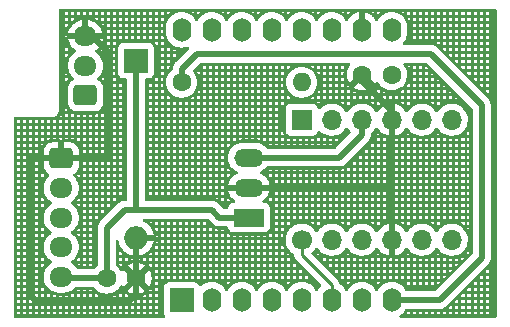
<source format=gbl>
G04 #@! TF.GenerationSoftware,KiCad,Pcbnew,6.0.11-2627ca5db0~126~ubuntu22.04.1*
G04 #@! TF.CreationDate,2023-02-08T11:56:42+02:00*
G04 #@! TF.ProjectId,MHI-AC-CTRL,4d48492d-4143-42d4-9354-524c2e6b6963,v2.3*
G04 #@! TF.SameCoordinates,Original*
G04 #@! TF.FileFunction,Copper,L2,Bot*
G04 #@! TF.FilePolarity,Positive*
%FSLAX46Y46*%
G04 Gerber Fmt 4.6, Leading zero omitted, Abs format (unit mm)*
G04 Created by KiCad (PCBNEW 6.0.11-2627ca5db0~126~ubuntu22.04.1) date 2023-02-08 11:56:42*
%MOMM*%
%LPD*%
G01*
G04 APERTURE LIST*
G04 Aperture macros list*
%AMRoundRect*
0 Rectangle with rounded corners*
0 $1 Rounding radius*
0 $2 $3 $4 $5 $6 $7 $8 $9 X,Y pos of 4 corners*
0 Add a 4 corners polygon primitive as box body*
4,1,4,$2,$3,$4,$5,$6,$7,$8,$9,$2,$3,0*
0 Add four circle primitives for the rounded corners*
1,1,$1+$1,$2,$3*
1,1,$1+$1,$4,$5*
1,1,$1+$1,$6,$7*
1,1,$1+$1,$8,$9*
0 Add four rect primitives between the rounded corners*
20,1,$1+$1,$2,$3,$4,$5,0*
20,1,$1+$1,$4,$5,$6,$7,0*
20,1,$1+$1,$6,$7,$8,$9,0*
20,1,$1+$1,$8,$9,$2,$3,0*%
G04 Aperture macros list end*
G04 #@! TA.AperFunction,ComponentPad*
%ADD10RoundRect,0.250000X0.725000X-0.600000X0.725000X0.600000X-0.725000X0.600000X-0.725000X-0.600000X0*%
G04 #@! TD*
G04 #@! TA.AperFunction,ComponentPad*
%ADD11O,1.950000X1.700000*%
G04 #@! TD*
G04 #@! TA.AperFunction,ComponentPad*
%ADD12R,2.500000X1.500000*%
G04 #@! TD*
G04 #@! TA.AperFunction,ComponentPad*
%ADD13O,2.500000X1.500000*%
G04 #@! TD*
G04 #@! TA.AperFunction,ComponentPad*
%ADD14RoundRect,0.250000X-0.725000X0.600000X-0.725000X-0.600000X0.725000X-0.600000X0.725000X0.600000X0*%
G04 #@! TD*
G04 #@! TA.AperFunction,ComponentPad*
%ADD15R,1.700000X1.700000*%
G04 #@! TD*
G04 #@! TA.AperFunction,ComponentPad*
%ADD16O,1.700000X1.700000*%
G04 #@! TD*
G04 #@! TA.AperFunction,ComponentPad*
%ADD17C,1.700000*%
G04 #@! TD*
G04 #@! TA.AperFunction,ComponentPad*
%ADD18R,2.000000X2.000000*%
G04 #@! TD*
G04 #@! TA.AperFunction,ComponentPad*
%ADD19O,1.600000X2.000000*%
G04 #@! TD*
G04 #@! TA.AperFunction,ComponentPad*
%ADD20C,1.600000*%
G04 #@! TD*
G04 #@! TA.AperFunction,ComponentPad*
%ADD21O,1.600000X1.600000*%
G04 #@! TD*
G04 #@! TA.AperFunction,ComponentPad*
%ADD22O,2.000000X2.000000*%
G04 #@! TD*
G04 #@! TA.AperFunction,Conductor*
%ADD23C,0.500000*%
G04 #@! TD*
G04 #@! TA.AperFunction,Conductor*
%ADD24C,0.250000*%
G04 #@! TD*
G04 APERTURE END LIST*
D10*
X85835000Y-44918000D03*
D11*
X85835000Y-42418000D03*
X85835000Y-39918000D03*
D12*
X99669600Y-55270400D03*
D13*
X99669600Y-52730400D03*
X99669600Y-50190400D03*
D14*
X83786200Y-50270400D03*
D11*
X83786200Y-52770400D03*
X83786200Y-55270400D03*
X83786200Y-57770400D03*
X83786200Y-60270400D03*
D15*
X104140000Y-46990000D03*
D16*
X106680000Y-46990000D03*
X109220000Y-46990000D03*
X111760000Y-46990000D03*
X114300000Y-46990000D03*
X116840000Y-46990000D03*
D17*
X104140000Y-57150000D03*
D16*
X106680000Y-57150000D03*
X109220000Y-57150000D03*
X111760000Y-57150000D03*
X114300000Y-57150000D03*
X116840000Y-57150000D03*
D18*
X93980000Y-62230000D03*
D19*
X96520000Y-62230000D03*
X99060000Y-62230000D03*
X101600000Y-62230000D03*
X104140000Y-62230000D03*
X106680000Y-62230000D03*
X109220000Y-62230000D03*
X111760000Y-62230000D03*
X111760000Y-39370000D03*
X109220000Y-39370000D03*
X106680000Y-39370000D03*
X104140000Y-39370000D03*
X101600000Y-39370000D03*
X99060000Y-39370000D03*
X96520000Y-39370000D03*
X93980000Y-39370000D03*
D20*
X111760000Y-43180000D03*
X109260000Y-43180000D03*
X93980000Y-43815000D03*
D21*
X104140000Y-43815000D03*
D18*
X90119200Y-41979200D03*
D22*
X90119200Y-56979200D03*
D20*
X87630000Y-60401200D03*
X90130000Y-60401200D03*
D23*
X83786200Y-50270400D02*
X87651600Y-50270400D01*
X87651600Y-50270400D02*
X87884000Y-50038000D01*
X87884000Y-50038000D02*
X87884000Y-41402000D01*
X87884000Y-41402000D02*
X86400000Y-39918000D01*
X86400000Y-39918000D02*
X85835000Y-39918000D01*
X87630000Y-60401200D02*
X83917000Y-60401200D01*
X99669600Y-55270400D02*
X97180400Y-55270400D01*
X90119200Y-54559200D02*
X90170000Y-54610000D01*
X96520000Y-54610000D02*
X90170000Y-54610000D01*
X90119200Y-41979200D02*
X90119200Y-54559200D01*
X89154000Y-54610000D02*
X87630000Y-56134000D01*
X83917000Y-60401200D02*
X83786200Y-60270400D01*
X97180400Y-55270400D02*
X96520000Y-54610000D01*
X90170000Y-54610000D02*
X89154000Y-54610000D01*
X87630000Y-56134000D02*
X87630000Y-60401200D01*
X111760000Y-46990000D02*
X111760000Y-46228000D01*
X99669600Y-52730400D02*
X111607600Y-52730400D01*
X111607600Y-52730400D02*
X111760000Y-52578000D01*
X83786200Y-50270400D02*
X81047600Y-50270400D01*
X111760000Y-46228000D02*
X109260000Y-43728000D01*
X109260000Y-43728000D02*
X109260000Y-43180000D01*
X90130000Y-61762000D02*
X90130000Y-60401200D01*
X81788000Y-62484000D02*
X89408000Y-62484000D01*
X81026000Y-50292000D02*
X81026000Y-61722000D01*
X81047600Y-50270400D02*
X81026000Y-50292000D01*
X111760000Y-46990000D02*
X111760000Y-52578000D01*
X89408000Y-62484000D02*
X90130000Y-61762000D01*
X90119200Y-56979200D02*
X90119200Y-60390400D01*
X111760000Y-52578000D02*
X111760000Y-57150000D01*
X90119200Y-60390400D02*
X90130000Y-60401200D01*
X81026000Y-61722000D02*
X81788000Y-62484000D01*
X109220000Y-48260000D02*
X109220000Y-46990000D01*
X99669600Y-50190400D02*
X107289600Y-50190400D01*
X107289600Y-50190400D02*
X109220000Y-48260000D01*
X93980000Y-43815000D02*
X93980000Y-42672000D01*
X95250000Y-41402000D02*
X115062000Y-41402000D01*
X119380000Y-58674000D02*
X115824000Y-62230000D01*
X115062000Y-41402000D02*
X119380000Y-45720000D01*
X93980000Y-42672000D02*
X95250000Y-41402000D01*
X115824000Y-62230000D02*
X111760000Y-62230000D01*
X119380000Y-45720000D02*
X119380000Y-58674000D01*
D24*
X104140000Y-58420000D02*
X104140000Y-57150000D01*
X106680000Y-60960000D02*
X104140000Y-58420000D01*
X106680000Y-62230000D02*
X106680000Y-60960000D01*
G04 #@! TA.AperFunction,Conductor*
G36*
X120591621Y-37612502D02*
G01*
X120638114Y-37666158D01*
X120649500Y-37718500D01*
X120649500Y-63627500D01*
X120629498Y-63695621D01*
X120575842Y-63742114D01*
X120523500Y-63753500D01*
X112550767Y-63753500D01*
X112482646Y-63733498D01*
X112436153Y-63679842D01*
X112426049Y-63609568D01*
X112455543Y-63544988D01*
X112478496Y-63524287D01*
X112547314Y-63476100D01*
X113093500Y-63476100D01*
X113349500Y-63476100D01*
X113602500Y-63476100D01*
X113858500Y-63476100D01*
X114111500Y-63476100D01*
X114367500Y-63476100D01*
X114620500Y-63476100D01*
X114876500Y-63476100D01*
X115129500Y-63476100D01*
X115385500Y-63476100D01*
X115638500Y-63476100D01*
X115894500Y-63476100D01*
X116147500Y-63476100D01*
X116403500Y-63476100D01*
X116656500Y-63476100D01*
X116912500Y-63476100D01*
X117165500Y-63476100D01*
X117421500Y-63476100D01*
X117674500Y-63476100D01*
X117930500Y-63476100D01*
X118183500Y-63476100D01*
X118439500Y-63476100D01*
X118692500Y-63476100D01*
X118948500Y-63476100D01*
X119201500Y-63476100D01*
X119457500Y-63476100D01*
X119710500Y-63476100D01*
X119966500Y-63476100D01*
X120219500Y-63476100D01*
X120372100Y-63476100D01*
X120372100Y-63294500D01*
X120219500Y-63294500D01*
X120219500Y-63476100D01*
X119966500Y-63476100D01*
X119966500Y-63294500D01*
X119710500Y-63294500D01*
X119710500Y-63476100D01*
X119457500Y-63476100D01*
X119457500Y-63294500D01*
X119201500Y-63294500D01*
X119201500Y-63476100D01*
X118948500Y-63476100D01*
X118948500Y-63294500D01*
X118692500Y-63294500D01*
X118692500Y-63476100D01*
X118439500Y-63476100D01*
X118439500Y-63294500D01*
X118183500Y-63294500D01*
X118183500Y-63476100D01*
X117930500Y-63476100D01*
X117930500Y-63294500D01*
X117674500Y-63294500D01*
X117674500Y-63476100D01*
X117421500Y-63476100D01*
X117421500Y-63294500D01*
X117165500Y-63294500D01*
X117165500Y-63476100D01*
X116912500Y-63476100D01*
X116912500Y-63294500D01*
X116656500Y-63294500D01*
X116656500Y-63476100D01*
X116403500Y-63476100D01*
X116403500Y-63294500D01*
X116147500Y-63294500D01*
X116147500Y-63476100D01*
X115894500Y-63476100D01*
X115894500Y-63294500D01*
X115638500Y-63294500D01*
X115638500Y-63476100D01*
X115385500Y-63476100D01*
X115385500Y-63294500D01*
X115129500Y-63294500D01*
X115129500Y-63476100D01*
X114876500Y-63476100D01*
X114876500Y-63294500D01*
X114620500Y-63294500D01*
X114620500Y-63476100D01*
X114367500Y-63476100D01*
X114367500Y-63294500D01*
X114111500Y-63294500D01*
X114111500Y-63476100D01*
X113858500Y-63476100D01*
X113858500Y-63294500D01*
X113602500Y-63294500D01*
X113602500Y-63476100D01*
X113349500Y-63476100D01*
X113349500Y-63294500D01*
X113093500Y-63294500D01*
X113093500Y-63476100D01*
X112547314Y-63476100D01*
X112599789Y-63439357D01*
X112599792Y-63439355D01*
X112604300Y-63436198D01*
X112766198Y-63274300D01*
X112897523Y-63086749D01*
X112899848Y-63081764D01*
X112899851Y-63081758D01*
X112909413Y-63061251D01*
X112926803Y-63041500D01*
X116656500Y-63041500D01*
X116912500Y-63041500D01*
X117165500Y-63041500D01*
X117421500Y-63041500D01*
X117674500Y-63041500D01*
X117930500Y-63041500D01*
X118183500Y-63041500D01*
X118439500Y-63041500D01*
X118692500Y-63041500D01*
X118948500Y-63041500D01*
X119201500Y-63041500D01*
X119457500Y-63041500D01*
X119710500Y-63041500D01*
X119966500Y-63041500D01*
X120219500Y-63041500D01*
X120372100Y-63041500D01*
X120372100Y-62785500D01*
X120219500Y-62785500D01*
X120219500Y-63041500D01*
X119966500Y-63041500D01*
X119966500Y-62785500D01*
X119710500Y-62785500D01*
X119710500Y-63041500D01*
X119457500Y-63041500D01*
X119457500Y-62785500D01*
X119201500Y-62785500D01*
X119201500Y-63041500D01*
X118948500Y-63041500D01*
X118948500Y-62785500D01*
X118692500Y-62785500D01*
X118692500Y-63041500D01*
X118439500Y-63041500D01*
X118439500Y-62785500D01*
X118183500Y-62785500D01*
X118183500Y-63041500D01*
X117930500Y-63041500D01*
X117930500Y-62785500D01*
X117674500Y-62785500D01*
X117674500Y-63041500D01*
X117421500Y-63041500D01*
X117421500Y-62785500D01*
X117165500Y-62785500D01*
X117165500Y-63041500D01*
X116912500Y-63041500D01*
X116912500Y-62785500D01*
X116733483Y-62785500D01*
X116656500Y-62862483D01*
X116656500Y-63041500D01*
X112926803Y-63041500D01*
X112956329Y-63007966D01*
X113023608Y-62988500D01*
X115756930Y-62988500D01*
X115775880Y-62989933D01*
X115790115Y-62992099D01*
X115790119Y-62992099D01*
X115797349Y-62993199D01*
X115804641Y-62992606D01*
X115804644Y-62992606D01*
X115850018Y-62988915D01*
X115860233Y-62988500D01*
X115868293Y-62988500D01*
X115881583Y-62986951D01*
X115896507Y-62985211D01*
X115900882Y-62984778D01*
X115966339Y-62979454D01*
X115966342Y-62979453D01*
X115973637Y-62978860D01*
X115980601Y-62976604D01*
X115986560Y-62975413D01*
X115992415Y-62974029D01*
X115999681Y-62973182D01*
X116068327Y-62948265D01*
X116072455Y-62946848D01*
X116134936Y-62926607D01*
X116134938Y-62926606D01*
X116141899Y-62924351D01*
X116148154Y-62920555D01*
X116153628Y-62918049D01*
X116159058Y-62915330D01*
X116165937Y-62912833D01*
X116226976Y-62872814D01*
X116230680Y-62870477D01*
X116293107Y-62832595D01*
X116301484Y-62825197D01*
X116301508Y-62825224D01*
X116304500Y-62822571D01*
X116307733Y-62819868D01*
X116313852Y-62815856D01*
X116367128Y-62759617D01*
X116369506Y-62757175D01*
X116594181Y-62532500D01*
X117165500Y-62532500D01*
X117421500Y-62532500D01*
X117674500Y-62532500D01*
X117930500Y-62532500D01*
X118183500Y-62532500D01*
X118439500Y-62532500D01*
X118692500Y-62532500D01*
X118948500Y-62532500D01*
X119201500Y-62532500D01*
X119457500Y-62532500D01*
X119710500Y-62532500D01*
X119966500Y-62532500D01*
X120219500Y-62532500D01*
X120372100Y-62532500D01*
X120372100Y-62276500D01*
X120219500Y-62276500D01*
X120219500Y-62532500D01*
X119966500Y-62532500D01*
X119966500Y-62276500D01*
X119710500Y-62276500D01*
X119710500Y-62532500D01*
X119457500Y-62532500D01*
X119457500Y-62276500D01*
X119201500Y-62276500D01*
X119201500Y-62532500D01*
X118948500Y-62532500D01*
X118948500Y-62276500D01*
X118692500Y-62276500D01*
X118692500Y-62532500D01*
X118439500Y-62532500D01*
X118439500Y-62276500D01*
X118183500Y-62276500D01*
X118183500Y-62532500D01*
X117930500Y-62532500D01*
X117930500Y-62276500D01*
X117674500Y-62276500D01*
X117674500Y-62532500D01*
X117421500Y-62532500D01*
X117421500Y-62276500D01*
X117242483Y-62276500D01*
X117165500Y-62353483D01*
X117165500Y-62532500D01*
X116594181Y-62532500D01*
X117103181Y-62023500D01*
X117674500Y-62023500D01*
X117930500Y-62023500D01*
X118183500Y-62023500D01*
X118439500Y-62023500D01*
X118692500Y-62023500D01*
X118948500Y-62023500D01*
X119201500Y-62023500D01*
X119457500Y-62023500D01*
X119710500Y-62023500D01*
X119966500Y-62023500D01*
X120219500Y-62023500D01*
X120372100Y-62023500D01*
X120372100Y-61767500D01*
X120219500Y-61767500D01*
X120219500Y-62023500D01*
X119966500Y-62023500D01*
X119966500Y-61767500D01*
X119710500Y-61767500D01*
X119710500Y-62023500D01*
X119457500Y-62023500D01*
X119457500Y-61767500D01*
X119201500Y-61767500D01*
X119201500Y-62023500D01*
X118948500Y-62023500D01*
X118948500Y-61767500D01*
X118692500Y-61767500D01*
X118692500Y-62023500D01*
X118439500Y-62023500D01*
X118439500Y-61767500D01*
X118183500Y-61767500D01*
X118183500Y-62023500D01*
X117930500Y-62023500D01*
X117930500Y-61767500D01*
X117751483Y-61767500D01*
X117674500Y-61844483D01*
X117674500Y-62023500D01*
X117103181Y-62023500D01*
X117612181Y-61514500D01*
X118183500Y-61514500D01*
X118439500Y-61514500D01*
X118692500Y-61514500D01*
X118948500Y-61514500D01*
X119201500Y-61514500D01*
X119457500Y-61514500D01*
X119710500Y-61514500D01*
X119966500Y-61514500D01*
X120219500Y-61514500D01*
X120372100Y-61514500D01*
X120372100Y-61258500D01*
X120219500Y-61258500D01*
X120219500Y-61514500D01*
X119966500Y-61514500D01*
X119966500Y-61258500D01*
X119710500Y-61258500D01*
X119710500Y-61514500D01*
X119457500Y-61514500D01*
X119457500Y-61258500D01*
X119201500Y-61258500D01*
X119201500Y-61514500D01*
X118948500Y-61514500D01*
X118948500Y-61258500D01*
X118692500Y-61258500D01*
X118692500Y-61514500D01*
X118439500Y-61514500D01*
X118439500Y-61258500D01*
X118260483Y-61258500D01*
X118183500Y-61335483D01*
X118183500Y-61514500D01*
X117612181Y-61514500D01*
X118121181Y-61005500D01*
X118692500Y-61005500D01*
X118948500Y-61005500D01*
X119201500Y-61005500D01*
X119457500Y-61005500D01*
X119710500Y-61005500D01*
X119966500Y-61005500D01*
X120219500Y-61005500D01*
X120372100Y-61005500D01*
X120372100Y-60749500D01*
X120219500Y-60749500D01*
X120219500Y-61005500D01*
X119966500Y-61005500D01*
X119966500Y-60749500D01*
X119710500Y-60749500D01*
X119710500Y-61005500D01*
X119457500Y-61005500D01*
X119457500Y-60749500D01*
X119201500Y-60749500D01*
X119201500Y-61005500D01*
X118948500Y-61005500D01*
X118948500Y-60749500D01*
X118769483Y-60749500D01*
X118692500Y-60826483D01*
X118692500Y-61005500D01*
X118121181Y-61005500D01*
X118630181Y-60496500D01*
X119201500Y-60496500D01*
X119457500Y-60496500D01*
X119710500Y-60496500D01*
X119966500Y-60496500D01*
X120219500Y-60496500D01*
X120372100Y-60496500D01*
X120372100Y-60240500D01*
X120219500Y-60240500D01*
X120219500Y-60496500D01*
X119966500Y-60496500D01*
X119966500Y-60240500D01*
X119710500Y-60240500D01*
X119710500Y-60496500D01*
X119457500Y-60496500D01*
X119457500Y-60240500D01*
X119278483Y-60240500D01*
X119201500Y-60317483D01*
X119201500Y-60496500D01*
X118630181Y-60496500D01*
X119139181Y-59987500D01*
X119710500Y-59987500D01*
X119966500Y-59987500D01*
X120219500Y-59987500D01*
X120372100Y-59987500D01*
X120372100Y-59731500D01*
X120219500Y-59731500D01*
X120219500Y-59987500D01*
X119966500Y-59987500D01*
X119966500Y-59731500D01*
X119787483Y-59731500D01*
X119710500Y-59808483D01*
X119710500Y-59987500D01*
X119139181Y-59987500D01*
X119648181Y-59478500D01*
X120219500Y-59478500D01*
X120372100Y-59478500D01*
X120372100Y-59222500D01*
X120263857Y-59222500D01*
X120257364Y-59233013D01*
X120255397Y-59236000D01*
X120253507Y-59239022D01*
X120237316Y-59263299D01*
X120233079Y-59269268D01*
X120231304Y-59271621D01*
X120226739Y-59277321D01*
X120219500Y-59285842D01*
X120219500Y-59478500D01*
X119648181Y-59478500D01*
X119868911Y-59257770D01*
X119883323Y-59245384D01*
X119894918Y-59236851D01*
X119894923Y-59236846D01*
X119900818Y-59232508D01*
X119905557Y-59226930D01*
X119905560Y-59226927D01*
X119935035Y-59192232D01*
X119941965Y-59184716D01*
X119947660Y-59179021D01*
X119952518Y-59172880D01*
X119965281Y-59156749D01*
X119968072Y-59153345D01*
X120010591Y-59103297D01*
X120010592Y-59103295D01*
X120015333Y-59097715D01*
X120018661Y-59091199D01*
X120022028Y-59086150D01*
X120025195Y-59081021D01*
X120029734Y-59075284D01*
X120060655Y-59009125D01*
X120062561Y-59005225D01*
X120086015Y-58959293D01*
X120095769Y-58940192D01*
X120097508Y-58933084D01*
X120099607Y-58927441D01*
X120101524Y-58921678D01*
X120104622Y-58915050D01*
X120109149Y-58893288D01*
X120114967Y-58865312D01*
X120119487Y-58843583D01*
X120120457Y-58839299D01*
X120122008Y-58832959D01*
X120137808Y-58768390D01*
X120138356Y-58759566D01*
X120138500Y-58757236D01*
X120138536Y-58757238D01*
X120138775Y-58753245D01*
X120139149Y-58749053D01*
X120140640Y-58741885D01*
X120138546Y-58664479D01*
X120138500Y-58661072D01*
X120138500Y-45787069D01*
X120139933Y-45768118D01*
X120142099Y-45753883D01*
X120142099Y-45753881D01*
X120143199Y-45746651D01*
X120142194Y-45734289D01*
X120138915Y-45693982D01*
X120138500Y-45683767D01*
X120138500Y-45675707D01*
X120135211Y-45647493D01*
X120134778Y-45643118D01*
X120129454Y-45577661D01*
X120129453Y-45577658D01*
X120128860Y-45570363D01*
X120126604Y-45563399D01*
X120125413Y-45557440D01*
X120124029Y-45551585D01*
X120123182Y-45544319D01*
X120098265Y-45475673D01*
X120096848Y-45471545D01*
X120076607Y-45409064D01*
X120076606Y-45409062D01*
X120074351Y-45402101D01*
X120070555Y-45395846D01*
X120068049Y-45390372D01*
X120065330Y-45384942D01*
X120062833Y-45378063D01*
X120022814Y-45317024D01*
X120020467Y-45313305D01*
X119982595Y-45250893D01*
X119975197Y-45242516D01*
X119975224Y-45242492D01*
X119972571Y-45239500D01*
X119969868Y-45236267D01*
X119965856Y-45230148D01*
X119909617Y-45176872D01*
X119907175Y-45174494D01*
X119839277Y-45106596D01*
X120219500Y-45106596D01*
X120219748Y-45106985D01*
X120256252Y-45167142D01*
X120294819Y-45225966D01*
X120295147Y-45226500D01*
X120372100Y-45226500D01*
X120372100Y-44970500D01*
X120219500Y-44970500D01*
X120219500Y-45106596D01*
X119839277Y-45106596D01*
X119318198Y-44585517D01*
X119710500Y-44585517D01*
X119842483Y-44717500D01*
X119966500Y-44717500D01*
X120219500Y-44717500D01*
X120372100Y-44717500D01*
X120372100Y-44461500D01*
X120219500Y-44461500D01*
X120219500Y-44717500D01*
X119966500Y-44717500D01*
X119966500Y-44461500D01*
X119710500Y-44461500D01*
X119710500Y-44585517D01*
X119318198Y-44585517D01*
X118809198Y-44076517D01*
X119201500Y-44076517D01*
X119333483Y-44208500D01*
X119457500Y-44208500D01*
X119710500Y-44208500D01*
X119966500Y-44208500D01*
X120219500Y-44208500D01*
X120372100Y-44208500D01*
X120372100Y-43952500D01*
X120219500Y-43952500D01*
X120219500Y-44208500D01*
X119966500Y-44208500D01*
X119966500Y-43952500D01*
X119710500Y-43952500D01*
X119710500Y-44208500D01*
X119457500Y-44208500D01*
X119457500Y-43952500D01*
X119201500Y-43952500D01*
X119201500Y-44076517D01*
X118809198Y-44076517D01*
X118300198Y-43567517D01*
X118692500Y-43567517D01*
X118824483Y-43699500D01*
X118948500Y-43699500D01*
X119201500Y-43699500D01*
X119457500Y-43699500D01*
X119710500Y-43699500D01*
X119966500Y-43699500D01*
X120219500Y-43699500D01*
X120372100Y-43699500D01*
X120372100Y-43443500D01*
X120219500Y-43443500D01*
X120219500Y-43699500D01*
X119966500Y-43699500D01*
X119966500Y-43443500D01*
X119710500Y-43443500D01*
X119710500Y-43699500D01*
X119457500Y-43699500D01*
X119457500Y-43443500D01*
X119201500Y-43443500D01*
X119201500Y-43699500D01*
X118948500Y-43699500D01*
X118948500Y-43443500D01*
X118692500Y-43443500D01*
X118692500Y-43567517D01*
X118300198Y-43567517D01*
X117791198Y-43058517D01*
X118183500Y-43058517D01*
X118315483Y-43190500D01*
X118439500Y-43190500D01*
X118692500Y-43190500D01*
X118948500Y-43190500D01*
X119201500Y-43190500D01*
X119457500Y-43190500D01*
X119710500Y-43190500D01*
X119966500Y-43190500D01*
X120219500Y-43190500D01*
X120372100Y-43190500D01*
X120372100Y-42934500D01*
X120219500Y-42934500D01*
X120219500Y-43190500D01*
X119966500Y-43190500D01*
X119966500Y-42934500D01*
X119710500Y-42934500D01*
X119710500Y-43190500D01*
X119457500Y-43190500D01*
X119457500Y-42934500D01*
X119201500Y-42934500D01*
X119201500Y-43190500D01*
X118948500Y-43190500D01*
X118948500Y-42934500D01*
X118692500Y-42934500D01*
X118692500Y-43190500D01*
X118439500Y-43190500D01*
X118439500Y-42934500D01*
X118183500Y-42934500D01*
X118183500Y-43058517D01*
X117791198Y-43058517D01*
X117282198Y-42549517D01*
X117674500Y-42549517D01*
X117806483Y-42681500D01*
X117930500Y-42681500D01*
X118183500Y-42681500D01*
X118439500Y-42681500D01*
X118692500Y-42681500D01*
X118948500Y-42681500D01*
X119201500Y-42681500D01*
X119457500Y-42681500D01*
X119710500Y-42681500D01*
X119966500Y-42681500D01*
X120219500Y-42681500D01*
X120372100Y-42681500D01*
X120372100Y-42425500D01*
X120219500Y-42425500D01*
X120219500Y-42681500D01*
X119966500Y-42681500D01*
X119966500Y-42425500D01*
X119710500Y-42425500D01*
X119710500Y-42681500D01*
X119457500Y-42681500D01*
X119457500Y-42425500D01*
X119201500Y-42425500D01*
X119201500Y-42681500D01*
X118948500Y-42681500D01*
X118948500Y-42425500D01*
X118692500Y-42425500D01*
X118692500Y-42681500D01*
X118439500Y-42681500D01*
X118439500Y-42425500D01*
X118183500Y-42425500D01*
X118183500Y-42681500D01*
X117930500Y-42681500D01*
X117930500Y-42425500D01*
X117674500Y-42425500D01*
X117674500Y-42549517D01*
X117282198Y-42549517D01*
X116773198Y-42040517D01*
X117165500Y-42040517D01*
X117297483Y-42172500D01*
X117421500Y-42172500D01*
X117674500Y-42172500D01*
X117930500Y-42172500D01*
X118183500Y-42172500D01*
X118439500Y-42172500D01*
X118692500Y-42172500D01*
X118948500Y-42172500D01*
X119201500Y-42172500D01*
X119457500Y-42172500D01*
X119710500Y-42172500D01*
X119966500Y-42172500D01*
X120219500Y-42172500D01*
X120372100Y-42172500D01*
X120372100Y-41916500D01*
X120219500Y-41916500D01*
X120219500Y-42172500D01*
X119966500Y-42172500D01*
X119966500Y-41916500D01*
X119710500Y-41916500D01*
X119710500Y-42172500D01*
X119457500Y-42172500D01*
X119457500Y-41916500D01*
X119201500Y-41916500D01*
X119201500Y-42172500D01*
X118948500Y-42172500D01*
X118948500Y-41916500D01*
X118692500Y-41916500D01*
X118692500Y-42172500D01*
X118439500Y-42172500D01*
X118439500Y-41916500D01*
X118183500Y-41916500D01*
X118183500Y-42172500D01*
X117930500Y-42172500D01*
X117930500Y-41916500D01*
X117674500Y-41916500D01*
X117674500Y-42172500D01*
X117421500Y-42172500D01*
X117421500Y-41916500D01*
X117165500Y-41916500D01*
X117165500Y-42040517D01*
X116773198Y-42040517D01*
X116264198Y-41531517D01*
X116656500Y-41531517D01*
X116788483Y-41663500D01*
X116912500Y-41663500D01*
X117165500Y-41663500D01*
X117421500Y-41663500D01*
X117674500Y-41663500D01*
X117930500Y-41663500D01*
X118183500Y-41663500D01*
X118439500Y-41663500D01*
X118692500Y-41663500D01*
X118948500Y-41663500D01*
X119201500Y-41663500D01*
X119457500Y-41663500D01*
X119710500Y-41663500D01*
X119966500Y-41663500D01*
X120219500Y-41663500D01*
X120372100Y-41663500D01*
X120372100Y-41407500D01*
X120219500Y-41407500D01*
X120219500Y-41663500D01*
X119966500Y-41663500D01*
X119966500Y-41407500D01*
X119710500Y-41407500D01*
X119710500Y-41663500D01*
X119457500Y-41663500D01*
X119457500Y-41407500D01*
X119201500Y-41407500D01*
X119201500Y-41663500D01*
X118948500Y-41663500D01*
X118948500Y-41407500D01*
X118692500Y-41407500D01*
X118692500Y-41663500D01*
X118439500Y-41663500D01*
X118439500Y-41407500D01*
X118183500Y-41407500D01*
X118183500Y-41663500D01*
X117930500Y-41663500D01*
X117930500Y-41407500D01*
X117674500Y-41407500D01*
X117674500Y-41663500D01*
X117421500Y-41663500D01*
X117421500Y-41407500D01*
X117165500Y-41407500D01*
X117165500Y-41663500D01*
X116912500Y-41663500D01*
X116912500Y-41407500D01*
X116656500Y-41407500D01*
X116656500Y-41531517D01*
X116264198Y-41531517D01*
X115755198Y-41022517D01*
X116147500Y-41022517D01*
X116279483Y-41154500D01*
X116403500Y-41154500D01*
X116656500Y-41154500D01*
X116912500Y-41154500D01*
X117165500Y-41154500D01*
X117421500Y-41154500D01*
X117674500Y-41154500D01*
X117930500Y-41154500D01*
X118183500Y-41154500D01*
X118439500Y-41154500D01*
X118692500Y-41154500D01*
X118948500Y-41154500D01*
X119201500Y-41154500D01*
X119457500Y-41154500D01*
X119710500Y-41154500D01*
X119966500Y-41154500D01*
X120219500Y-41154500D01*
X120372100Y-41154500D01*
X120372100Y-40898500D01*
X120219500Y-40898500D01*
X120219500Y-41154500D01*
X119966500Y-41154500D01*
X119966500Y-40898500D01*
X119710500Y-40898500D01*
X119710500Y-41154500D01*
X119457500Y-41154500D01*
X119457500Y-40898500D01*
X119201500Y-40898500D01*
X119201500Y-41154500D01*
X118948500Y-41154500D01*
X118948500Y-40898500D01*
X118692500Y-40898500D01*
X118692500Y-41154500D01*
X118439500Y-41154500D01*
X118439500Y-40898500D01*
X118183500Y-40898500D01*
X118183500Y-41154500D01*
X117930500Y-41154500D01*
X117930500Y-40898500D01*
X117674500Y-40898500D01*
X117674500Y-41154500D01*
X117421500Y-41154500D01*
X117421500Y-40898500D01*
X117165500Y-40898500D01*
X117165500Y-41154500D01*
X116912500Y-41154500D01*
X116912500Y-40898500D01*
X116656500Y-40898500D01*
X116656500Y-41154500D01*
X116403500Y-41154500D01*
X116403500Y-40898500D01*
X116147500Y-40898500D01*
X116147500Y-41022517D01*
X115755198Y-41022517D01*
X115645770Y-40913089D01*
X115633384Y-40898677D01*
X115624851Y-40887082D01*
X115624846Y-40887077D01*
X115620508Y-40881182D01*
X115614930Y-40876443D01*
X115614927Y-40876440D01*
X115580232Y-40846965D01*
X115572716Y-40840035D01*
X115567021Y-40834340D01*
X115554927Y-40824772D01*
X115544749Y-40816719D01*
X115541345Y-40813928D01*
X115491297Y-40771409D01*
X115491295Y-40771408D01*
X115485715Y-40766667D01*
X115479199Y-40763339D01*
X115474150Y-40759972D01*
X115469021Y-40756805D01*
X115463284Y-40752266D01*
X115397125Y-40721345D01*
X115393225Y-40719439D01*
X115328192Y-40686231D01*
X115321084Y-40684492D01*
X115315441Y-40682393D01*
X115309678Y-40680476D01*
X115303050Y-40677378D01*
X115231583Y-40662513D01*
X115227299Y-40661543D01*
X115192958Y-40653140D01*
X115156390Y-40644192D01*
X115150788Y-40643844D01*
X115150785Y-40643844D01*
X115145236Y-40643500D01*
X115145238Y-40643464D01*
X115141245Y-40643225D01*
X115137053Y-40642851D01*
X115129885Y-40641360D01*
X115066120Y-40643085D01*
X115052479Y-40643454D01*
X115049072Y-40643500D01*
X112841188Y-40643500D01*
X112773067Y-40623498D01*
X112726574Y-40569842D01*
X112721729Y-40536148D01*
X115638500Y-40536148D01*
X115651299Y-40544684D01*
X115657268Y-40548921D01*
X115659621Y-40550696D01*
X115665321Y-40555261D01*
X115718928Y-40600804D01*
X115739134Y-40616790D01*
X115741947Y-40619082D01*
X115743078Y-40620031D01*
X115745871Y-40622445D01*
X115756789Y-40632165D01*
X115759453Y-40634606D01*
X115760524Y-40635616D01*
X115763172Y-40638189D01*
X115764528Y-40639545D01*
X115771537Y-40645500D01*
X115894500Y-40645500D01*
X116147500Y-40645500D01*
X116403500Y-40645500D01*
X116656500Y-40645500D01*
X116912500Y-40645500D01*
X117165500Y-40645500D01*
X117421500Y-40645500D01*
X117674500Y-40645500D01*
X117930500Y-40645500D01*
X118183500Y-40645500D01*
X118439500Y-40645500D01*
X118692500Y-40645500D01*
X118948500Y-40645500D01*
X119201500Y-40645500D01*
X119457500Y-40645500D01*
X119710500Y-40645500D01*
X119966500Y-40645500D01*
X120219500Y-40645500D01*
X120372100Y-40645500D01*
X120372100Y-40389500D01*
X120219500Y-40389500D01*
X120219500Y-40645500D01*
X119966500Y-40645500D01*
X119966500Y-40389500D01*
X119710500Y-40389500D01*
X119710500Y-40645500D01*
X119457500Y-40645500D01*
X119457500Y-40389500D01*
X119201500Y-40389500D01*
X119201500Y-40645500D01*
X118948500Y-40645500D01*
X118948500Y-40389500D01*
X118692500Y-40389500D01*
X118692500Y-40645500D01*
X118439500Y-40645500D01*
X118439500Y-40389500D01*
X118183500Y-40389500D01*
X118183500Y-40645500D01*
X117930500Y-40645500D01*
X117930500Y-40389500D01*
X117674500Y-40389500D01*
X117674500Y-40645500D01*
X117421500Y-40645500D01*
X117421500Y-40389500D01*
X117165500Y-40389500D01*
X117165500Y-40645500D01*
X116912500Y-40645500D01*
X116912500Y-40389500D01*
X116656500Y-40389500D01*
X116656500Y-40645500D01*
X116403500Y-40645500D01*
X116403500Y-40389500D01*
X116147500Y-40389500D01*
X116147500Y-40645500D01*
X115894500Y-40645500D01*
X115894500Y-40389500D01*
X115638500Y-40389500D01*
X115638500Y-40536148D01*
X112721729Y-40536148D01*
X112716470Y-40499568D01*
X112745964Y-40434988D01*
X112752093Y-40428405D01*
X112766198Y-40414300D01*
X112771631Y-40406542D01*
X112783564Y-40389500D01*
X115282634Y-40389500D01*
X115290650Y-40391461D01*
X115359539Y-40405790D01*
X115366668Y-40407491D01*
X115369514Y-40408258D01*
X115376502Y-40410360D01*
X115385500Y-40413353D01*
X115385500Y-40389500D01*
X115282634Y-40389500D01*
X112783564Y-40389500D01*
X112894366Y-40231257D01*
X112897523Y-40226749D01*
X112899846Y-40221767D01*
X112899849Y-40221762D01*
X112939607Y-40136500D01*
X113245683Y-40136500D01*
X113349500Y-40136500D01*
X113602500Y-40136500D01*
X113858500Y-40136500D01*
X114111500Y-40136500D01*
X114367500Y-40136500D01*
X114620500Y-40136500D01*
X114876500Y-40136500D01*
X115129500Y-40136500D01*
X115385500Y-40136500D01*
X115638500Y-40136500D01*
X115894500Y-40136500D01*
X116147500Y-40136500D01*
X116403500Y-40136500D01*
X116656500Y-40136500D01*
X116912500Y-40136500D01*
X117165500Y-40136500D01*
X117421500Y-40136500D01*
X117674500Y-40136500D01*
X117930500Y-40136500D01*
X118183500Y-40136500D01*
X118439500Y-40136500D01*
X118692500Y-40136500D01*
X118948500Y-40136500D01*
X119201500Y-40136500D01*
X119457500Y-40136500D01*
X119710500Y-40136500D01*
X119966500Y-40136500D01*
X120219500Y-40136500D01*
X120372100Y-40136500D01*
X120372100Y-39880500D01*
X120219500Y-39880500D01*
X120219500Y-40136500D01*
X119966500Y-40136500D01*
X119966500Y-39880500D01*
X119710500Y-39880500D01*
X119710500Y-40136500D01*
X119457500Y-40136500D01*
X119457500Y-39880500D01*
X119201500Y-39880500D01*
X119201500Y-40136500D01*
X118948500Y-40136500D01*
X118948500Y-39880500D01*
X118692500Y-39880500D01*
X118692500Y-40136500D01*
X118439500Y-40136500D01*
X118439500Y-39880500D01*
X118183500Y-39880500D01*
X118183500Y-40136500D01*
X117930500Y-40136500D01*
X117930500Y-39880500D01*
X117674500Y-39880500D01*
X117674500Y-40136500D01*
X117421500Y-40136500D01*
X117421500Y-39880500D01*
X117165500Y-39880500D01*
X117165500Y-40136500D01*
X116912500Y-40136500D01*
X116912500Y-39880500D01*
X116656500Y-39880500D01*
X116656500Y-40136500D01*
X116403500Y-40136500D01*
X116403500Y-39880500D01*
X116147500Y-39880500D01*
X116147500Y-40136500D01*
X115894500Y-40136500D01*
X115894500Y-39880500D01*
X115638500Y-39880500D01*
X115638500Y-40136500D01*
X115385500Y-40136500D01*
X115385500Y-39880500D01*
X115129500Y-39880500D01*
X115129500Y-40136500D01*
X114876500Y-40136500D01*
X114876500Y-39880500D01*
X114620500Y-39880500D01*
X114620500Y-40136500D01*
X114367500Y-40136500D01*
X114367500Y-39880500D01*
X114111500Y-39880500D01*
X114111500Y-40136500D01*
X113858500Y-40136500D01*
X113858500Y-39880500D01*
X113602500Y-39880500D01*
X113602500Y-40136500D01*
X113349500Y-40136500D01*
X113349500Y-39880500D01*
X113318647Y-39880500D01*
X113262233Y-40091039D01*
X113260682Y-40096357D01*
X113260015Y-40098470D01*
X113258260Y-40103636D01*
X113250748Y-40124275D01*
X113248754Y-40129403D01*
X113247906Y-40131450D01*
X113245694Y-40136477D01*
X113245683Y-40136500D01*
X112939607Y-40136500D01*
X112991961Y-40024225D01*
X112991961Y-40024224D01*
X112994284Y-40019243D01*
X113018203Y-39929979D01*
X113052119Y-39803402D01*
X113052119Y-39803400D01*
X113053543Y-39798087D01*
X113065787Y-39658135D01*
X113068262Y-39629851D01*
X113068262Y-39629844D01*
X113068467Y-39627500D01*
X113345896Y-39627500D01*
X113349500Y-39627500D01*
X113602500Y-39627500D01*
X113858500Y-39627500D01*
X114111500Y-39627500D01*
X114367500Y-39627500D01*
X114620500Y-39627500D01*
X114876500Y-39627500D01*
X115129500Y-39627500D01*
X115385500Y-39627500D01*
X115638500Y-39627500D01*
X115894500Y-39627500D01*
X116147500Y-39627500D01*
X116403500Y-39627500D01*
X116656500Y-39627500D01*
X116912500Y-39627500D01*
X117165500Y-39627500D01*
X117421500Y-39627500D01*
X117674500Y-39627500D01*
X117930500Y-39627500D01*
X118183500Y-39627500D01*
X118439500Y-39627500D01*
X118692500Y-39627500D01*
X118948500Y-39627500D01*
X119201500Y-39627500D01*
X119457500Y-39627500D01*
X119710500Y-39627500D01*
X119966500Y-39627500D01*
X120219500Y-39627500D01*
X120372100Y-39627500D01*
X120372100Y-39371500D01*
X120219500Y-39371500D01*
X120219500Y-39627500D01*
X119966500Y-39627500D01*
X119966500Y-39371500D01*
X119710500Y-39371500D01*
X119710500Y-39627500D01*
X119457500Y-39627500D01*
X119457500Y-39371500D01*
X119201500Y-39371500D01*
X119201500Y-39627500D01*
X118948500Y-39627500D01*
X118948500Y-39371500D01*
X118692500Y-39371500D01*
X118692500Y-39627500D01*
X118439500Y-39627500D01*
X118439500Y-39371500D01*
X118183500Y-39371500D01*
X118183500Y-39627500D01*
X117930500Y-39627500D01*
X117930500Y-39371500D01*
X117674500Y-39371500D01*
X117674500Y-39627500D01*
X117421500Y-39627500D01*
X117421500Y-39371500D01*
X117165500Y-39371500D01*
X117165500Y-39627500D01*
X116912500Y-39627500D01*
X116912500Y-39371500D01*
X116656500Y-39371500D01*
X116656500Y-39627500D01*
X116403500Y-39627500D01*
X116403500Y-39371500D01*
X116147500Y-39371500D01*
X116147500Y-39627500D01*
X115894500Y-39627500D01*
X115894500Y-39371500D01*
X115638500Y-39371500D01*
X115638500Y-39627500D01*
X115385500Y-39627500D01*
X115385500Y-39371500D01*
X115129500Y-39371500D01*
X115129500Y-39627500D01*
X114876500Y-39627500D01*
X114876500Y-39371500D01*
X114620500Y-39371500D01*
X114620500Y-39627500D01*
X114367500Y-39627500D01*
X114367500Y-39371500D01*
X114111500Y-39371500D01*
X114111500Y-39627500D01*
X113858500Y-39627500D01*
X113858500Y-39371500D01*
X113602500Y-39371500D01*
X113602500Y-39627500D01*
X113349500Y-39627500D01*
X113349500Y-39371500D01*
X113345900Y-39371500D01*
X113345900Y-39627127D01*
X113345896Y-39627500D01*
X113068467Y-39627500D01*
X113068500Y-39627127D01*
X113068500Y-39112873D01*
X113053543Y-38941913D01*
X113051201Y-38933171D01*
X113032265Y-38862500D01*
X113319451Y-38862500D01*
X113321492Y-38870117D01*
X113322805Y-38875485D01*
X113323284Y-38877648D01*
X113324350Y-38883010D01*
X113328164Y-38904639D01*
X113329002Y-38910087D01*
X113329291Y-38912284D01*
X113329888Y-38917735D01*
X113344845Y-39088695D01*
X113345051Y-39091386D01*
X113345124Y-39092493D01*
X113345277Y-39095293D01*
X113345756Y-39106275D01*
X113345846Y-39109035D01*
X113345870Y-39110142D01*
X113345900Y-39112873D01*
X113345900Y-39118500D01*
X113349500Y-39118500D01*
X113602500Y-39118500D01*
X113858500Y-39118500D01*
X114111500Y-39118500D01*
X114367500Y-39118500D01*
X114620500Y-39118500D01*
X114876500Y-39118500D01*
X115129500Y-39118500D01*
X115385500Y-39118500D01*
X115638500Y-39118500D01*
X115894500Y-39118500D01*
X116147500Y-39118500D01*
X116403500Y-39118500D01*
X116656500Y-39118500D01*
X116912500Y-39118500D01*
X117165500Y-39118500D01*
X117421500Y-39118500D01*
X117674500Y-39118500D01*
X117930500Y-39118500D01*
X118183500Y-39118500D01*
X118439500Y-39118500D01*
X118692500Y-39118500D01*
X118948500Y-39118500D01*
X119201500Y-39118500D01*
X119457500Y-39118500D01*
X119710500Y-39118500D01*
X119966500Y-39118500D01*
X120219500Y-39118500D01*
X120372100Y-39118500D01*
X120372100Y-38862500D01*
X120219500Y-38862500D01*
X120219500Y-39118500D01*
X119966500Y-39118500D01*
X119966500Y-38862500D01*
X119710500Y-38862500D01*
X119710500Y-39118500D01*
X119457500Y-39118500D01*
X119457500Y-38862500D01*
X119201500Y-38862500D01*
X119201500Y-39118500D01*
X118948500Y-39118500D01*
X118948500Y-38862500D01*
X118692500Y-38862500D01*
X118692500Y-39118500D01*
X118439500Y-39118500D01*
X118439500Y-38862500D01*
X118183500Y-38862500D01*
X118183500Y-39118500D01*
X117930500Y-39118500D01*
X117930500Y-38862500D01*
X117674500Y-38862500D01*
X117674500Y-39118500D01*
X117421500Y-39118500D01*
X117421500Y-38862500D01*
X117165500Y-38862500D01*
X117165500Y-39118500D01*
X116912500Y-39118500D01*
X116912500Y-38862500D01*
X116656500Y-38862500D01*
X116656500Y-39118500D01*
X116403500Y-39118500D01*
X116403500Y-38862500D01*
X116147500Y-38862500D01*
X116147500Y-39118500D01*
X115894500Y-39118500D01*
X115894500Y-38862500D01*
X115638500Y-38862500D01*
X115638500Y-39118500D01*
X115385500Y-39118500D01*
X115385500Y-38862500D01*
X115129500Y-38862500D01*
X115129500Y-39118500D01*
X114876500Y-39118500D01*
X114876500Y-38862500D01*
X114620500Y-38862500D01*
X114620500Y-39118500D01*
X114367500Y-39118500D01*
X114367500Y-38862500D01*
X114111500Y-38862500D01*
X114111500Y-39118500D01*
X113858500Y-39118500D01*
X113858500Y-38862500D01*
X113602500Y-38862500D01*
X113602500Y-39118500D01*
X113349500Y-39118500D01*
X113349500Y-38862500D01*
X113319451Y-38862500D01*
X113032265Y-38862500D01*
X112995707Y-38726067D01*
X112995706Y-38726065D01*
X112994284Y-38720757D01*
X112991961Y-38715775D01*
X112899849Y-38518238D01*
X112899846Y-38518233D01*
X112897523Y-38513251D01*
X112802443Y-38377463D01*
X112785664Y-38353500D01*
X113124307Y-38353500D01*
X113124755Y-38354140D01*
X113127801Y-38358698D01*
X113128992Y-38360567D01*
X113131852Y-38365279D01*
X113142834Y-38384300D01*
X113145488Y-38389140D01*
X113146511Y-38391106D01*
X113148933Y-38396017D01*
X113245694Y-38603523D01*
X113247906Y-38608550D01*
X113248300Y-38609500D01*
X113349500Y-38609500D01*
X113602500Y-38609500D01*
X113858500Y-38609500D01*
X114111500Y-38609500D01*
X114367500Y-38609500D01*
X114620500Y-38609500D01*
X114876500Y-38609500D01*
X115129500Y-38609500D01*
X115385500Y-38609500D01*
X115638500Y-38609500D01*
X115894500Y-38609500D01*
X116147500Y-38609500D01*
X116403500Y-38609500D01*
X116656500Y-38609500D01*
X116912500Y-38609500D01*
X117165500Y-38609500D01*
X117421500Y-38609500D01*
X117674500Y-38609500D01*
X117930500Y-38609500D01*
X118183500Y-38609500D01*
X118439500Y-38609500D01*
X118692500Y-38609500D01*
X118948500Y-38609500D01*
X119201500Y-38609500D01*
X119457500Y-38609500D01*
X119710500Y-38609500D01*
X119966500Y-38609500D01*
X120219500Y-38609500D01*
X120372100Y-38609500D01*
X120372100Y-38353500D01*
X120219500Y-38353500D01*
X120219500Y-38609500D01*
X119966500Y-38609500D01*
X119966500Y-38353500D01*
X119710500Y-38353500D01*
X119710500Y-38609500D01*
X119457500Y-38609500D01*
X119457500Y-38353500D01*
X119201500Y-38353500D01*
X119201500Y-38609500D01*
X118948500Y-38609500D01*
X118948500Y-38353500D01*
X118692500Y-38353500D01*
X118692500Y-38609500D01*
X118439500Y-38609500D01*
X118439500Y-38353500D01*
X118183500Y-38353500D01*
X118183500Y-38609500D01*
X117930500Y-38609500D01*
X117930500Y-38353500D01*
X117674500Y-38353500D01*
X117674500Y-38609500D01*
X117421500Y-38609500D01*
X117421500Y-38353500D01*
X117165500Y-38353500D01*
X117165500Y-38609500D01*
X116912500Y-38609500D01*
X116912500Y-38353500D01*
X116656500Y-38353500D01*
X116656500Y-38609500D01*
X116403500Y-38609500D01*
X116403500Y-38353500D01*
X116147500Y-38353500D01*
X116147500Y-38609500D01*
X115894500Y-38609500D01*
X115894500Y-38353500D01*
X115638500Y-38353500D01*
X115638500Y-38609500D01*
X115385500Y-38609500D01*
X115385500Y-38353500D01*
X115129500Y-38353500D01*
X115129500Y-38609500D01*
X114876500Y-38609500D01*
X114876500Y-38353500D01*
X114620500Y-38353500D01*
X114620500Y-38609500D01*
X114367500Y-38609500D01*
X114367500Y-38353500D01*
X114111500Y-38353500D01*
X114111500Y-38609500D01*
X113858500Y-38609500D01*
X113858500Y-38353500D01*
X113602500Y-38353500D01*
X113602500Y-38609500D01*
X113349500Y-38609500D01*
X113349500Y-38353500D01*
X113124307Y-38353500D01*
X112785664Y-38353500D01*
X112769357Y-38330211D01*
X112769355Y-38330208D01*
X112766198Y-38325700D01*
X112604300Y-38163802D01*
X112599792Y-38160645D01*
X112599789Y-38160643D01*
X112513896Y-38100500D01*
X113093500Y-38100500D01*
X113349500Y-38100500D01*
X113602500Y-38100500D01*
X113858500Y-38100500D01*
X114111500Y-38100500D01*
X114367500Y-38100500D01*
X114620500Y-38100500D01*
X114876500Y-38100500D01*
X115129500Y-38100500D01*
X115385500Y-38100500D01*
X115638500Y-38100500D01*
X115894500Y-38100500D01*
X116147500Y-38100500D01*
X116403500Y-38100500D01*
X116656500Y-38100500D01*
X116912500Y-38100500D01*
X117165500Y-38100500D01*
X117421500Y-38100500D01*
X117674500Y-38100500D01*
X117930500Y-38100500D01*
X118183500Y-38100500D01*
X118439500Y-38100500D01*
X118692500Y-38100500D01*
X118948500Y-38100500D01*
X119201500Y-38100500D01*
X119457500Y-38100500D01*
X119710500Y-38100500D01*
X119966500Y-38100500D01*
X120219500Y-38100500D01*
X120372100Y-38100500D01*
X120372100Y-37869900D01*
X120219500Y-37869900D01*
X120219500Y-38100500D01*
X119966500Y-38100500D01*
X119966500Y-37869900D01*
X119710500Y-37869900D01*
X119710500Y-38100500D01*
X119457500Y-38100500D01*
X119457500Y-37869900D01*
X119201500Y-37869900D01*
X119201500Y-38100500D01*
X118948500Y-38100500D01*
X118948500Y-37869900D01*
X118692500Y-37869900D01*
X118692500Y-38100500D01*
X118439500Y-38100500D01*
X118439500Y-37869900D01*
X118183500Y-37869900D01*
X118183500Y-38100500D01*
X117930500Y-38100500D01*
X117930500Y-37869900D01*
X117674500Y-37869900D01*
X117674500Y-38100500D01*
X117421500Y-38100500D01*
X117421500Y-37869900D01*
X117165500Y-37869900D01*
X117165500Y-38100500D01*
X116912500Y-38100500D01*
X116912500Y-37869900D01*
X116656500Y-37869900D01*
X116656500Y-38100500D01*
X116403500Y-38100500D01*
X116403500Y-37869900D01*
X116147500Y-37869900D01*
X116147500Y-38100500D01*
X115894500Y-38100500D01*
X115894500Y-37869900D01*
X115638500Y-37869900D01*
X115638500Y-38100500D01*
X115385500Y-38100500D01*
X115385500Y-37869900D01*
X115129500Y-37869900D01*
X115129500Y-38100500D01*
X114876500Y-38100500D01*
X114876500Y-37869900D01*
X114620500Y-37869900D01*
X114620500Y-38100500D01*
X114367500Y-38100500D01*
X114367500Y-37869900D01*
X114111500Y-37869900D01*
X114111500Y-38100500D01*
X113858500Y-38100500D01*
X113858500Y-37869900D01*
X113602500Y-37869900D01*
X113602500Y-38100500D01*
X113349500Y-38100500D01*
X113349500Y-37869900D01*
X113093500Y-37869900D01*
X113093500Y-38100500D01*
X112513896Y-38100500D01*
X112416749Y-38032477D01*
X112411767Y-38030154D01*
X112411762Y-38030151D01*
X112214225Y-37938039D01*
X112214224Y-37938039D01*
X112209243Y-37935716D01*
X112203935Y-37934294D01*
X112203933Y-37934293D01*
X111993402Y-37877881D01*
X111993400Y-37877881D01*
X111988087Y-37876457D01*
X111913140Y-37869900D01*
X112668197Y-37869900D01*
X112763411Y-37936570D01*
X112767845Y-37939822D01*
X112769603Y-37941171D01*
X112773893Y-37944613D01*
X112790717Y-37958731D01*
X112794807Y-37962317D01*
X112796441Y-37963813D01*
X112800451Y-37967651D01*
X112840500Y-38007700D01*
X112840500Y-37869900D01*
X112668197Y-37869900D01*
X111913140Y-37869900D01*
X111760000Y-37856502D01*
X111531913Y-37876457D01*
X111526600Y-37877881D01*
X111526598Y-37877881D01*
X111316067Y-37934293D01*
X111316065Y-37934294D01*
X111310757Y-37935716D01*
X111305776Y-37938039D01*
X111305775Y-37938039D01*
X111108238Y-38030151D01*
X111108233Y-38030154D01*
X111103251Y-38032477D01*
X111006104Y-38100500D01*
X110920211Y-38160643D01*
X110920208Y-38160645D01*
X110915700Y-38163802D01*
X110753802Y-38325700D01*
X110750645Y-38330208D01*
X110750643Y-38330211D01*
X110717557Y-38377463D01*
X110622477Y-38513251D01*
X110620154Y-38518233D01*
X110620151Y-38518238D01*
X110603919Y-38553049D01*
X110557002Y-38606334D01*
X110488725Y-38625795D01*
X110420765Y-38605253D01*
X110375529Y-38553049D01*
X110359414Y-38518489D01*
X110353931Y-38508993D01*
X110228972Y-38330533D01*
X110221916Y-38322125D01*
X110067875Y-38168084D01*
X110059467Y-38161028D01*
X109973024Y-38100500D01*
X110548500Y-38100500D01*
X110586700Y-38100500D01*
X110719549Y-37967651D01*
X110723559Y-37963813D01*
X110725193Y-37962317D01*
X110729283Y-37958731D01*
X110746107Y-37944613D01*
X110750397Y-37941171D01*
X110752155Y-37939822D01*
X110756589Y-37936570D01*
X110804500Y-37903022D01*
X110804500Y-37869900D01*
X110548500Y-37869900D01*
X110548500Y-38100500D01*
X109973024Y-38100500D01*
X109881007Y-38036069D01*
X109871511Y-38030586D01*
X109674053Y-37938510D01*
X109663761Y-37934764D01*
X109491497Y-37888606D01*
X109477401Y-37888942D01*
X109474000Y-37896884D01*
X109474000Y-39498000D01*
X109453998Y-39566121D01*
X109400342Y-39612614D01*
X109348000Y-39624000D01*
X109092000Y-39624000D01*
X109023879Y-39603998D01*
X108977386Y-39550342D01*
X108966000Y-39498000D01*
X108966000Y-37902033D01*
X108962027Y-37888502D01*
X108953478Y-37887273D01*
X108776239Y-37934764D01*
X108765947Y-37938510D01*
X108568489Y-38030586D01*
X108558993Y-38036069D01*
X108380533Y-38161028D01*
X108372125Y-38168084D01*
X108218084Y-38322125D01*
X108211028Y-38330533D01*
X108086069Y-38508993D01*
X108080586Y-38518489D01*
X108064471Y-38553049D01*
X108017554Y-38606334D01*
X107949277Y-38625795D01*
X107881317Y-38605253D01*
X107836081Y-38553049D01*
X107819849Y-38518238D01*
X107819846Y-38518233D01*
X107817523Y-38513251D01*
X107722443Y-38377463D01*
X107689357Y-38330211D01*
X107689355Y-38330208D01*
X107686198Y-38325700D01*
X107524300Y-38163802D01*
X107519792Y-38160645D01*
X107519789Y-38160643D01*
X107433896Y-38100500D01*
X108003500Y-38100500D01*
X108047407Y-38100500D01*
X108179871Y-37968036D01*
X108183881Y-37964198D01*
X108185515Y-37962702D01*
X108189605Y-37959116D01*
X108206429Y-37944998D01*
X108210719Y-37941556D01*
X108212477Y-37940207D01*
X108216911Y-37936955D01*
X108259500Y-37907134D01*
X108259500Y-37869900D01*
X110127325Y-37869900D01*
X110223089Y-37936955D01*
X110227523Y-37940207D01*
X110229281Y-37941556D01*
X110233571Y-37944998D01*
X110250395Y-37959116D01*
X110254485Y-37962702D01*
X110256119Y-37964198D01*
X110260129Y-37968036D01*
X110295500Y-38003407D01*
X110295500Y-37869900D01*
X110127325Y-37869900D01*
X108259500Y-37869900D01*
X108003500Y-37869900D01*
X108003500Y-38100500D01*
X107433896Y-38100500D01*
X107336749Y-38032477D01*
X107331767Y-38030154D01*
X107331762Y-38030151D01*
X107134225Y-37938039D01*
X107134224Y-37938039D01*
X107129243Y-37935716D01*
X107123935Y-37934294D01*
X107123933Y-37934293D01*
X106913402Y-37877881D01*
X106913400Y-37877881D01*
X106908087Y-37876457D01*
X106833140Y-37869900D01*
X107588197Y-37869900D01*
X107683411Y-37936570D01*
X107687845Y-37939822D01*
X107689603Y-37941171D01*
X107693893Y-37944613D01*
X107710717Y-37958731D01*
X107714807Y-37962317D01*
X107716441Y-37963813D01*
X107720451Y-37967651D01*
X107750500Y-37997700D01*
X107750500Y-37869900D01*
X107588197Y-37869900D01*
X106833140Y-37869900D01*
X106680000Y-37856502D01*
X106451913Y-37876457D01*
X106446600Y-37877881D01*
X106446598Y-37877881D01*
X106236067Y-37934293D01*
X106236065Y-37934294D01*
X106230757Y-37935716D01*
X106225776Y-37938039D01*
X106225775Y-37938039D01*
X106028238Y-38030151D01*
X106028233Y-38030154D01*
X106023251Y-38032477D01*
X105926104Y-38100500D01*
X105840211Y-38160643D01*
X105840208Y-38160645D01*
X105835700Y-38163802D01*
X105673802Y-38325700D01*
X105670645Y-38330208D01*
X105670643Y-38330211D01*
X105637557Y-38377463D01*
X105542477Y-38513251D01*
X105540154Y-38518233D01*
X105540151Y-38518238D01*
X105524195Y-38552457D01*
X105477278Y-38605742D01*
X105409001Y-38625203D01*
X105341041Y-38604661D01*
X105295805Y-38552457D01*
X105279849Y-38518238D01*
X105279846Y-38518233D01*
X105277523Y-38513251D01*
X105182443Y-38377463D01*
X105149357Y-38330211D01*
X105149355Y-38330208D01*
X105146198Y-38325700D01*
X104984300Y-38163802D01*
X104979792Y-38160645D01*
X104979789Y-38160643D01*
X104893896Y-38100500D01*
X105458500Y-38100500D01*
X105506700Y-38100500D01*
X105639549Y-37967651D01*
X105643559Y-37963813D01*
X105645193Y-37962317D01*
X105649283Y-37958731D01*
X105666107Y-37944613D01*
X105670397Y-37941171D01*
X105672155Y-37939822D01*
X105676589Y-37936570D01*
X105714500Y-37910024D01*
X105714500Y-37869900D01*
X105458500Y-37869900D01*
X105458500Y-38100500D01*
X104893896Y-38100500D01*
X104796749Y-38032477D01*
X104791767Y-38030154D01*
X104791762Y-38030151D01*
X104594225Y-37938039D01*
X104594224Y-37938039D01*
X104589243Y-37935716D01*
X104583935Y-37934294D01*
X104583933Y-37934293D01*
X104373402Y-37877881D01*
X104373400Y-37877881D01*
X104368087Y-37876457D01*
X104293140Y-37869900D01*
X105048197Y-37869900D01*
X105143411Y-37936570D01*
X105147845Y-37939822D01*
X105149603Y-37941171D01*
X105153893Y-37944613D01*
X105170717Y-37958731D01*
X105174807Y-37962317D01*
X105176441Y-37963813D01*
X105180451Y-37967651D01*
X105205500Y-37992700D01*
X105205500Y-37869900D01*
X105048197Y-37869900D01*
X104293140Y-37869900D01*
X104140000Y-37856502D01*
X103911913Y-37876457D01*
X103906600Y-37877881D01*
X103906598Y-37877881D01*
X103696067Y-37934293D01*
X103696065Y-37934294D01*
X103690757Y-37935716D01*
X103685776Y-37938039D01*
X103685775Y-37938039D01*
X103488238Y-38030151D01*
X103488233Y-38030154D01*
X103483251Y-38032477D01*
X103386104Y-38100500D01*
X103300211Y-38160643D01*
X103300208Y-38160645D01*
X103295700Y-38163802D01*
X103133802Y-38325700D01*
X103130645Y-38330208D01*
X103130643Y-38330211D01*
X103097557Y-38377463D01*
X103002477Y-38513251D01*
X103000154Y-38518233D01*
X103000151Y-38518238D01*
X102984195Y-38552457D01*
X102937278Y-38605742D01*
X102869001Y-38625203D01*
X102801041Y-38604661D01*
X102755805Y-38552457D01*
X102739849Y-38518238D01*
X102739846Y-38518233D01*
X102737523Y-38513251D01*
X102642443Y-38377463D01*
X102609357Y-38330211D01*
X102609355Y-38330208D01*
X102606198Y-38325700D01*
X102444300Y-38163802D01*
X102439792Y-38160645D01*
X102439789Y-38160643D01*
X102353896Y-38100500D01*
X102913500Y-38100500D01*
X102966700Y-38100500D01*
X103099549Y-37967651D01*
X103103559Y-37963813D01*
X103105193Y-37962317D01*
X103109283Y-37958731D01*
X103126107Y-37944613D01*
X103130397Y-37941171D01*
X103132155Y-37939822D01*
X103136589Y-37936570D01*
X103169500Y-37913525D01*
X103169500Y-37869900D01*
X102913500Y-37869900D01*
X102913500Y-38100500D01*
X102353896Y-38100500D01*
X102256749Y-38032477D01*
X102251767Y-38030154D01*
X102251762Y-38030151D01*
X102054225Y-37938039D01*
X102054224Y-37938039D01*
X102049243Y-37935716D01*
X102043935Y-37934294D01*
X102043933Y-37934293D01*
X101833402Y-37877881D01*
X101833400Y-37877881D01*
X101828087Y-37876457D01*
X101753140Y-37869900D01*
X102508197Y-37869900D01*
X102603411Y-37936570D01*
X102607845Y-37939822D01*
X102609603Y-37941171D01*
X102613893Y-37944613D01*
X102630717Y-37958731D01*
X102634807Y-37962317D01*
X102636441Y-37963813D01*
X102640451Y-37967651D01*
X102660500Y-37987700D01*
X102660500Y-37869900D01*
X102508197Y-37869900D01*
X101753140Y-37869900D01*
X101600000Y-37856502D01*
X101371913Y-37876457D01*
X101366600Y-37877881D01*
X101366598Y-37877881D01*
X101156067Y-37934293D01*
X101156065Y-37934294D01*
X101150757Y-37935716D01*
X101145776Y-37938039D01*
X101145775Y-37938039D01*
X100948238Y-38030151D01*
X100948233Y-38030154D01*
X100943251Y-38032477D01*
X100846104Y-38100500D01*
X100760211Y-38160643D01*
X100760208Y-38160645D01*
X100755700Y-38163802D01*
X100593802Y-38325700D01*
X100590645Y-38330208D01*
X100590643Y-38330211D01*
X100557557Y-38377463D01*
X100462477Y-38513251D01*
X100460154Y-38518233D01*
X100460151Y-38518238D01*
X100444195Y-38552457D01*
X100397278Y-38605742D01*
X100329001Y-38625203D01*
X100261041Y-38604661D01*
X100215805Y-38552457D01*
X100199849Y-38518238D01*
X100199846Y-38518233D01*
X100197523Y-38513251D01*
X100102443Y-38377463D01*
X100069357Y-38330211D01*
X100069355Y-38330208D01*
X100066198Y-38325700D01*
X99904300Y-38163802D01*
X99899792Y-38160645D01*
X99899789Y-38160643D01*
X99813896Y-38100500D01*
X100368500Y-38100500D01*
X100426700Y-38100500D01*
X100559549Y-37967651D01*
X100563559Y-37963813D01*
X100565193Y-37962317D01*
X100569283Y-37958731D01*
X100586107Y-37944613D01*
X100590397Y-37941171D01*
X100592155Y-37939822D01*
X100596589Y-37936570D01*
X100624500Y-37917026D01*
X100624500Y-37869900D01*
X100368500Y-37869900D01*
X100368500Y-38100500D01*
X99813896Y-38100500D01*
X99716749Y-38032477D01*
X99711767Y-38030154D01*
X99711762Y-38030151D01*
X99514225Y-37938039D01*
X99514224Y-37938039D01*
X99509243Y-37935716D01*
X99503935Y-37934294D01*
X99503933Y-37934293D01*
X99293402Y-37877881D01*
X99293400Y-37877881D01*
X99288087Y-37876457D01*
X99213140Y-37869900D01*
X99968197Y-37869900D01*
X100063411Y-37936570D01*
X100067845Y-37939822D01*
X100069603Y-37941171D01*
X100073893Y-37944613D01*
X100090717Y-37958731D01*
X100094807Y-37962317D01*
X100096441Y-37963813D01*
X100100451Y-37967651D01*
X100115500Y-37982700D01*
X100115500Y-37869900D01*
X99968197Y-37869900D01*
X99213140Y-37869900D01*
X99060000Y-37856502D01*
X98831913Y-37876457D01*
X98826600Y-37877881D01*
X98826598Y-37877881D01*
X98616067Y-37934293D01*
X98616065Y-37934294D01*
X98610757Y-37935716D01*
X98605776Y-37938039D01*
X98605775Y-37938039D01*
X98408238Y-38030151D01*
X98408233Y-38030154D01*
X98403251Y-38032477D01*
X98306104Y-38100500D01*
X98220211Y-38160643D01*
X98220208Y-38160645D01*
X98215700Y-38163802D01*
X98053802Y-38325700D01*
X98050645Y-38330208D01*
X98050643Y-38330211D01*
X98017557Y-38377463D01*
X97922477Y-38513251D01*
X97920154Y-38518233D01*
X97920151Y-38518238D01*
X97904195Y-38552457D01*
X97857278Y-38605742D01*
X97789001Y-38625203D01*
X97721041Y-38604661D01*
X97675805Y-38552457D01*
X97659849Y-38518238D01*
X97659846Y-38518233D01*
X97657523Y-38513251D01*
X97562443Y-38377463D01*
X97529357Y-38330211D01*
X97529355Y-38330208D01*
X97526198Y-38325700D01*
X97364300Y-38163802D01*
X97359792Y-38160645D01*
X97359789Y-38160643D01*
X97273896Y-38100500D01*
X97823500Y-38100500D01*
X97886700Y-38100500D01*
X98019549Y-37967651D01*
X98023559Y-37963813D01*
X98025193Y-37962317D01*
X98029283Y-37958731D01*
X98046107Y-37944613D01*
X98050397Y-37941171D01*
X98052155Y-37939822D01*
X98056589Y-37936570D01*
X98079500Y-37920528D01*
X98079500Y-37869900D01*
X97823500Y-37869900D01*
X97823500Y-38100500D01*
X97273896Y-38100500D01*
X97176749Y-38032477D01*
X97171767Y-38030154D01*
X97171762Y-38030151D01*
X96974225Y-37938039D01*
X96974224Y-37938039D01*
X96969243Y-37935716D01*
X96963935Y-37934294D01*
X96963933Y-37934293D01*
X96753402Y-37877881D01*
X96753400Y-37877881D01*
X96748087Y-37876457D01*
X96673140Y-37869900D01*
X97428197Y-37869900D01*
X97523411Y-37936570D01*
X97527845Y-37939822D01*
X97529603Y-37941171D01*
X97533893Y-37944613D01*
X97550717Y-37958731D01*
X97554807Y-37962317D01*
X97556441Y-37963813D01*
X97560451Y-37967651D01*
X97570500Y-37977700D01*
X97570500Y-37869900D01*
X97428197Y-37869900D01*
X96673140Y-37869900D01*
X96520000Y-37856502D01*
X96291913Y-37876457D01*
X96286600Y-37877881D01*
X96286598Y-37877881D01*
X96076067Y-37934293D01*
X96076065Y-37934294D01*
X96070757Y-37935716D01*
X96065776Y-37938039D01*
X96065775Y-37938039D01*
X95868238Y-38030151D01*
X95868233Y-38030154D01*
X95863251Y-38032477D01*
X95766104Y-38100500D01*
X95680211Y-38160643D01*
X95680208Y-38160645D01*
X95675700Y-38163802D01*
X95513802Y-38325700D01*
X95510645Y-38330208D01*
X95510643Y-38330211D01*
X95477557Y-38377463D01*
X95382477Y-38513251D01*
X95380154Y-38518233D01*
X95380151Y-38518238D01*
X95364195Y-38552457D01*
X95317278Y-38605742D01*
X95249001Y-38625203D01*
X95181041Y-38604661D01*
X95135805Y-38552457D01*
X95119849Y-38518238D01*
X95119846Y-38518233D01*
X95117523Y-38513251D01*
X95022443Y-38377463D01*
X94989357Y-38330211D01*
X94989355Y-38330208D01*
X94986198Y-38325700D01*
X94824300Y-38163802D01*
X94819792Y-38160645D01*
X94819789Y-38160643D01*
X94733896Y-38100500D01*
X95278500Y-38100500D01*
X95346700Y-38100500D01*
X95479549Y-37967651D01*
X95483559Y-37963813D01*
X95485193Y-37962317D01*
X95489283Y-37958731D01*
X95506107Y-37944613D01*
X95510397Y-37941171D01*
X95512155Y-37939822D01*
X95516589Y-37936570D01*
X95534500Y-37924029D01*
X95534500Y-37869900D01*
X95278500Y-37869900D01*
X95278500Y-38100500D01*
X94733896Y-38100500D01*
X94636749Y-38032477D01*
X94631767Y-38030154D01*
X94631762Y-38030151D01*
X94434225Y-37938039D01*
X94434224Y-37938039D01*
X94429243Y-37935716D01*
X94423935Y-37934294D01*
X94423933Y-37934293D01*
X94213402Y-37877881D01*
X94213400Y-37877881D01*
X94208087Y-37876457D01*
X94133140Y-37869900D01*
X94888197Y-37869900D01*
X94983411Y-37936570D01*
X94987845Y-37939822D01*
X94989603Y-37941171D01*
X94993893Y-37944613D01*
X95010717Y-37958731D01*
X95014807Y-37962317D01*
X95016441Y-37963813D01*
X95020451Y-37967651D01*
X95025500Y-37972700D01*
X95025500Y-37869900D01*
X94888197Y-37869900D01*
X94133140Y-37869900D01*
X93980000Y-37856502D01*
X93751913Y-37876457D01*
X93746600Y-37877881D01*
X93746598Y-37877881D01*
X93536067Y-37934293D01*
X93536065Y-37934294D01*
X93530757Y-37935716D01*
X93525776Y-37938039D01*
X93525775Y-37938039D01*
X93328238Y-38030151D01*
X93328233Y-38030154D01*
X93323251Y-38032477D01*
X93226104Y-38100500D01*
X93140211Y-38160643D01*
X93140208Y-38160645D01*
X93135700Y-38163802D01*
X92973802Y-38325700D01*
X92970645Y-38330208D01*
X92970643Y-38330211D01*
X92937557Y-38377463D01*
X92842477Y-38513251D01*
X92840154Y-38518233D01*
X92840151Y-38518238D01*
X92748039Y-38715775D01*
X92745716Y-38720757D01*
X92744294Y-38726065D01*
X92744293Y-38726067D01*
X92688799Y-38933171D01*
X92686457Y-38941913D01*
X92671500Y-39112873D01*
X92671500Y-39627127D01*
X92671738Y-39629844D01*
X92671738Y-39629851D01*
X92674213Y-39658135D01*
X92686457Y-39798087D01*
X92687881Y-39803400D01*
X92687881Y-39803402D01*
X92721798Y-39929979D01*
X92745716Y-40019243D01*
X92748039Y-40024224D01*
X92748039Y-40024225D01*
X92840151Y-40221762D01*
X92840154Y-40221767D01*
X92842477Y-40226749D01*
X92845634Y-40231257D01*
X92968370Y-40406542D01*
X92973802Y-40414300D01*
X93135700Y-40576198D01*
X93140208Y-40579355D01*
X93140211Y-40579357D01*
X93198300Y-40620031D01*
X93323251Y-40707523D01*
X93328233Y-40709846D01*
X93328238Y-40709849D01*
X93507611Y-40793491D01*
X93530757Y-40804284D01*
X93536065Y-40805706D01*
X93536067Y-40805707D01*
X93746598Y-40862119D01*
X93746600Y-40862119D01*
X93751913Y-40863543D01*
X93980000Y-40883498D01*
X94208087Y-40863543D01*
X94213400Y-40862119D01*
X94213402Y-40862119D01*
X94423933Y-40805707D01*
X94423935Y-40805706D01*
X94429243Y-40804284D01*
X94434225Y-40801961D01*
X94439398Y-40800078D01*
X94440283Y-40802508D01*
X94499762Y-40793491D01*
X94564567Y-40822488D01*
X94603407Y-40881918D01*
X94603952Y-40952912D01*
X94571882Y-41007437D01*
X93491089Y-42088230D01*
X93476677Y-42100616D01*
X93465082Y-42109149D01*
X93465077Y-42109154D01*
X93459182Y-42113492D01*
X93454443Y-42119070D01*
X93454440Y-42119073D01*
X93424965Y-42153768D01*
X93418035Y-42161284D01*
X93412340Y-42166979D01*
X93410060Y-42169861D01*
X93394719Y-42189251D01*
X93391928Y-42192655D01*
X93356669Y-42234158D01*
X93344667Y-42248285D01*
X93341339Y-42254801D01*
X93337972Y-42259850D01*
X93334805Y-42264979D01*
X93330266Y-42270716D01*
X93299345Y-42336875D01*
X93297442Y-42340769D01*
X93264231Y-42405808D01*
X93262492Y-42412916D01*
X93260393Y-42418559D01*
X93258476Y-42424322D01*
X93255378Y-42430950D01*
X93253888Y-42438112D01*
X93253888Y-42438113D01*
X93240514Y-42502412D01*
X93239544Y-42506696D01*
X93222192Y-42577610D01*
X93221844Y-42583212D01*
X93221844Y-42583215D01*
X93221661Y-42586171D01*
X93221500Y-42588764D01*
X93221464Y-42588762D01*
X93221225Y-42592755D01*
X93220851Y-42596947D01*
X93219360Y-42604115D01*
X93219558Y-42611432D01*
X93221406Y-42679759D01*
X93203253Y-42748396D01*
X93167723Y-42786379D01*
X93140211Y-42805643D01*
X93140208Y-42805645D01*
X93135700Y-42808802D01*
X92973802Y-42970700D01*
X92970645Y-42975208D01*
X92970643Y-42975211D01*
X92936539Y-43023917D01*
X92842477Y-43158251D01*
X92840154Y-43163233D01*
X92840151Y-43163238D01*
X92764673Y-43325103D01*
X92745716Y-43365757D01*
X92744294Y-43371065D01*
X92744293Y-43371067D01*
X92691654Y-43567517D01*
X92686457Y-43586913D01*
X92666502Y-43815000D01*
X92686457Y-44043087D01*
X92687881Y-44048400D01*
X92687881Y-44048402D01*
X92730780Y-44208500D01*
X92745716Y-44264243D01*
X92748039Y-44269224D01*
X92748039Y-44269225D01*
X92840151Y-44466762D01*
X92840154Y-44466767D01*
X92842477Y-44471749D01*
X92973802Y-44659300D01*
X93135700Y-44821198D01*
X93140208Y-44824355D01*
X93140211Y-44824357D01*
X93218389Y-44879098D01*
X93323251Y-44952523D01*
X93328233Y-44954846D01*
X93328238Y-44954849D01*
X93525775Y-45046961D01*
X93530757Y-45049284D01*
X93536065Y-45050706D01*
X93536067Y-45050707D01*
X93746598Y-45107119D01*
X93746600Y-45107119D01*
X93751913Y-45108543D01*
X93980000Y-45128498D01*
X94208087Y-45108543D01*
X94213400Y-45107119D01*
X94213402Y-45107119D01*
X94423933Y-45050707D01*
X94423935Y-45050706D01*
X94429243Y-45049284D01*
X94434225Y-45046961D01*
X94631762Y-44954849D01*
X94631767Y-44954846D01*
X94636749Y-44952523D01*
X94741611Y-44879098D01*
X94819789Y-44824357D01*
X94819792Y-44824355D01*
X94824300Y-44821198D01*
X94927998Y-44717500D01*
X95284089Y-44717500D01*
X95534500Y-44717500D01*
X95787500Y-44717500D01*
X96043500Y-44717500D01*
X96296500Y-44717500D01*
X96552500Y-44717500D01*
X96805500Y-44717500D01*
X97061500Y-44717500D01*
X97314500Y-44717500D01*
X97570500Y-44717500D01*
X97823500Y-44717500D01*
X98079500Y-44717500D01*
X98332500Y-44717500D01*
X98588500Y-44717500D01*
X98841500Y-44717500D01*
X99097500Y-44717500D01*
X99350500Y-44717500D01*
X99606500Y-44717500D01*
X99859500Y-44717500D01*
X100115500Y-44717500D01*
X100368500Y-44717500D01*
X100624500Y-44717500D01*
X100877500Y-44717500D01*
X101133500Y-44717500D01*
X101386500Y-44717500D01*
X101642500Y-44717500D01*
X101895500Y-44717500D01*
X102151500Y-44717500D01*
X102404500Y-44717500D01*
X102660500Y-44717500D01*
X102660500Y-44461500D01*
X102404500Y-44461500D01*
X102404500Y-44717500D01*
X102151500Y-44717500D01*
X102151500Y-44461500D01*
X101895500Y-44461500D01*
X101895500Y-44717500D01*
X101642500Y-44717500D01*
X101642500Y-44461500D01*
X101386500Y-44461500D01*
X101386500Y-44717500D01*
X101133500Y-44717500D01*
X101133500Y-44461500D01*
X100877500Y-44461500D01*
X100877500Y-44717500D01*
X100624500Y-44717500D01*
X100624500Y-44461500D01*
X100368500Y-44461500D01*
X100368500Y-44717500D01*
X100115500Y-44717500D01*
X100115500Y-44461500D01*
X99859500Y-44461500D01*
X99859500Y-44717500D01*
X99606500Y-44717500D01*
X99606500Y-44461500D01*
X99350500Y-44461500D01*
X99350500Y-44717500D01*
X99097500Y-44717500D01*
X99097500Y-44461500D01*
X98841500Y-44461500D01*
X98841500Y-44717500D01*
X98588500Y-44717500D01*
X98588500Y-44461500D01*
X98332500Y-44461500D01*
X98332500Y-44717500D01*
X98079500Y-44717500D01*
X98079500Y-44461500D01*
X97823500Y-44461500D01*
X97823500Y-44717500D01*
X97570500Y-44717500D01*
X97570500Y-44461500D01*
X97314500Y-44461500D01*
X97314500Y-44717500D01*
X97061500Y-44717500D01*
X97061500Y-44461500D01*
X96805500Y-44461500D01*
X96805500Y-44717500D01*
X96552500Y-44717500D01*
X96552500Y-44461500D01*
X96296500Y-44461500D01*
X96296500Y-44717500D01*
X96043500Y-44717500D01*
X96043500Y-44461500D01*
X95787500Y-44461500D01*
X95787500Y-44717500D01*
X95534500Y-44717500D01*
X95534500Y-44461500D01*
X95428379Y-44461500D01*
X95368933Y-44588983D01*
X95366511Y-44593894D01*
X95365488Y-44595860D01*
X95362834Y-44600700D01*
X95351852Y-44619721D01*
X95348992Y-44624433D01*
X95347801Y-44626302D01*
X95344755Y-44630860D01*
X95284089Y-44717500D01*
X94927998Y-44717500D01*
X94986198Y-44659300D01*
X95117523Y-44471749D01*
X95119846Y-44466767D01*
X95119849Y-44466762D01*
X95211961Y-44269225D01*
X95211961Y-44269224D01*
X95214284Y-44264243D01*
X95229221Y-44208500D01*
X95516407Y-44208500D01*
X95534500Y-44208500D01*
X95787500Y-44208500D01*
X96043500Y-44208500D01*
X96296500Y-44208500D01*
X96552500Y-44208500D01*
X96805500Y-44208500D01*
X97061500Y-44208500D01*
X97314500Y-44208500D01*
X97570500Y-44208500D01*
X97823500Y-44208500D01*
X98079500Y-44208500D01*
X98332500Y-44208500D01*
X98588500Y-44208500D01*
X98841500Y-44208500D01*
X99097500Y-44208500D01*
X99350500Y-44208500D01*
X99606500Y-44208500D01*
X99859500Y-44208500D01*
X100115500Y-44208500D01*
X100368500Y-44208500D01*
X100624500Y-44208500D01*
X100877500Y-44208500D01*
X101133500Y-44208500D01*
X101386500Y-44208500D01*
X101642500Y-44208500D01*
X101895500Y-44208500D01*
X102151500Y-44208500D01*
X102404500Y-44208500D01*
X102603593Y-44208500D01*
X102578508Y-44114883D01*
X102577195Y-44109515D01*
X102576716Y-44107352D01*
X102575650Y-44101990D01*
X102571836Y-44080361D01*
X102570998Y-44074913D01*
X102570709Y-44072716D01*
X102570112Y-44067265D01*
X102560071Y-43952500D01*
X102404500Y-43952500D01*
X102404500Y-44208500D01*
X102151500Y-44208500D01*
X102151500Y-43952500D01*
X101895500Y-43952500D01*
X101895500Y-44208500D01*
X101642500Y-44208500D01*
X101642500Y-43952500D01*
X101386500Y-43952500D01*
X101386500Y-44208500D01*
X101133500Y-44208500D01*
X101133500Y-43952500D01*
X100877500Y-43952500D01*
X100877500Y-44208500D01*
X100624500Y-44208500D01*
X100624500Y-43952500D01*
X100368500Y-43952500D01*
X100368500Y-44208500D01*
X100115500Y-44208500D01*
X100115500Y-43952500D01*
X99859500Y-43952500D01*
X99859500Y-44208500D01*
X99606500Y-44208500D01*
X99606500Y-43952500D01*
X99350500Y-43952500D01*
X99350500Y-44208500D01*
X99097500Y-44208500D01*
X99097500Y-43952500D01*
X98841500Y-43952500D01*
X98841500Y-44208500D01*
X98588500Y-44208500D01*
X98588500Y-43952500D01*
X98332500Y-43952500D01*
X98332500Y-44208500D01*
X98079500Y-44208500D01*
X98079500Y-43952500D01*
X97823500Y-43952500D01*
X97823500Y-44208500D01*
X97570500Y-44208500D01*
X97570500Y-43952500D01*
X97314500Y-43952500D01*
X97314500Y-44208500D01*
X97061500Y-44208500D01*
X97061500Y-43952500D01*
X96805500Y-43952500D01*
X96805500Y-44208500D01*
X96552500Y-44208500D01*
X96552500Y-43952500D01*
X96296500Y-43952500D01*
X96296500Y-44208500D01*
X96043500Y-44208500D01*
X96043500Y-43952500D01*
X95787500Y-43952500D01*
X95787500Y-44208500D01*
X95534500Y-44208500D01*
X95534500Y-44140977D01*
X95516407Y-44208500D01*
X95229221Y-44208500D01*
X95272119Y-44048402D01*
X95272119Y-44048400D01*
X95273543Y-44043087D01*
X95293498Y-43815000D01*
X102826502Y-43815000D01*
X102846457Y-44043087D01*
X102847881Y-44048400D01*
X102847881Y-44048402D01*
X102890780Y-44208500D01*
X102905716Y-44264243D01*
X102908039Y-44269224D01*
X102908039Y-44269225D01*
X103000151Y-44466762D01*
X103000154Y-44466767D01*
X103002477Y-44471749D01*
X103133802Y-44659300D01*
X103295700Y-44821198D01*
X103300208Y-44824355D01*
X103300211Y-44824357D01*
X103378389Y-44879098D01*
X103483251Y-44952523D01*
X103488233Y-44954846D01*
X103488238Y-44954849D01*
X103685775Y-45046961D01*
X103690757Y-45049284D01*
X103696065Y-45050706D01*
X103696067Y-45050707D01*
X103906598Y-45107119D01*
X103906600Y-45107119D01*
X103911913Y-45108543D01*
X104140000Y-45128498D01*
X104368087Y-45108543D01*
X104373400Y-45107119D01*
X104373402Y-45107119D01*
X104583933Y-45050707D01*
X104583935Y-45050706D01*
X104589243Y-45049284D01*
X104594225Y-45046961D01*
X104791762Y-44954849D01*
X104791767Y-44954846D01*
X104796749Y-44952523D01*
X104901611Y-44879098D01*
X104979789Y-44824357D01*
X104979792Y-44824355D01*
X104984300Y-44821198D01*
X105087998Y-44717500D01*
X105458500Y-44717500D01*
X105714500Y-44717500D01*
X105967500Y-44717500D01*
X106223500Y-44717500D01*
X106476500Y-44717500D01*
X106732500Y-44717500D01*
X106985500Y-44717500D01*
X107241500Y-44717500D01*
X107494500Y-44717500D01*
X107750500Y-44717500D01*
X108003500Y-44717500D01*
X108259500Y-44717500D01*
X108259500Y-44580731D01*
X108512500Y-44580731D01*
X108512500Y-44717500D01*
X108768500Y-44717500D01*
X109647491Y-44717500D01*
X109786500Y-44717500D01*
X110039500Y-44717500D01*
X110295500Y-44717500D01*
X110548500Y-44717500D01*
X110804500Y-44717500D01*
X110804500Y-44602266D01*
X111057500Y-44602266D01*
X111057500Y-44717500D01*
X111313500Y-44717500D01*
X112149422Y-44717500D01*
X112331500Y-44717500D01*
X112584500Y-44717500D01*
X112840500Y-44717500D01*
X113093500Y-44717500D01*
X113349500Y-44717500D01*
X113602500Y-44717500D01*
X113858500Y-44717500D01*
X114111500Y-44717500D01*
X114367500Y-44717500D01*
X114620500Y-44717500D01*
X114876500Y-44717500D01*
X115129500Y-44717500D01*
X115385500Y-44717500D01*
X115638500Y-44717500D01*
X115894500Y-44717500D01*
X116147500Y-44717500D01*
X116403500Y-44717500D01*
X116656500Y-44717500D01*
X116912500Y-44717500D01*
X116912500Y-44717483D01*
X116656517Y-44461500D01*
X116656500Y-44461500D01*
X116656500Y-44717500D01*
X116403500Y-44717500D01*
X116403500Y-44461500D01*
X116147500Y-44461500D01*
X116147500Y-44717500D01*
X115894500Y-44717500D01*
X115894500Y-44461500D01*
X115638500Y-44461500D01*
X115638500Y-44717500D01*
X115385500Y-44717500D01*
X115385500Y-44461500D01*
X115129500Y-44461500D01*
X115129500Y-44717500D01*
X114876500Y-44717500D01*
X114876500Y-44461500D01*
X114620500Y-44461500D01*
X114620500Y-44717500D01*
X114367500Y-44717500D01*
X114367500Y-44461500D01*
X114111500Y-44461500D01*
X114111500Y-44717500D01*
X113858500Y-44717500D01*
X113858500Y-44461500D01*
X113602500Y-44461500D01*
X113602500Y-44717500D01*
X113349500Y-44717500D01*
X113349500Y-44461500D01*
X113093500Y-44461500D01*
X113093500Y-44717500D01*
X112840500Y-44717500D01*
X112840500Y-44461500D01*
X112694760Y-44461500D01*
X112584500Y-44538705D01*
X112584500Y-44717500D01*
X112331500Y-44717500D01*
X112331500Y-44663351D01*
X112326476Y-44665694D01*
X112321450Y-44667906D01*
X112319403Y-44668754D01*
X112314275Y-44670748D01*
X112293636Y-44678260D01*
X112288470Y-44680015D01*
X112286357Y-44680682D01*
X112281039Y-44682233D01*
X112149422Y-44717500D01*
X111313500Y-44717500D01*
X111313500Y-44702206D01*
X111238961Y-44682233D01*
X111233643Y-44680682D01*
X111231530Y-44680015D01*
X111226364Y-44678260D01*
X111205725Y-44670748D01*
X111200597Y-44668754D01*
X111198550Y-44667906D01*
X111193523Y-44665694D01*
X111057500Y-44602266D01*
X110804500Y-44602266D01*
X110804500Y-44461500D01*
X110548500Y-44461500D01*
X110548500Y-44717500D01*
X110295500Y-44717500D01*
X110295500Y-44461500D01*
X110181094Y-44461500D01*
X110178423Y-44464841D01*
X110166219Y-44478054D01*
X110160947Y-44483001D01*
X110147000Y-44494331D01*
X110075609Y-44544320D01*
X110071051Y-44547366D01*
X110069182Y-44548557D01*
X110064470Y-44551417D01*
X110045449Y-44562399D01*
X110040632Y-44565041D01*
X110039500Y-44565630D01*
X110039500Y-44717500D01*
X109786500Y-44717500D01*
X109786500Y-44680112D01*
X109786185Y-44680211D01*
X109780867Y-44681762D01*
X109647491Y-44717500D01*
X108768500Y-44717500D01*
X108768500Y-44689631D01*
X108739133Y-44681762D01*
X108733815Y-44680211D01*
X108731702Y-44679544D01*
X108726536Y-44677789D01*
X108705897Y-44670277D01*
X108700789Y-44668291D01*
X108698741Y-44667443D01*
X108693694Y-44665223D01*
X108512500Y-44580731D01*
X108259500Y-44580731D01*
X108259500Y-44461500D01*
X108003500Y-44461500D01*
X108003500Y-44717500D01*
X107750500Y-44717500D01*
X107750500Y-44461500D01*
X107494500Y-44461500D01*
X107494500Y-44717500D01*
X107241500Y-44717500D01*
X107241500Y-44461500D01*
X106985500Y-44461500D01*
X106985500Y-44717500D01*
X106732500Y-44717500D01*
X106732500Y-44461500D01*
X106476500Y-44461500D01*
X106476500Y-44717500D01*
X106223500Y-44717500D01*
X106223500Y-44461500D01*
X105967500Y-44461500D01*
X105967500Y-44717500D01*
X105714500Y-44717500D01*
X105714500Y-44461500D01*
X105588379Y-44461500D01*
X105528933Y-44588983D01*
X105526511Y-44593894D01*
X105525488Y-44595860D01*
X105522834Y-44600700D01*
X105511852Y-44619721D01*
X105508992Y-44624433D01*
X105507801Y-44626302D01*
X105504755Y-44630860D01*
X105458500Y-44696919D01*
X105458500Y-44717500D01*
X105087998Y-44717500D01*
X105146198Y-44659300D01*
X105277523Y-44471749D01*
X105279846Y-44466767D01*
X105279849Y-44466762D01*
X105371961Y-44269225D01*
X105371961Y-44269224D01*
X105373436Y-44266062D01*
X108538493Y-44266062D01*
X108547789Y-44278077D01*
X108598994Y-44313931D01*
X108608489Y-44319414D01*
X108805947Y-44411490D01*
X108816239Y-44415236D01*
X109026688Y-44471625D01*
X109037481Y-44473528D01*
X109254525Y-44492517D01*
X109265475Y-44492517D01*
X109482519Y-44473528D01*
X109493312Y-44471625D01*
X109703761Y-44415236D01*
X109714053Y-44411490D01*
X109911511Y-44319414D01*
X109921006Y-44313931D01*
X109973048Y-44277491D01*
X109981424Y-44267012D01*
X109974356Y-44253566D01*
X109879204Y-44158414D01*
X110237727Y-44158414D01*
X110245811Y-44173793D01*
X110250966Y-44184874D01*
X110252826Y-44189439D01*
X110257492Y-44208500D01*
X110295500Y-44208500D01*
X110295500Y-44179028D01*
X110279956Y-44176509D01*
X110270498Y-44173548D01*
X110247756Y-44163890D01*
X110237727Y-44158414D01*
X109879204Y-44158414D01*
X109272812Y-43552022D01*
X109258868Y-43544408D01*
X109257035Y-43544539D01*
X109250420Y-43548790D01*
X108544923Y-44254287D01*
X108538493Y-44266062D01*
X105373436Y-44266062D01*
X105374284Y-44264243D01*
X105389221Y-44208500D01*
X105676407Y-44208500D01*
X105714500Y-44208500D01*
X105967500Y-44208500D01*
X106223500Y-44208500D01*
X106476500Y-44208500D01*
X106732500Y-44208500D01*
X106985500Y-44208500D01*
X107241500Y-44208500D01*
X107494500Y-44208500D01*
X107750500Y-44208500D01*
X107750500Y-44121077D01*
X108003500Y-44121077D01*
X108003500Y-44208500D01*
X108259500Y-44208500D01*
X108259500Y-44168931D01*
X108255126Y-44170966D01*
X108250561Y-44172826D01*
X108214740Y-44181594D01*
X108204872Y-44182516D01*
X108180178Y-44182393D01*
X108109559Y-44175084D01*
X108098431Y-44173427D01*
X108093987Y-44172561D01*
X108060137Y-44160770D01*
X108051337Y-44156212D01*
X108030617Y-44142752D01*
X108003500Y-44121077D01*
X107750500Y-44121077D01*
X107750500Y-43952500D01*
X107494500Y-43952500D01*
X107494500Y-44208500D01*
X107241500Y-44208500D01*
X107241500Y-43952500D01*
X106985500Y-43952500D01*
X106985500Y-44208500D01*
X106732500Y-44208500D01*
X106732500Y-43952500D01*
X106476500Y-43952500D01*
X106476500Y-44208500D01*
X106223500Y-44208500D01*
X106223500Y-43952500D01*
X105967500Y-43952500D01*
X105967500Y-44208500D01*
X105714500Y-44208500D01*
X105714500Y-44014550D01*
X105709888Y-44067265D01*
X105709291Y-44072716D01*
X105709002Y-44074913D01*
X105708164Y-44080361D01*
X105704350Y-44101990D01*
X105703284Y-44107352D01*
X105702805Y-44109515D01*
X105701492Y-44114883D01*
X105676407Y-44208500D01*
X105389221Y-44208500D01*
X105432119Y-44048402D01*
X105432119Y-44048400D01*
X105433543Y-44043087D01*
X105453498Y-43815000D01*
X105443393Y-43699500D01*
X105967500Y-43699500D01*
X106223500Y-43699500D01*
X106476500Y-43699500D01*
X106732500Y-43699500D01*
X106985500Y-43699500D01*
X107241500Y-43699500D01*
X107494500Y-43699500D01*
X107750500Y-43699500D01*
X107750500Y-43671988D01*
X107699002Y-43479795D01*
X107697689Y-43474427D01*
X107697210Y-43472264D01*
X107696144Y-43466901D01*
X107692330Y-43445271D01*
X107692058Y-43443500D01*
X107494500Y-43443500D01*
X107494500Y-43699500D01*
X107241500Y-43699500D01*
X107241500Y-43443500D01*
X106985500Y-43443500D01*
X106985500Y-43699500D01*
X106732500Y-43699500D01*
X106732500Y-43443500D01*
X106476500Y-43443500D01*
X106476500Y-43699500D01*
X106223500Y-43699500D01*
X106223500Y-43443500D01*
X105967500Y-43443500D01*
X105967500Y-43699500D01*
X105443393Y-43699500D01*
X105433543Y-43586913D01*
X105428346Y-43567517D01*
X105395116Y-43443500D01*
X105682302Y-43443500D01*
X105701492Y-43515117D01*
X105702805Y-43520485D01*
X105703284Y-43522648D01*
X105704350Y-43528010D01*
X105708164Y-43549639D01*
X105709002Y-43555087D01*
X105709291Y-43557284D01*
X105709888Y-43562735D01*
X105714500Y-43615450D01*
X105714500Y-43443500D01*
X105682302Y-43443500D01*
X105395116Y-43443500D01*
X105375707Y-43371067D01*
X105375706Y-43371065D01*
X105374284Y-43365757D01*
X105355327Y-43325103D01*
X105279849Y-43163238D01*
X105279846Y-43163233D01*
X105277523Y-43158251D01*
X105183461Y-43023917D01*
X105149357Y-42975211D01*
X105149355Y-42975208D01*
X105146198Y-42970700D01*
X105109998Y-42934500D01*
X105459493Y-42934500D01*
X105504755Y-42999140D01*
X105507801Y-43003698D01*
X105508992Y-43005567D01*
X105511852Y-43010279D01*
X105522834Y-43029300D01*
X105525488Y-43034140D01*
X105526511Y-43036106D01*
X105528933Y-43041017D01*
X105598638Y-43190500D01*
X105714500Y-43190500D01*
X105967500Y-43190500D01*
X106223500Y-43190500D01*
X106476500Y-43190500D01*
X106732500Y-43190500D01*
X106985500Y-43190500D01*
X107241500Y-43190500D01*
X107494500Y-43190500D01*
X107670083Y-43190500D01*
X107670083Y-43169019D01*
X107670204Y-43163504D01*
X107670301Y-43161290D01*
X107670659Y-43155824D01*
X107690022Y-42934500D01*
X107494500Y-42934500D01*
X107494500Y-43190500D01*
X107241500Y-43190500D01*
X107241500Y-42934500D01*
X106985500Y-42934500D01*
X106985500Y-43190500D01*
X106732500Y-43190500D01*
X106732500Y-42934500D01*
X106476500Y-42934500D01*
X106476500Y-43190500D01*
X106223500Y-43190500D01*
X106223500Y-42934500D01*
X105967500Y-42934500D01*
X105967500Y-43190500D01*
X105714500Y-43190500D01*
X105714500Y-42934500D01*
X105459493Y-42934500D01*
X105109998Y-42934500D01*
X104984300Y-42808802D01*
X104979792Y-42805645D01*
X104979789Y-42805643D01*
X104898032Y-42748396D01*
X104802494Y-42681500D01*
X105458500Y-42681500D01*
X105714500Y-42681500D01*
X105967500Y-42681500D01*
X106223500Y-42681500D01*
X106476500Y-42681500D01*
X106732500Y-42681500D01*
X106985500Y-42681500D01*
X107241500Y-42681500D01*
X107494500Y-42681500D01*
X107750500Y-42681500D01*
X107750500Y-42437900D01*
X107494500Y-42437900D01*
X107494500Y-42681500D01*
X107241500Y-42681500D01*
X107241500Y-42437900D01*
X106985500Y-42437900D01*
X106985500Y-42681500D01*
X106732500Y-42681500D01*
X106732500Y-42437900D01*
X106476500Y-42437900D01*
X106476500Y-42681500D01*
X106223500Y-42681500D01*
X106223500Y-42437900D01*
X105967500Y-42437900D01*
X105967500Y-42681500D01*
X105714500Y-42681500D01*
X105714500Y-42437900D01*
X105458500Y-42437900D01*
X105458500Y-42681500D01*
X104802494Y-42681500D01*
X104796749Y-42677477D01*
X104791767Y-42675154D01*
X104791762Y-42675151D01*
X104594225Y-42583039D01*
X104594224Y-42583039D01*
X104589243Y-42580716D01*
X104583935Y-42579294D01*
X104583933Y-42579293D01*
X104373402Y-42522881D01*
X104373400Y-42522881D01*
X104368087Y-42521457D01*
X104140000Y-42501502D01*
X103911913Y-42521457D01*
X103906600Y-42522881D01*
X103906598Y-42522881D01*
X103696067Y-42579293D01*
X103696065Y-42579294D01*
X103690757Y-42580716D01*
X103685776Y-42583039D01*
X103685775Y-42583039D01*
X103488238Y-42675151D01*
X103488233Y-42675154D01*
X103483251Y-42677477D01*
X103381968Y-42748396D01*
X103300211Y-42805643D01*
X103300208Y-42805645D01*
X103295700Y-42808802D01*
X103133802Y-42970700D01*
X103130645Y-42975208D01*
X103130643Y-42975211D01*
X103096539Y-43023917D01*
X103002477Y-43158251D01*
X103000154Y-43163233D01*
X103000151Y-43163238D01*
X102924673Y-43325103D01*
X102905716Y-43365757D01*
X102904294Y-43371065D01*
X102904293Y-43371067D01*
X102851654Y-43567517D01*
X102846457Y-43586913D01*
X102826502Y-43815000D01*
X95293498Y-43815000D01*
X95283393Y-43699500D01*
X95787500Y-43699500D01*
X96043500Y-43699500D01*
X96296500Y-43699500D01*
X96552500Y-43699500D01*
X96805500Y-43699500D01*
X97061500Y-43699500D01*
X97314500Y-43699500D01*
X97570500Y-43699500D01*
X97823500Y-43699500D01*
X98079500Y-43699500D01*
X98332500Y-43699500D01*
X98588500Y-43699500D01*
X98841500Y-43699500D01*
X99097500Y-43699500D01*
X99350500Y-43699500D01*
X99606500Y-43699500D01*
X99859500Y-43699500D01*
X100115500Y-43699500D01*
X100368500Y-43699500D01*
X100624500Y-43699500D01*
X100877500Y-43699500D01*
X101133500Y-43699500D01*
X101386500Y-43699500D01*
X101642500Y-43699500D01*
X101895500Y-43699500D01*
X102151500Y-43699500D01*
X102404500Y-43699500D01*
X102558147Y-43699500D01*
X102570112Y-43562735D01*
X102570709Y-43557284D01*
X102570998Y-43555087D01*
X102571836Y-43549639D01*
X102575650Y-43528010D01*
X102576716Y-43522648D01*
X102577195Y-43520485D01*
X102578508Y-43515117D01*
X102597698Y-43443500D01*
X102404500Y-43443500D01*
X102404500Y-43699500D01*
X102151500Y-43699500D01*
X102151500Y-43443500D01*
X101895500Y-43443500D01*
X101895500Y-43699500D01*
X101642500Y-43699500D01*
X101642500Y-43443500D01*
X101386500Y-43443500D01*
X101386500Y-43699500D01*
X101133500Y-43699500D01*
X101133500Y-43443500D01*
X100877500Y-43443500D01*
X100877500Y-43699500D01*
X100624500Y-43699500D01*
X100624500Y-43443500D01*
X100368500Y-43443500D01*
X100368500Y-43699500D01*
X100115500Y-43699500D01*
X100115500Y-43443500D01*
X99859500Y-43443500D01*
X99859500Y-43699500D01*
X99606500Y-43699500D01*
X99606500Y-43443500D01*
X99350500Y-43443500D01*
X99350500Y-43699500D01*
X99097500Y-43699500D01*
X99097500Y-43443500D01*
X98841500Y-43443500D01*
X98841500Y-43699500D01*
X98588500Y-43699500D01*
X98588500Y-43443500D01*
X98332500Y-43443500D01*
X98332500Y-43699500D01*
X98079500Y-43699500D01*
X98079500Y-43443500D01*
X97823500Y-43443500D01*
X97823500Y-43699500D01*
X97570500Y-43699500D01*
X97570500Y-43443500D01*
X97314500Y-43443500D01*
X97314500Y-43699500D01*
X97061500Y-43699500D01*
X97061500Y-43443500D01*
X96805500Y-43443500D01*
X96805500Y-43699500D01*
X96552500Y-43699500D01*
X96552500Y-43443500D01*
X96296500Y-43443500D01*
X96296500Y-43699500D01*
X96043500Y-43699500D01*
X96043500Y-43443500D01*
X95787500Y-43443500D01*
X95787500Y-43699500D01*
X95283393Y-43699500D01*
X95273543Y-43586913D01*
X95268346Y-43567517D01*
X95235116Y-43443500D01*
X95522302Y-43443500D01*
X95534500Y-43489023D01*
X95534500Y-43443500D01*
X95522302Y-43443500D01*
X95235116Y-43443500D01*
X95215707Y-43371067D01*
X95215706Y-43371065D01*
X95214284Y-43365757D01*
X95195327Y-43325103D01*
X95119849Y-43163238D01*
X95119846Y-43163233D01*
X95117523Y-43158251D01*
X95023461Y-43023917D01*
X94989357Y-42975211D01*
X94989355Y-42975208D01*
X94986198Y-42970700D01*
X94959185Y-42943687D01*
X94954168Y-42934500D01*
X95299494Y-42934500D01*
X95344755Y-42999140D01*
X95347801Y-43003698D01*
X95348992Y-43005567D01*
X95351852Y-43010279D01*
X95362834Y-43029300D01*
X95365488Y-43034140D01*
X95366511Y-43036106D01*
X95368933Y-43041017D01*
X95438638Y-43190500D01*
X95534500Y-43190500D01*
X95787500Y-43190500D01*
X96043500Y-43190500D01*
X96296500Y-43190500D01*
X96552500Y-43190500D01*
X96805500Y-43190500D01*
X97061500Y-43190500D01*
X97314500Y-43190500D01*
X97570500Y-43190500D01*
X97823500Y-43190500D01*
X98079500Y-43190500D01*
X98332500Y-43190500D01*
X98588500Y-43190500D01*
X98841500Y-43190500D01*
X99097500Y-43190500D01*
X99350500Y-43190500D01*
X99606500Y-43190500D01*
X99859500Y-43190500D01*
X100115500Y-43190500D01*
X100368500Y-43190500D01*
X100624500Y-43190500D01*
X100877500Y-43190500D01*
X101133500Y-43190500D01*
X101386500Y-43190500D01*
X101642500Y-43190500D01*
X101895500Y-43190500D01*
X102151500Y-43190500D01*
X102404500Y-43190500D01*
X102660500Y-43190500D01*
X102660500Y-42934500D01*
X102404500Y-42934500D01*
X102404500Y-43190500D01*
X102151500Y-43190500D01*
X102151500Y-42934500D01*
X101895500Y-42934500D01*
X101895500Y-43190500D01*
X101642500Y-43190500D01*
X101642500Y-42934500D01*
X101386500Y-42934500D01*
X101386500Y-43190500D01*
X101133500Y-43190500D01*
X101133500Y-42934500D01*
X100877500Y-42934500D01*
X100877500Y-43190500D01*
X100624500Y-43190500D01*
X100624500Y-42934500D01*
X100368500Y-42934500D01*
X100368500Y-43190500D01*
X100115500Y-43190500D01*
X100115500Y-42934500D01*
X99859500Y-42934500D01*
X99859500Y-43190500D01*
X99606500Y-43190500D01*
X99606500Y-42934500D01*
X99350500Y-42934500D01*
X99350500Y-43190500D01*
X99097500Y-43190500D01*
X99097500Y-42934500D01*
X98841500Y-42934500D01*
X98841500Y-43190500D01*
X98588500Y-43190500D01*
X98588500Y-42934500D01*
X98332500Y-42934500D01*
X98332500Y-43190500D01*
X98079500Y-43190500D01*
X98079500Y-42934500D01*
X97823500Y-42934500D01*
X97823500Y-43190500D01*
X97570500Y-43190500D01*
X97570500Y-42934500D01*
X97314500Y-42934500D01*
X97314500Y-43190500D01*
X97061500Y-43190500D01*
X97061500Y-42934500D01*
X96805500Y-42934500D01*
X96805500Y-43190500D01*
X96552500Y-43190500D01*
X96552500Y-42934500D01*
X96296500Y-42934500D01*
X96296500Y-43190500D01*
X96043500Y-43190500D01*
X96043500Y-42934500D01*
X95787500Y-42934500D01*
X95787500Y-43190500D01*
X95534500Y-43190500D01*
X95534500Y-42934500D01*
X95299494Y-42934500D01*
X94954168Y-42934500D01*
X94925159Y-42881375D01*
X94930224Y-42810560D01*
X94959185Y-42765497D01*
X95043182Y-42681500D01*
X95435484Y-42681500D01*
X95534500Y-42681500D01*
X95787500Y-42681500D01*
X96043500Y-42681500D01*
X96296500Y-42681500D01*
X96552500Y-42681500D01*
X96805500Y-42681500D01*
X97061500Y-42681500D01*
X97314500Y-42681500D01*
X97570500Y-42681500D01*
X97823500Y-42681500D01*
X98079500Y-42681500D01*
X98332500Y-42681500D01*
X98588500Y-42681500D01*
X98841500Y-42681500D01*
X99097500Y-42681500D01*
X99350500Y-42681500D01*
X99606500Y-42681500D01*
X99859500Y-42681500D01*
X100115500Y-42681500D01*
X100368500Y-42681500D01*
X100624500Y-42681500D01*
X100877500Y-42681500D01*
X101133500Y-42681500D01*
X101386500Y-42681500D01*
X101642500Y-42681500D01*
X101895500Y-42681500D01*
X102151500Y-42681500D01*
X102404500Y-42681500D01*
X102660500Y-42681500D01*
X102913500Y-42681500D01*
X103030700Y-42681500D01*
X103099549Y-42612651D01*
X103103559Y-42608813D01*
X103105193Y-42607317D01*
X103109283Y-42603731D01*
X103126107Y-42589613D01*
X103130397Y-42586171D01*
X103132155Y-42584822D01*
X103136589Y-42581570D01*
X103169500Y-42558525D01*
X103169500Y-42446051D01*
X104949500Y-42446051D01*
X104951302Y-42447199D01*
X104955860Y-42450245D01*
X105143411Y-42581570D01*
X105147845Y-42584822D01*
X105149603Y-42586171D01*
X105153893Y-42589613D01*
X105170717Y-42603731D01*
X105174807Y-42607317D01*
X105176441Y-42608813D01*
X105180451Y-42612651D01*
X105205500Y-42637700D01*
X105205500Y-42437900D01*
X104949500Y-42437900D01*
X104949500Y-42446051D01*
X103169500Y-42446051D01*
X103169500Y-42437900D01*
X102913500Y-42437900D01*
X102913500Y-42681500D01*
X102660500Y-42681500D01*
X102660500Y-42437900D01*
X102404500Y-42437900D01*
X102404500Y-42681500D01*
X102151500Y-42681500D01*
X102151500Y-42437900D01*
X101895500Y-42437900D01*
X101895500Y-42681500D01*
X101642500Y-42681500D01*
X101642500Y-42437900D01*
X101386500Y-42437900D01*
X101386500Y-42681500D01*
X101133500Y-42681500D01*
X101133500Y-42437900D01*
X100877500Y-42437900D01*
X100877500Y-42681500D01*
X100624500Y-42681500D01*
X100624500Y-42437900D01*
X100368500Y-42437900D01*
X100368500Y-42681500D01*
X100115500Y-42681500D01*
X100115500Y-42437900D01*
X99859500Y-42437900D01*
X99859500Y-42681500D01*
X99606500Y-42681500D01*
X99606500Y-42437900D01*
X99350500Y-42437900D01*
X99350500Y-42681500D01*
X99097500Y-42681500D01*
X99097500Y-42437900D01*
X98841500Y-42437900D01*
X98841500Y-42681500D01*
X98588500Y-42681500D01*
X98588500Y-42437900D01*
X98332500Y-42437900D01*
X98332500Y-42681500D01*
X98079500Y-42681500D01*
X98079500Y-42437900D01*
X97823500Y-42437900D01*
X97823500Y-42681500D01*
X97570500Y-42681500D01*
X97570500Y-42437900D01*
X97314500Y-42437900D01*
X97314500Y-42681500D01*
X97061500Y-42681500D01*
X97061500Y-42437900D01*
X96805500Y-42437900D01*
X96805500Y-42681500D01*
X96552500Y-42681500D01*
X96552500Y-42437900D01*
X96296500Y-42437900D01*
X96296500Y-42681500D01*
X96043500Y-42681500D01*
X96043500Y-42437900D01*
X95787500Y-42437900D01*
X95787500Y-42681500D01*
X95534500Y-42681500D01*
X95534500Y-42582484D01*
X95435484Y-42681500D01*
X95043182Y-42681500D01*
X95527277Y-42197405D01*
X95589589Y-42163379D01*
X95616372Y-42160500D01*
X108135045Y-42160500D01*
X108203166Y-42180502D01*
X108249659Y-42234158D01*
X108259763Y-42304432D01*
X108238258Y-42358771D01*
X108126069Y-42518993D01*
X108120586Y-42528489D01*
X108028510Y-42725947D01*
X108024764Y-42736239D01*
X107968375Y-42946688D01*
X107966472Y-42957481D01*
X107947483Y-43174525D01*
X107947483Y-43185475D01*
X107966472Y-43402519D01*
X107968375Y-43413312D01*
X108024764Y-43623761D01*
X108028510Y-43634053D01*
X108120586Y-43831511D01*
X108126069Y-43841006D01*
X108162509Y-43893048D01*
X108172988Y-43901424D01*
X108186434Y-43894356D01*
X109170905Y-42909885D01*
X109233217Y-42875859D01*
X109304032Y-42880924D01*
X109349095Y-42909885D01*
X110334287Y-43895077D01*
X110346062Y-43901507D01*
X110358077Y-43892211D01*
X110393934Y-43841002D01*
X110400591Y-43829472D01*
X110451973Y-43780479D01*
X110521687Y-43767042D01*
X110587598Y-43793429D01*
X110618829Y-43829472D01*
X110620153Y-43831765D01*
X110622477Y-43836749D01*
X110632405Y-43850928D01*
X110738334Y-44002209D01*
X110753802Y-44024300D01*
X110915700Y-44186198D01*
X110920208Y-44189355D01*
X110920211Y-44189357D01*
X110947526Y-44208483D01*
X111103251Y-44317523D01*
X111108233Y-44319846D01*
X111108238Y-44319849D01*
X111304765Y-44411490D01*
X111310757Y-44414284D01*
X111316065Y-44415706D01*
X111316067Y-44415707D01*
X111526598Y-44472119D01*
X111526600Y-44472119D01*
X111531913Y-44473543D01*
X111760000Y-44493498D01*
X111988087Y-44473543D01*
X111993400Y-44472119D01*
X111993402Y-44472119D01*
X112203933Y-44415707D01*
X112203935Y-44415706D01*
X112209243Y-44414284D01*
X112215235Y-44411490D01*
X112411762Y-44319849D01*
X112411767Y-44319846D01*
X112416749Y-44317523D01*
X112572450Y-44208500D01*
X113093500Y-44208500D01*
X113349500Y-44208500D01*
X113602500Y-44208500D01*
X113858500Y-44208500D01*
X114111500Y-44208500D01*
X114367500Y-44208500D01*
X114620500Y-44208500D01*
X114876500Y-44208500D01*
X115129500Y-44208500D01*
X115385500Y-44208500D01*
X115638500Y-44208500D01*
X115894500Y-44208500D01*
X116147500Y-44208500D01*
X116403500Y-44208500D01*
X116403500Y-44208483D01*
X116147517Y-43952500D01*
X116147500Y-43952500D01*
X116147500Y-44208500D01*
X115894500Y-44208500D01*
X115894500Y-43952500D01*
X115638500Y-43952500D01*
X115638500Y-44208500D01*
X115385500Y-44208500D01*
X115385500Y-43952500D01*
X115129500Y-43952500D01*
X115129500Y-44208500D01*
X114876500Y-44208500D01*
X114876500Y-43952500D01*
X114620500Y-43952500D01*
X114620500Y-44208500D01*
X114367500Y-44208500D01*
X114367500Y-43952500D01*
X114111500Y-43952500D01*
X114111500Y-44208500D01*
X113858500Y-44208500D01*
X113858500Y-43952500D01*
X113602500Y-43952500D01*
X113602500Y-44208500D01*
X113349500Y-44208500D01*
X113349500Y-43952500D01*
X113149624Y-43952500D01*
X113148933Y-43953982D01*
X113146511Y-43958894D01*
X113145488Y-43960860D01*
X113142834Y-43965700D01*
X113131852Y-43984721D01*
X113128992Y-43989433D01*
X113127801Y-43991302D01*
X113124755Y-43995860D01*
X113093500Y-44040497D01*
X113093500Y-44208500D01*
X112572450Y-44208500D01*
X112572474Y-44208483D01*
X112599789Y-44189357D01*
X112599792Y-44189355D01*
X112604300Y-44186198D01*
X112766198Y-44024300D01*
X112781667Y-44002209D01*
X112858688Y-43892211D01*
X112897523Y-43836749D01*
X112899846Y-43831767D01*
X112899849Y-43831762D01*
X112961523Y-43699500D01*
X113262645Y-43699500D01*
X113349500Y-43699500D01*
X113602500Y-43699500D01*
X113858500Y-43699500D01*
X114111500Y-43699500D01*
X114367500Y-43699500D01*
X114620500Y-43699500D01*
X114876500Y-43699500D01*
X115129500Y-43699500D01*
X115385500Y-43699500D01*
X115638500Y-43699500D01*
X115894500Y-43699500D01*
X115894500Y-43699483D01*
X115638517Y-43443500D01*
X115638500Y-43443500D01*
X115638500Y-43699500D01*
X115385500Y-43699500D01*
X115385500Y-43443500D01*
X115129500Y-43443500D01*
X115129500Y-43699500D01*
X114876500Y-43699500D01*
X114876500Y-43443500D01*
X114620500Y-43443500D01*
X114620500Y-43699500D01*
X114367500Y-43699500D01*
X114367500Y-43443500D01*
X114111500Y-43443500D01*
X114111500Y-43699500D01*
X113858500Y-43699500D01*
X113858500Y-43443500D01*
X113602500Y-43443500D01*
X113602500Y-43699500D01*
X113349500Y-43699500D01*
X113349500Y-43443500D01*
X113328450Y-43443500D01*
X113328164Y-43445361D01*
X113324350Y-43466990D01*
X113323284Y-43472352D01*
X113322805Y-43474515D01*
X113321492Y-43479883D01*
X113262645Y-43699500D01*
X112961523Y-43699500D01*
X112991961Y-43634225D01*
X112991961Y-43634224D01*
X112994284Y-43629243D01*
X113005627Y-43586913D01*
X113052119Y-43413402D01*
X113052119Y-43413400D01*
X113053543Y-43408087D01*
X113072579Y-43190500D01*
X113602500Y-43190500D01*
X113858500Y-43190500D01*
X114111500Y-43190500D01*
X114367500Y-43190500D01*
X114620500Y-43190500D01*
X114876500Y-43190500D01*
X115129500Y-43190500D01*
X115385500Y-43190500D01*
X115385500Y-43190483D01*
X115129517Y-42934500D01*
X115129500Y-42934500D01*
X115129500Y-43190500D01*
X114876500Y-43190500D01*
X114876500Y-42934500D01*
X114620500Y-42934500D01*
X114620500Y-43190500D01*
X114367500Y-43190500D01*
X114367500Y-42934500D01*
X114111500Y-42934500D01*
X114111500Y-43190500D01*
X113858500Y-43190500D01*
X113858500Y-42934500D01*
X113602500Y-42934500D01*
X113602500Y-43190500D01*
X113072579Y-43190500D01*
X113073498Y-43180000D01*
X113053543Y-42951913D01*
X113048877Y-42934500D01*
X113330480Y-42934500D01*
X113349500Y-43151901D01*
X113349500Y-42934500D01*
X113330480Y-42934500D01*
X113048877Y-42934500D01*
X113034642Y-42881375D01*
X112995707Y-42736067D01*
X112995706Y-42736065D01*
X112994284Y-42730757D01*
X112987343Y-42715871D01*
X112899849Y-42528238D01*
X112899846Y-42528233D01*
X112897523Y-42523251D01*
X112884429Y-42504551D01*
X112837760Y-42437900D01*
X113163800Y-42437900D01*
X113245694Y-42613523D01*
X113247906Y-42618550D01*
X113248754Y-42620597D01*
X113250748Y-42625725D01*
X113258260Y-42646364D01*
X113260015Y-42651530D01*
X113260682Y-42653643D01*
X113262233Y-42658961D01*
X113268272Y-42681500D01*
X113349500Y-42681500D01*
X113602500Y-42681500D01*
X113858500Y-42681500D01*
X114111500Y-42681500D01*
X114367500Y-42681500D01*
X114620500Y-42681500D01*
X114876500Y-42681500D01*
X114876500Y-42681483D01*
X114632917Y-42437900D01*
X114620500Y-42437900D01*
X114620500Y-42681500D01*
X114367500Y-42681500D01*
X114367500Y-42437900D01*
X114111500Y-42437900D01*
X114111500Y-42681500D01*
X113858500Y-42681500D01*
X113858500Y-42437900D01*
X113602500Y-42437900D01*
X113602500Y-42681500D01*
X113349500Y-42681500D01*
X113349500Y-42437900D01*
X113163800Y-42437900D01*
X112837760Y-42437900D01*
X112782353Y-42358771D01*
X112759665Y-42291497D01*
X112776950Y-42222636D01*
X112828720Y-42174052D01*
X112885566Y-42160500D01*
X114695629Y-42160500D01*
X114763750Y-42180502D01*
X114784724Y-42197405D01*
X118584595Y-45997276D01*
X118618621Y-46059588D01*
X118621500Y-46086371D01*
X118621500Y-58307629D01*
X118601498Y-58375750D01*
X118584595Y-58396724D01*
X115546724Y-61434595D01*
X115484412Y-61468621D01*
X115457629Y-61471500D01*
X113023608Y-61471500D01*
X112955487Y-61451498D01*
X112909413Y-61398749D01*
X112899851Y-61378242D01*
X112899848Y-61378236D01*
X112897523Y-61373251D01*
X112766198Y-61185700D01*
X112604300Y-61023802D01*
X112599792Y-61020645D01*
X112599789Y-61020643D01*
X112578162Y-61005500D01*
X113093500Y-61005500D01*
X113349500Y-61005500D01*
X113602500Y-61005500D01*
X113858500Y-61005500D01*
X114111500Y-61005500D01*
X114367500Y-61005500D01*
X114620500Y-61005500D01*
X114876500Y-61005500D01*
X115129500Y-61005500D01*
X115385500Y-61005500D01*
X115385500Y-60950517D01*
X115638500Y-60950517D01*
X115839517Y-60749500D01*
X115638500Y-60749500D01*
X115638500Y-60950517D01*
X115385500Y-60950517D01*
X115385500Y-60749500D01*
X115129500Y-60749500D01*
X115129500Y-61005500D01*
X114876500Y-61005500D01*
X114876500Y-60749500D01*
X114620500Y-60749500D01*
X114620500Y-61005500D01*
X114367500Y-61005500D01*
X114367500Y-60749500D01*
X114111500Y-60749500D01*
X114111500Y-61005500D01*
X113858500Y-61005500D01*
X113858500Y-60749500D01*
X113602500Y-60749500D01*
X113602500Y-61005500D01*
X113349500Y-61005500D01*
X113349500Y-60749500D01*
X113093500Y-60749500D01*
X113093500Y-61005500D01*
X112578162Y-61005500D01*
X112468349Y-60928608D01*
X112416749Y-60892477D01*
X112411767Y-60890154D01*
X112411762Y-60890151D01*
X112214225Y-60798039D01*
X112214224Y-60798039D01*
X112209243Y-60795716D01*
X112203935Y-60794294D01*
X112203933Y-60794293D01*
X112036764Y-60749500D01*
X112696188Y-60749500D01*
X112763411Y-60796570D01*
X112767845Y-60799822D01*
X112769603Y-60801171D01*
X112773893Y-60804613D01*
X112790717Y-60818731D01*
X112794807Y-60822317D01*
X112796441Y-60823813D01*
X112800451Y-60827651D01*
X112840500Y-60867700D01*
X112840500Y-60749500D01*
X112696188Y-60749500D01*
X112036764Y-60749500D01*
X111993402Y-60737881D01*
X111993400Y-60737881D01*
X111988087Y-60736457D01*
X111760000Y-60716502D01*
X111531913Y-60736457D01*
X111526600Y-60737881D01*
X111526598Y-60737881D01*
X111316067Y-60794293D01*
X111316065Y-60794294D01*
X111310757Y-60795716D01*
X111305776Y-60798039D01*
X111305775Y-60798039D01*
X111108238Y-60890151D01*
X111108233Y-60890154D01*
X111103251Y-60892477D01*
X111051651Y-60928608D01*
X110920211Y-61020643D01*
X110920208Y-61020645D01*
X110915700Y-61023802D01*
X110753802Y-61185700D01*
X110622477Y-61373251D01*
X110620154Y-61378233D01*
X110620151Y-61378238D01*
X110604195Y-61412457D01*
X110557278Y-61465742D01*
X110489001Y-61485203D01*
X110421041Y-61464661D01*
X110375805Y-61412457D01*
X110359849Y-61378238D01*
X110359846Y-61378233D01*
X110357523Y-61373251D01*
X110226198Y-61185700D01*
X110064300Y-61023802D01*
X110059792Y-61020645D01*
X110059789Y-61020643D01*
X110029676Y-60999558D01*
X110548500Y-60999558D01*
X110548731Y-60999283D01*
X110552317Y-60995193D01*
X110553813Y-60993559D01*
X110557651Y-60989549D01*
X110719549Y-60827651D01*
X110723559Y-60823813D01*
X110725193Y-60822317D01*
X110729283Y-60818731D01*
X110746107Y-60804613D01*
X110750397Y-60801171D01*
X110752155Y-60799822D01*
X110756589Y-60796570D01*
X110804500Y-60763022D01*
X110804500Y-60749500D01*
X110548500Y-60749500D01*
X110548500Y-60999558D01*
X110029676Y-60999558D01*
X109928349Y-60928608D01*
X109876749Y-60892477D01*
X109871767Y-60890154D01*
X109871762Y-60890151D01*
X109674225Y-60798039D01*
X109674224Y-60798039D01*
X109669243Y-60795716D01*
X109663935Y-60794294D01*
X109663933Y-60794293D01*
X109496764Y-60749500D01*
X110156188Y-60749500D01*
X110223411Y-60796570D01*
X110227845Y-60799822D01*
X110229603Y-60801171D01*
X110233893Y-60804613D01*
X110250717Y-60818731D01*
X110254807Y-60822317D01*
X110256441Y-60823813D01*
X110260451Y-60827651D01*
X110295500Y-60862700D01*
X110295500Y-60749500D01*
X110156188Y-60749500D01*
X109496764Y-60749500D01*
X109453402Y-60737881D01*
X109453400Y-60737881D01*
X109448087Y-60736457D01*
X109220000Y-60716502D01*
X108991913Y-60736457D01*
X108986600Y-60737881D01*
X108986598Y-60737881D01*
X108776067Y-60794293D01*
X108776065Y-60794294D01*
X108770757Y-60795716D01*
X108765776Y-60798039D01*
X108765775Y-60798039D01*
X108568238Y-60890151D01*
X108568233Y-60890154D01*
X108563251Y-60892477D01*
X108511651Y-60928608D01*
X108380211Y-61020643D01*
X108380208Y-61020645D01*
X108375700Y-61023802D01*
X108213802Y-61185700D01*
X108082477Y-61373251D01*
X108080154Y-61378233D01*
X108080151Y-61378238D01*
X108064195Y-61412457D01*
X108017278Y-61465742D01*
X107949001Y-61485203D01*
X107881041Y-61464661D01*
X107835805Y-61412457D01*
X107819849Y-61378238D01*
X107819846Y-61378233D01*
X107817523Y-61373251D01*
X107686198Y-61185700D01*
X107524300Y-61023802D01*
X107519792Y-61020645D01*
X107519789Y-61020643D01*
X107498163Y-61005500D01*
X108003500Y-61005500D01*
X108003514Y-61005500D01*
X108008731Y-60999283D01*
X108012317Y-60995193D01*
X108013813Y-60993559D01*
X108017651Y-60989549D01*
X108179549Y-60827651D01*
X108183559Y-60823813D01*
X108185193Y-60822317D01*
X108189283Y-60818731D01*
X108206107Y-60804613D01*
X108210397Y-60801171D01*
X108212155Y-60799822D01*
X108216589Y-60796570D01*
X108259500Y-60766523D01*
X108259500Y-60749500D01*
X108003500Y-60749500D01*
X108003500Y-61005500D01*
X107498163Y-61005500D01*
X107353147Y-60903959D01*
X107308819Y-60848502D01*
X107300412Y-60816542D01*
X107299468Y-60809069D01*
X107299468Y-60809068D01*
X107298474Y-60801203D01*
X107282194Y-60760086D01*
X107278570Y-60749500D01*
X107616188Y-60749500D01*
X107683411Y-60796570D01*
X107687845Y-60799822D01*
X107689603Y-60801171D01*
X107693893Y-60804613D01*
X107710717Y-60818731D01*
X107714807Y-60822317D01*
X107716441Y-60823813D01*
X107720451Y-60827651D01*
X107750500Y-60857700D01*
X107750500Y-60749500D01*
X107616188Y-60749500D01*
X107278570Y-60749500D01*
X107278359Y-60748885D01*
X107266018Y-60706406D01*
X107261985Y-60699587D01*
X107261983Y-60699582D01*
X107255707Y-60688971D01*
X107247010Y-60671221D01*
X107239552Y-60652383D01*
X107213571Y-60616623D01*
X107207053Y-60606701D01*
X107188578Y-60575460D01*
X107188574Y-60575455D01*
X107184542Y-60568637D01*
X107170218Y-60554313D01*
X107157376Y-60539278D01*
X107145472Y-60522893D01*
X107113569Y-60496500D01*
X107494500Y-60496500D01*
X107750500Y-60496500D01*
X108003500Y-60496500D01*
X108259500Y-60496500D01*
X108512500Y-60496500D01*
X108768500Y-60496500D01*
X108768500Y-60471353D01*
X109530500Y-60471353D01*
X109624350Y-60496500D01*
X109786500Y-60496500D01*
X110039500Y-60496500D01*
X110295500Y-60496500D01*
X110548500Y-60496500D01*
X110804500Y-60496500D01*
X111057500Y-60496500D01*
X111313500Y-60496500D01*
X111313500Y-60472692D01*
X112075500Y-60472692D01*
X112164350Y-60496500D01*
X112331500Y-60496500D01*
X112584500Y-60496500D01*
X112840500Y-60496500D01*
X113093500Y-60496500D01*
X113349500Y-60496500D01*
X113602500Y-60496500D01*
X113858500Y-60496500D01*
X114111500Y-60496500D01*
X114367500Y-60496500D01*
X114620500Y-60496500D01*
X114876500Y-60496500D01*
X115129500Y-60496500D01*
X115385500Y-60496500D01*
X115638500Y-60496500D01*
X115894500Y-60496500D01*
X115894500Y-60441517D01*
X116147500Y-60441517D01*
X116348517Y-60240500D01*
X116147500Y-60240500D01*
X116147500Y-60441517D01*
X115894500Y-60441517D01*
X115894500Y-60240500D01*
X115638500Y-60240500D01*
X115638500Y-60496500D01*
X115385500Y-60496500D01*
X115385500Y-60240500D01*
X115129500Y-60240500D01*
X115129500Y-60496500D01*
X114876500Y-60496500D01*
X114876500Y-60240500D01*
X114620500Y-60240500D01*
X114620500Y-60496500D01*
X114367500Y-60496500D01*
X114367500Y-60240500D01*
X114111500Y-60240500D01*
X114111500Y-60496500D01*
X113858500Y-60496500D01*
X113858500Y-60240500D01*
X113602500Y-60240500D01*
X113602500Y-60496500D01*
X113349500Y-60496500D01*
X113349500Y-60240500D01*
X113093500Y-60240500D01*
X113093500Y-60496500D01*
X112840500Y-60496500D01*
X112840500Y-60240500D01*
X112584500Y-60240500D01*
X112584500Y-60496500D01*
X112331500Y-60496500D01*
X112331500Y-60240500D01*
X112075500Y-60240500D01*
X112075500Y-60472692D01*
X111313500Y-60472692D01*
X111313500Y-60454971D01*
X111566500Y-60454971D01*
X111735822Y-60440157D01*
X111741289Y-60439799D01*
X111743503Y-60439702D01*
X111749018Y-60439581D01*
X111770982Y-60439581D01*
X111776497Y-60439702D01*
X111778711Y-60439799D01*
X111784178Y-60440157D01*
X111822500Y-60443510D01*
X111822500Y-60240500D01*
X111566500Y-60240500D01*
X111566500Y-60454971D01*
X111313500Y-60454971D01*
X111313500Y-60240500D01*
X111057500Y-60240500D01*
X111057500Y-60496500D01*
X110804500Y-60496500D01*
X110804500Y-60240500D01*
X110548500Y-60240500D01*
X110548500Y-60496500D01*
X110295500Y-60496500D01*
X110295500Y-60240500D01*
X110039500Y-60240500D01*
X110039500Y-60496500D01*
X109786500Y-60496500D01*
X109786500Y-60240500D01*
X109530500Y-60240500D01*
X109530500Y-60471353D01*
X108768500Y-60471353D01*
X108768500Y-60455408D01*
X109021500Y-60455408D01*
X109195822Y-60440157D01*
X109201289Y-60439799D01*
X109203503Y-60439702D01*
X109209018Y-60439581D01*
X109230982Y-60439581D01*
X109236497Y-60439702D01*
X109238711Y-60439799D01*
X109244178Y-60440157D01*
X109277500Y-60443072D01*
X109277500Y-60240500D01*
X109021500Y-60240500D01*
X109021500Y-60455408D01*
X108768500Y-60455408D01*
X108768500Y-60240500D01*
X108512500Y-60240500D01*
X108512500Y-60496500D01*
X108259500Y-60496500D01*
X108259500Y-60240500D01*
X108003500Y-60240500D01*
X108003500Y-60496500D01*
X107750500Y-60496500D01*
X107750500Y-60240500D01*
X107494500Y-60240500D01*
X107494500Y-60496500D01*
X107113569Y-60496500D01*
X107111406Y-60494711D01*
X107102627Y-60486722D01*
X106593198Y-59977293D01*
X106985500Y-59977293D01*
X106995707Y-59987500D01*
X107241500Y-59987500D01*
X107494500Y-59987500D01*
X107750500Y-59987500D01*
X108003500Y-59987500D01*
X108259500Y-59987500D01*
X108512500Y-59987500D01*
X108768500Y-59987500D01*
X109021500Y-59987500D01*
X109277500Y-59987500D01*
X109530500Y-59987500D01*
X109786500Y-59987500D01*
X110039500Y-59987500D01*
X110295500Y-59987500D01*
X110548500Y-59987500D01*
X110804500Y-59987500D01*
X111057500Y-59987500D01*
X111313500Y-59987500D01*
X111566500Y-59987500D01*
X111822500Y-59987500D01*
X112075500Y-59987500D01*
X112331500Y-59987500D01*
X112584500Y-59987500D01*
X112840500Y-59987500D01*
X113093500Y-59987500D01*
X113349500Y-59987500D01*
X113602500Y-59987500D01*
X113858500Y-59987500D01*
X114111500Y-59987500D01*
X114367500Y-59987500D01*
X114620500Y-59987500D01*
X114876500Y-59987500D01*
X115129500Y-59987500D01*
X115385500Y-59987500D01*
X115638500Y-59987500D01*
X115894500Y-59987500D01*
X116147500Y-59987500D01*
X116403500Y-59987500D01*
X116403500Y-59932517D01*
X116656500Y-59932517D01*
X116857517Y-59731500D01*
X116656500Y-59731500D01*
X116656500Y-59932517D01*
X116403500Y-59932517D01*
X116403500Y-59731500D01*
X116147500Y-59731500D01*
X116147500Y-59987500D01*
X115894500Y-59987500D01*
X115894500Y-59731500D01*
X115638500Y-59731500D01*
X115638500Y-59987500D01*
X115385500Y-59987500D01*
X115385500Y-59731500D01*
X115129500Y-59731500D01*
X115129500Y-59987500D01*
X114876500Y-59987500D01*
X114876500Y-59731500D01*
X114620500Y-59731500D01*
X114620500Y-59987500D01*
X114367500Y-59987500D01*
X114367500Y-59731500D01*
X114111500Y-59731500D01*
X114111500Y-59987500D01*
X113858500Y-59987500D01*
X113858500Y-59731500D01*
X113602500Y-59731500D01*
X113602500Y-59987500D01*
X113349500Y-59987500D01*
X113349500Y-59731500D01*
X113093500Y-59731500D01*
X113093500Y-59987500D01*
X112840500Y-59987500D01*
X112840500Y-59731500D01*
X112584500Y-59731500D01*
X112584500Y-59987500D01*
X112331500Y-59987500D01*
X112331500Y-59731500D01*
X112075500Y-59731500D01*
X112075500Y-59987500D01*
X111822500Y-59987500D01*
X111822500Y-59731500D01*
X111566500Y-59731500D01*
X111566500Y-59987500D01*
X111313500Y-59987500D01*
X111313500Y-59731500D01*
X111057500Y-59731500D01*
X111057500Y-59987500D01*
X110804500Y-59987500D01*
X110804500Y-59731500D01*
X110548500Y-59731500D01*
X110548500Y-59987500D01*
X110295500Y-59987500D01*
X110295500Y-59731500D01*
X110039500Y-59731500D01*
X110039500Y-59987500D01*
X109786500Y-59987500D01*
X109786500Y-59731500D01*
X109530500Y-59731500D01*
X109530500Y-59987500D01*
X109277500Y-59987500D01*
X109277500Y-59731500D01*
X109021500Y-59731500D01*
X109021500Y-59987500D01*
X108768500Y-59987500D01*
X108768500Y-59731500D01*
X108512500Y-59731500D01*
X108512500Y-59987500D01*
X108259500Y-59987500D01*
X108259500Y-59731500D01*
X108003500Y-59731500D01*
X108003500Y-59987500D01*
X107750500Y-59987500D01*
X107750500Y-59731500D01*
X107494500Y-59731500D01*
X107494500Y-59987500D01*
X107241500Y-59987500D01*
X107241500Y-59731500D01*
X106985500Y-59731500D01*
X106985500Y-59977293D01*
X106593198Y-59977293D01*
X106084198Y-59468293D01*
X106476500Y-59468293D01*
X106486707Y-59478500D01*
X106732500Y-59478500D01*
X106985500Y-59478500D01*
X107241500Y-59478500D01*
X107494500Y-59478500D01*
X107750500Y-59478500D01*
X108003500Y-59478500D01*
X108259500Y-59478500D01*
X108512500Y-59478500D01*
X108768500Y-59478500D01*
X109021500Y-59478500D01*
X109277500Y-59478500D01*
X109530500Y-59478500D01*
X109786500Y-59478500D01*
X110039500Y-59478500D01*
X110295500Y-59478500D01*
X110548500Y-59478500D01*
X110804500Y-59478500D01*
X111057500Y-59478500D01*
X111313500Y-59478500D01*
X111566500Y-59478500D01*
X111822500Y-59478500D01*
X112075500Y-59478500D01*
X112331500Y-59478500D01*
X112584500Y-59478500D01*
X112840500Y-59478500D01*
X113093500Y-59478500D01*
X113349500Y-59478500D01*
X113602500Y-59478500D01*
X113858500Y-59478500D01*
X114111500Y-59478500D01*
X114367500Y-59478500D01*
X114620500Y-59478500D01*
X114876500Y-59478500D01*
X115129500Y-59478500D01*
X115385500Y-59478500D01*
X115638500Y-59478500D01*
X115894500Y-59478500D01*
X116147500Y-59478500D01*
X116403500Y-59478500D01*
X116656500Y-59478500D01*
X116912500Y-59478500D01*
X116912500Y-59423517D01*
X117165500Y-59423517D01*
X117366517Y-59222500D01*
X117165500Y-59222500D01*
X117165500Y-59423517D01*
X116912500Y-59423517D01*
X116912500Y-59222500D01*
X116656500Y-59222500D01*
X116656500Y-59478500D01*
X116403500Y-59478500D01*
X116403500Y-59222500D01*
X116147500Y-59222500D01*
X116147500Y-59478500D01*
X115894500Y-59478500D01*
X115894500Y-59222500D01*
X115638500Y-59222500D01*
X115638500Y-59478500D01*
X115385500Y-59478500D01*
X115385500Y-59222500D01*
X115129500Y-59222500D01*
X115129500Y-59478500D01*
X114876500Y-59478500D01*
X114876500Y-59222500D01*
X114620500Y-59222500D01*
X114620500Y-59478500D01*
X114367500Y-59478500D01*
X114367500Y-59222500D01*
X114111500Y-59222500D01*
X114111500Y-59478500D01*
X113858500Y-59478500D01*
X113858500Y-59222500D01*
X113602500Y-59222500D01*
X113602500Y-59478500D01*
X113349500Y-59478500D01*
X113349500Y-59222500D01*
X113093500Y-59222500D01*
X113093500Y-59478500D01*
X112840500Y-59478500D01*
X112840500Y-59222500D01*
X112584500Y-59222500D01*
X112584500Y-59478500D01*
X112331500Y-59478500D01*
X112331500Y-59222500D01*
X112075500Y-59222500D01*
X112075500Y-59478500D01*
X111822500Y-59478500D01*
X111822500Y-59222500D01*
X111566500Y-59222500D01*
X111566500Y-59478500D01*
X111313500Y-59478500D01*
X111313500Y-59222500D01*
X111057500Y-59222500D01*
X111057500Y-59478500D01*
X110804500Y-59478500D01*
X110804500Y-59222500D01*
X110548500Y-59222500D01*
X110548500Y-59478500D01*
X110295500Y-59478500D01*
X110295500Y-59222500D01*
X110039500Y-59222500D01*
X110039500Y-59478500D01*
X109786500Y-59478500D01*
X109786500Y-59222500D01*
X109530500Y-59222500D01*
X109530500Y-59478500D01*
X109277500Y-59478500D01*
X109277500Y-59222500D01*
X109021500Y-59222500D01*
X109021500Y-59478500D01*
X108768500Y-59478500D01*
X108768500Y-59222500D01*
X108512500Y-59222500D01*
X108512500Y-59478500D01*
X108259500Y-59478500D01*
X108259500Y-59222500D01*
X108003500Y-59222500D01*
X108003500Y-59478500D01*
X107750500Y-59478500D01*
X107750500Y-59222500D01*
X107494500Y-59222500D01*
X107494500Y-59478500D01*
X107241500Y-59478500D01*
X107241500Y-59222500D01*
X106985500Y-59222500D01*
X106985500Y-59478500D01*
X106732500Y-59478500D01*
X106732500Y-59222500D01*
X106476500Y-59222500D01*
X106476500Y-59468293D01*
X106084198Y-59468293D01*
X105575198Y-58959293D01*
X105967500Y-58959293D01*
X105977707Y-58969500D01*
X106223500Y-58969500D01*
X106223500Y-58777485D01*
X106476500Y-58777485D01*
X106476500Y-58969500D01*
X106732500Y-58969500D01*
X106985500Y-58969500D01*
X107241500Y-58969500D01*
X107494500Y-58969500D01*
X107750500Y-58969500D01*
X108003500Y-58969500D01*
X108259500Y-58969500D01*
X108512500Y-58969500D01*
X108768500Y-58969500D01*
X108768500Y-58778082D01*
X109021500Y-58778082D01*
X109021500Y-58969500D01*
X109277500Y-58969500D01*
X109530500Y-58969500D01*
X109786500Y-58969500D01*
X110039500Y-58969500D01*
X110295500Y-58969500D01*
X110548500Y-58969500D01*
X110804500Y-58969500D01*
X111057500Y-58969500D01*
X111313500Y-58969500D01*
X111566500Y-58969500D01*
X111822500Y-58969500D01*
X112075500Y-58969500D01*
X112331500Y-58969500D01*
X112584500Y-58969500D01*
X112840500Y-58969500D01*
X113093500Y-58969500D01*
X113349500Y-58969500D01*
X113602500Y-58969500D01*
X113858500Y-58969500D01*
X113858500Y-58779274D01*
X114111500Y-58779274D01*
X114111500Y-58969500D01*
X114367500Y-58969500D01*
X114620500Y-58969500D01*
X114876500Y-58969500D01*
X115129500Y-58969500D01*
X115385500Y-58969500D01*
X115638500Y-58969500D01*
X115894500Y-58969500D01*
X116147500Y-58969500D01*
X116403500Y-58969500D01*
X116403500Y-58779861D01*
X116656500Y-58779861D01*
X116656500Y-58969500D01*
X116912500Y-58969500D01*
X117165500Y-58969500D01*
X117421500Y-58969500D01*
X117421500Y-58914517D01*
X117674500Y-58914517D01*
X117875517Y-58713500D01*
X117674500Y-58713500D01*
X117674500Y-58914517D01*
X117421500Y-58914517D01*
X117421500Y-58713500D01*
X117321688Y-58713500D01*
X117203131Y-58749069D01*
X117198137Y-58750456D01*
X117196119Y-58750972D01*
X117191101Y-58752146D01*
X117170903Y-58756439D01*
X117165813Y-58757412D01*
X117165500Y-58757465D01*
X117165500Y-58969500D01*
X116912500Y-58969500D01*
X116912500Y-58788530D01*
X116904083Y-58788912D01*
X116898916Y-58789041D01*
X116896834Y-58789050D01*
X116891672Y-58788966D01*
X116668432Y-58780780D01*
X116663251Y-58780483D01*
X116661174Y-58780321D01*
X116656500Y-58779861D01*
X116403500Y-58779861D01*
X116403500Y-58730661D01*
X116399375Y-58729734D01*
X116397353Y-58729236D01*
X116392335Y-58727890D01*
X116372507Y-58722130D01*
X116367558Y-58720581D01*
X116365583Y-58719918D01*
X116360732Y-58718179D01*
X116348479Y-58713500D01*
X116147500Y-58713500D01*
X116147500Y-58969500D01*
X115894500Y-58969500D01*
X115894500Y-58713500D01*
X115638500Y-58713500D01*
X115638500Y-58969500D01*
X115385500Y-58969500D01*
X115385500Y-58713500D01*
X115129500Y-58713500D01*
X115129500Y-58969500D01*
X114876500Y-58969500D01*
X114876500Y-58713500D01*
X114781688Y-58713500D01*
X114663131Y-58749069D01*
X114658137Y-58750456D01*
X114656119Y-58750972D01*
X114651101Y-58752146D01*
X114630903Y-58756439D01*
X114625813Y-58757412D01*
X114623759Y-58757761D01*
X114620500Y-58758246D01*
X114620500Y-58969500D01*
X114367500Y-58969500D01*
X114367500Y-58788757D01*
X114364083Y-58788912D01*
X114358916Y-58789041D01*
X114356834Y-58789050D01*
X114351672Y-58788966D01*
X114128432Y-58780780D01*
X114123251Y-58780483D01*
X114121174Y-58780321D01*
X114116053Y-58779817D01*
X114111500Y-58779274D01*
X113858500Y-58779274D01*
X113858500Y-58729518D01*
X113857353Y-58729236D01*
X113852335Y-58727890D01*
X113832507Y-58722130D01*
X113827558Y-58720581D01*
X113825583Y-58719918D01*
X113820732Y-58718179D01*
X113808479Y-58713500D01*
X113602500Y-58713500D01*
X113602500Y-58969500D01*
X113349500Y-58969500D01*
X113349500Y-58713500D01*
X113093500Y-58713500D01*
X113093500Y-58969500D01*
X112840500Y-58969500D01*
X112840500Y-58713500D01*
X112584500Y-58713500D01*
X112584500Y-58969500D01*
X112331500Y-58969500D01*
X112331500Y-58713500D01*
X112239948Y-58713500D01*
X112123027Y-58748578D01*
X112118033Y-58749965D01*
X112116015Y-58750481D01*
X112110997Y-58751655D01*
X112090799Y-58755948D01*
X112085709Y-58756921D01*
X112083655Y-58757270D01*
X112078559Y-58758029D01*
X112075500Y-58758421D01*
X112075500Y-58969500D01*
X111822500Y-58969500D01*
X111822500Y-58713500D01*
X111654546Y-58713500D01*
X111643979Y-58721635D01*
X111634764Y-58728095D01*
X111630944Y-58730526D01*
X111598272Y-58745274D01*
X111588751Y-58748025D01*
X111566500Y-58752145D01*
X111566500Y-58969500D01*
X111313500Y-58969500D01*
X111313500Y-58727683D01*
X111312471Y-58727407D01*
X111292642Y-58721646D01*
X111287734Y-58720110D01*
X111285760Y-58719448D01*
X111280873Y-58717697D01*
X111269882Y-58713500D01*
X111057500Y-58713500D01*
X111057500Y-58969500D01*
X110804500Y-58969500D01*
X110804500Y-58713500D01*
X110548500Y-58713500D01*
X110548500Y-58969500D01*
X110295500Y-58969500D01*
X110295500Y-58713500D01*
X110039500Y-58713500D01*
X110039500Y-58969500D01*
X109786500Y-58969500D01*
X109786500Y-58713500D01*
X109701688Y-58713500D01*
X109583131Y-58749069D01*
X109578137Y-58750456D01*
X109576119Y-58750972D01*
X109571101Y-58752146D01*
X109550903Y-58756439D01*
X109545813Y-58757412D01*
X109543759Y-58757761D01*
X109538663Y-58758520D01*
X109530500Y-58759566D01*
X109530500Y-58969500D01*
X109277500Y-58969500D01*
X109277500Y-58789047D01*
X109276834Y-58789050D01*
X109271672Y-58788966D01*
X109048432Y-58780780D01*
X109043251Y-58780483D01*
X109041174Y-58780321D01*
X109036053Y-58779817D01*
X109021500Y-58778082D01*
X108768500Y-58778082D01*
X108768500Y-58726776D01*
X108752507Y-58722130D01*
X108747558Y-58720581D01*
X108745583Y-58719918D01*
X108740732Y-58718179D01*
X108728479Y-58713500D01*
X108512500Y-58713500D01*
X108512500Y-58969500D01*
X108259500Y-58969500D01*
X108259500Y-58713500D01*
X108003500Y-58713500D01*
X108003500Y-58969500D01*
X107750500Y-58969500D01*
X107750500Y-58713500D01*
X107494500Y-58713500D01*
X107494500Y-58969500D01*
X107241500Y-58969500D01*
X107241500Y-58713500D01*
X107161688Y-58713500D01*
X107043131Y-58749069D01*
X107038137Y-58750456D01*
X107036119Y-58750972D01*
X107031101Y-58752146D01*
X107010903Y-58756439D01*
X107005813Y-58757412D01*
X107003759Y-58757761D01*
X106998663Y-58758520D01*
X106985500Y-58760206D01*
X106985500Y-58969500D01*
X106732500Y-58969500D01*
X106732500Y-58788979D01*
X106731672Y-58788966D01*
X106508432Y-58780780D01*
X106503251Y-58780483D01*
X106501174Y-58780321D01*
X106496053Y-58779817D01*
X106476500Y-58777485D01*
X106223500Y-58777485D01*
X106223500Y-58725323D01*
X106212507Y-58722130D01*
X106207558Y-58720581D01*
X106205583Y-58719918D01*
X106200732Y-58718179D01*
X106188479Y-58713500D01*
X105967500Y-58713500D01*
X105967500Y-58959293D01*
X105575198Y-58959293D01*
X105000909Y-58385004D01*
X104966883Y-58322692D01*
X104971948Y-58251877D01*
X104982190Y-58238518D01*
X105458500Y-58238518D01*
X105458500Y-58450293D01*
X105468707Y-58460500D01*
X105697367Y-58460500D01*
X105549055Y-58337369D01*
X105545130Y-58333972D01*
X105543584Y-58332577D01*
X105539837Y-58329054D01*
X105525085Y-58314608D01*
X105521468Y-58310917D01*
X105520040Y-58309399D01*
X105516576Y-58305563D01*
X105458500Y-58238518D01*
X104982190Y-58238518D01*
X105012712Y-58198708D01*
X105011702Y-58197513D01*
X105015657Y-58194171D01*
X105019860Y-58191173D01*
X105048944Y-58162191D01*
X105148308Y-58063173D01*
X105178096Y-58033489D01*
X105237594Y-57950689D01*
X105308453Y-57852077D01*
X105309776Y-57853028D01*
X105356645Y-57809857D01*
X105426580Y-57797625D01*
X105492026Y-57825144D01*
X105519875Y-57856994D01*
X105579987Y-57955088D01*
X105726250Y-58123938D01*
X105871215Y-58244290D01*
X105889837Y-58259750D01*
X105898126Y-58266632D01*
X106091000Y-58379338D01*
X106095825Y-58381180D01*
X106095826Y-58381181D01*
X106121168Y-58390858D01*
X106299692Y-58459030D01*
X106304760Y-58460061D01*
X106304763Y-58460062D01*
X106352431Y-58469760D01*
X106518597Y-58503567D01*
X106523772Y-58503757D01*
X106523774Y-58503757D01*
X106736673Y-58511564D01*
X106736677Y-58511564D01*
X106741837Y-58511753D01*
X106746957Y-58511097D01*
X106746959Y-58511097D01*
X106958288Y-58484025D01*
X106958289Y-58484025D01*
X106963416Y-58483368D01*
X106968366Y-58481883D01*
X107039639Y-58460500D01*
X107659975Y-58460500D01*
X107750500Y-58460500D01*
X107750500Y-58392555D01*
X107750398Y-58392649D01*
X107746520Y-58396064D01*
X107730748Y-58409392D01*
X107726753Y-58412631D01*
X107725109Y-58413909D01*
X107720946Y-58417010D01*
X107659975Y-58460500D01*
X107039639Y-58460500D01*
X107172429Y-58420661D01*
X107172434Y-58420659D01*
X107177384Y-58419174D01*
X107377994Y-58320896D01*
X107485392Y-58244290D01*
X108003500Y-58244290D01*
X108003500Y-58460500D01*
X108237367Y-58460500D01*
X108089055Y-58337369D01*
X108085130Y-58333972D01*
X108083584Y-58332577D01*
X108079837Y-58329054D01*
X108065085Y-58314608D01*
X108061468Y-58310917D01*
X108060040Y-58309399D01*
X108056576Y-58305563D01*
X108003500Y-58244290D01*
X107485392Y-58244290D01*
X107559860Y-58191173D01*
X107588944Y-58162191D01*
X107688308Y-58063173D01*
X107718096Y-58033489D01*
X107777594Y-57950689D01*
X107848453Y-57852077D01*
X107849776Y-57853028D01*
X107896645Y-57809857D01*
X107966580Y-57797625D01*
X108032026Y-57825144D01*
X108059875Y-57856994D01*
X108119987Y-57955088D01*
X108266250Y-58123938D01*
X108411215Y-58244290D01*
X108429837Y-58259750D01*
X108438126Y-58266632D01*
X108631000Y-58379338D01*
X108635825Y-58381180D01*
X108635826Y-58381181D01*
X108661168Y-58390858D01*
X108839692Y-58459030D01*
X108844760Y-58460061D01*
X108844763Y-58460062D01*
X108892431Y-58469760D01*
X109058597Y-58503567D01*
X109063772Y-58503757D01*
X109063774Y-58503757D01*
X109276673Y-58511564D01*
X109276677Y-58511564D01*
X109281837Y-58511753D01*
X109286957Y-58511097D01*
X109286959Y-58511097D01*
X109498288Y-58484025D01*
X109498289Y-58484025D01*
X109503416Y-58483368D01*
X109508366Y-58481883D01*
X109579639Y-58460500D01*
X110199975Y-58460500D01*
X110295500Y-58460500D01*
X110295500Y-58387829D01*
X110291933Y-58391240D01*
X110290398Y-58392649D01*
X110286520Y-58396064D01*
X110270748Y-58409392D01*
X110266753Y-58412631D01*
X110265109Y-58413909D01*
X110260946Y-58417010D01*
X110199975Y-58460500D01*
X109579639Y-58460500D01*
X109712429Y-58420661D01*
X109712434Y-58420659D01*
X109717384Y-58419174D01*
X109917994Y-58320896D01*
X110018373Y-58249297D01*
X110548500Y-58249297D01*
X110548500Y-58460500D01*
X110778150Y-58460500D01*
X110629406Y-58337010D01*
X110625478Y-58333610D01*
X110623931Y-58332214D01*
X110620184Y-58328691D01*
X110605432Y-58314244D01*
X110601816Y-58310554D01*
X110600389Y-58309037D01*
X110596927Y-58305203D01*
X110548500Y-58249297D01*
X110018373Y-58249297D01*
X110099860Y-58191173D01*
X110128944Y-58162191D01*
X110228308Y-58063173D01*
X110258096Y-58033489D01*
X110317594Y-57950689D01*
X110388453Y-57852077D01*
X110389640Y-57852930D01*
X110436960Y-57809362D01*
X110506897Y-57797145D01*
X110572338Y-57824678D01*
X110600166Y-57856511D01*
X110657694Y-57950388D01*
X110663777Y-57958699D01*
X110803213Y-58119667D01*
X110810580Y-58126883D01*
X110974434Y-58262916D01*
X110982881Y-58268831D01*
X111166756Y-58376279D01*
X111176042Y-58380729D01*
X111375001Y-58456703D01*
X111384899Y-58459579D01*
X111488250Y-58480606D01*
X111502299Y-58479410D01*
X111506000Y-58469065D01*
X111506000Y-58468517D01*
X112014000Y-58468517D01*
X112018064Y-58482359D01*
X112031478Y-58484393D01*
X112038184Y-58483534D01*
X112048262Y-58481392D01*
X112117898Y-58460500D01*
X112739114Y-58460500D01*
X112840500Y-58460500D01*
X112840500Y-58382145D01*
X112835345Y-58387282D01*
X112831607Y-58390858D01*
X112830073Y-58392266D01*
X112826201Y-58395676D01*
X112810429Y-58409005D01*
X112806439Y-58412240D01*
X112804794Y-58413519D01*
X112800622Y-58416627D01*
X112739114Y-58460500D01*
X112117898Y-58460500D01*
X112252255Y-58420191D01*
X112261842Y-58416433D01*
X112453095Y-58322739D01*
X112461945Y-58317464D01*
X112548346Y-58255835D01*
X113093500Y-58255835D01*
X113093500Y-58460500D01*
X113317367Y-58460500D01*
X113169055Y-58337369D01*
X113165130Y-58333972D01*
X113163584Y-58332577D01*
X113159837Y-58329054D01*
X113145085Y-58314608D01*
X113141468Y-58310917D01*
X113140040Y-58309399D01*
X113136576Y-58305563D01*
X113093500Y-58255835D01*
X112548346Y-58255835D01*
X112635328Y-58193792D01*
X112643200Y-58187139D01*
X112794052Y-58036812D01*
X112800730Y-58028965D01*
X112928022Y-57851819D01*
X112929279Y-57852722D01*
X112976373Y-57809362D01*
X113046311Y-57797145D01*
X113111751Y-57824678D01*
X113139579Y-57856511D01*
X113199987Y-57955088D01*
X113346250Y-58123938D01*
X113491215Y-58244290D01*
X113509837Y-58259750D01*
X113518126Y-58266632D01*
X113711000Y-58379338D01*
X113715825Y-58381180D01*
X113715826Y-58381181D01*
X113741168Y-58390858D01*
X113919692Y-58459030D01*
X113924760Y-58460061D01*
X113924763Y-58460062D01*
X113972431Y-58469760D01*
X114138597Y-58503567D01*
X114143772Y-58503757D01*
X114143774Y-58503757D01*
X114356673Y-58511564D01*
X114356677Y-58511564D01*
X114361837Y-58511753D01*
X114366957Y-58511097D01*
X114366959Y-58511097D01*
X114578288Y-58484025D01*
X114578289Y-58484025D01*
X114583416Y-58483368D01*
X114588366Y-58481883D01*
X114659639Y-58460500D01*
X115279975Y-58460500D01*
X115385500Y-58460500D01*
X115385500Y-58377870D01*
X115375669Y-58387667D01*
X115371933Y-58391240D01*
X115370398Y-58392649D01*
X115366520Y-58396064D01*
X115350748Y-58409392D01*
X115346753Y-58412631D01*
X115345109Y-58413909D01*
X115340946Y-58417010D01*
X115279975Y-58460500D01*
X114659639Y-58460500D01*
X114792429Y-58420661D01*
X114792434Y-58420659D01*
X114797384Y-58419174D01*
X114997994Y-58320896D01*
X115081115Y-58261607D01*
X115638500Y-58261607D01*
X115638500Y-58460500D01*
X115857367Y-58460500D01*
X115709055Y-58337369D01*
X115705130Y-58333972D01*
X115703584Y-58332577D01*
X115699837Y-58329054D01*
X115685085Y-58314608D01*
X115681468Y-58310917D01*
X115680040Y-58309399D01*
X115676576Y-58305563D01*
X115638500Y-58261607D01*
X115081115Y-58261607D01*
X115179860Y-58191173D01*
X115208944Y-58162191D01*
X115308308Y-58063173D01*
X115338096Y-58033489D01*
X115397594Y-57950689D01*
X115468453Y-57852077D01*
X115469776Y-57853028D01*
X115516645Y-57809857D01*
X115586580Y-57797625D01*
X115652026Y-57825144D01*
X115679875Y-57856994D01*
X115739987Y-57955088D01*
X115886250Y-58123938D01*
X116031215Y-58244290D01*
X116049837Y-58259750D01*
X116058126Y-58266632D01*
X116251000Y-58379338D01*
X116255825Y-58381180D01*
X116255826Y-58381181D01*
X116281168Y-58390858D01*
X116459692Y-58459030D01*
X116464760Y-58460061D01*
X116464763Y-58460062D01*
X116512431Y-58469760D01*
X116678597Y-58503567D01*
X116683772Y-58503757D01*
X116683774Y-58503757D01*
X116896673Y-58511564D01*
X116896677Y-58511564D01*
X116901837Y-58511753D01*
X116906957Y-58511097D01*
X116906959Y-58511097D01*
X117118288Y-58484025D01*
X117118289Y-58484025D01*
X117123416Y-58483368D01*
X117128366Y-58481883D01*
X117199639Y-58460500D01*
X117819975Y-58460500D01*
X117930500Y-58460500D01*
X117930500Y-58405517D01*
X118183500Y-58405517D01*
X118344100Y-58244917D01*
X118344100Y-58204500D01*
X118183500Y-58204500D01*
X118183500Y-58405517D01*
X117930500Y-58405517D01*
X117930500Y-58372888D01*
X117915669Y-58387667D01*
X117911933Y-58391240D01*
X117910398Y-58392649D01*
X117906520Y-58396064D01*
X117890748Y-58409392D01*
X117886753Y-58412631D01*
X117885109Y-58413909D01*
X117880946Y-58417010D01*
X117819975Y-58460500D01*
X117199639Y-58460500D01*
X117332429Y-58420661D01*
X117332434Y-58420659D01*
X117337384Y-58419174D01*
X117537994Y-58320896D01*
X117719860Y-58191173D01*
X117748944Y-58162191D01*
X117848308Y-58063173D01*
X117878096Y-58033489D01*
X117937011Y-57951500D01*
X118268745Y-57951500D01*
X118344100Y-57951500D01*
X118344100Y-57799030D01*
X118268745Y-57951500D01*
X117937011Y-57951500D01*
X117937594Y-57950689D01*
X118005435Y-57856277D01*
X118008453Y-57852077D01*
X118019713Y-57829295D01*
X118105136Y-57656453D01*
X118105137Y-57656451D01*
X118107430Y-57651811D01*
X118172370Y-57438069D01*
X118201529Y-57216590D01*
X118203156Y-57150000D01*
X118184852Y-56927361D01*
X118130431Y-56710702D01*
X118041354Y-56505840D01*
X117994001Y-56432643D01*
X117922822Y-56322617D01*
X117922820Y-56322614D01*
X117920014Y-56318277D01*
X117825915Y-56214863D01*
X118183500Y-56214863D01*
X118274264Y-56355163D01*
X118276978Y-56359552D01*
X118278037Y-56361346D01*
X118280576Y-56365856D01*
X118290333Y-56384053D01*
X118292690Y-56388677D01*
X118293598Y-56390552D01*
X118295745Y-56395226D01*
X118308474Y-56424500D01*
X118344100Y-56424500D01*
X118344100Y-56168500D01*
X118183500Y-56168500D01*
X118183500Y-56214863D01*
X117825915Y-56214863D01*
X117769670Y-56153051D01*
X117765619Y-56149852D01*
X117765615Y-56149848D01*
X117598414Y-56017800D01*
X117598410Y-56017798D01*
X117594359Y-56014598D01*
X117587590Y-56010861D01*
X117511216Y-55968701D01*
X117398789Y-55906638D01*
X117393920Y-55904914D01*
X117393916Y-55904912D01*
X117193087Y-55833795D01*
X117193083Y-55833794D01*
X117188212Y-55832069D01*
X117183119Y-55831162D01*
X117183116Y-55831161D01*
X116973373Y-55793800D01*
X116973367Y-55793799D01*
X116968284Y-55792894D01*
X116894452Y-55791992D01*
X116750081Y-55790228D01*
X116750079Y-55790228D01*
X116744911Y-55790165D01*
X116524091Y-55823955D01*
X116311756Y-55893357D01*
X116278256Y-55910796D01*
X116127350Y-55989353D01*
X116113607Y-55996507D01*
X116109474Y-55999610D01*
X116109471Y-55999612D01*
X115939100Y-56127530D01*
X115934965Y-56130635D01*
X115931393Y-56134373D01*
X115806653Y-56264906D01*
X115780629Y-56292138D01*
X115673201Y-56449621D01*
X115618293Y-56494621D01*
X115547768Y-56502792D01*
X115484021Y-56471538D01*
X115463324Y-56447054D01*
X115382822Y-56322617D01*
X115382820Y-56322614D01*
X115380014Y-56318277D01*
X115229670Y-56153051D01*
X115225619Y-56149852D01*
X115225615Y-56149848D01*
X115058414Y-56017800D01*
X115058410Y-56017798D01*
X115054359Y-56014598D01*
X115047590Y-56010861D01*
X114971216Y-55968701D01*
X114858789Y-55906638D01*
X114853920Y-55904914D01*
X114853916Y-55904912D01*
X114653087Y-55833795D01*
X114653083Y-55833794D01*
X114648212Y-55832069D01*
X114643119Y-55831162D01*
X114643116Y-55831161D01*
X114433373Y-55793800D01*
X114433367Y-55793799D01*
X114428284Y-55792894D01*
X114354452Y-55791992D01*
X114210081Y-55790228D01*
X114210079Y-55790228D01*
X114204911Y-55790165D01*
X113984091Y-55823955D01*
X113771756Y-55893357D01*
X113738256Y-55910796D01*
X113587350Y-55989353D01*
X113573607Y-55996507D01*
X113569474Y-55999610D01*
X113569471Y-55999612D01*
X113399100Y-56127530D01*
X113394965Y-56130635D01*
X113391393Y-56134373D01*
X113266653Y-56264906D01*
X113240629Y-56292138D01*
X113237720Y-56296403D01*
X113237714Y-56296411D01*
X113191280Y-56364481D01*
X113133204Y-56449618D01*
X113132898Y-56450066D01*
X113077987Y-56495069D01*
X113007462Y-56503240D01*
X112943715Y-56471986D01*
X112923018Y-56447502D01*
X112842426Y-56322926D01*
X112836136Y-56314757D01*
X112692806Y-56157240D01*
X112685273Y-56150215D01*
X112518139Y-56018222D01*
X112509552Y-56012517D01*
X112323117Y-55909599D01*
X112313705Y-55905369D01*
X112112959Y-55834280D01*
X112102988Y-55831646D01*
X112031837Y-55818972D01*
X112018540Y-55820432D01*
X112014000Y-55834989D01*
X112014000Y-58468517D01*
X111506000Y-58468517D01*
X111506000Y-55833102D01*
X111502082Y-55819758D01*
X111487806Y-55817771D01*
X111449324Y-55823660D01*
X111439288Y-55826051D01*
X111236868Y-55892212D01*
X111227359Y-55896209D01*
X111038463Y-55994542D01*
X111029738Y-56000036D01*
X110859433Y-56127905D01*
X110851726Y-56134748D01*
X110704590Y-56288717D01*
X110698109Y-56296722D01*
X110593498Y-56450074D01*
X110538587Y-56495076D01*
X110468062Y-56503247D01*
X110404315Y-56471993D01*
X110383618Y-56447509D01*
X110302822Y-56322617D01*
X110302820Y-56322614D01*
X110300014Y-56318277D01*
X110149670Y-56153051D01*
X110145619Y-56149852D01*
X110145615Y-56149848D01*
X109978414Y-56017800D01*
X109978410Y-56017798D01*
X109974359Y-56014598D01*
X109967590Y-56010861D01*
X109891216Y-55968701D01*
X109794842Y-55915500D01*
X110548500Y-55915500D01*
X110680927Y-55915500D01*
X110683056Y-55913686D01*
X110684669Y-55912368D01*
X110688741Y-55909178D01*
X110804500Y-55822264D01*
X110804500Y-55737031D01*
X112584500Y-55737031D01*
X112648144Y-55772164D01*
X112652627Y-55774760D01*
X112654408Y-55775841D01*
X112658757Y-55778604D01*
X112675955Y-55790030D01*
X112680213Y-55792987D01*
X112681899Y-55794210D01*
X112686007Y-55797320D01*
X112835650Y-55915500D01*
X112840500Y-55915500D01*
X113093500Y-55915500D01*
X113220153Y-55915500D01*
X113222723Y-55913311D01*
X113224336Y-55911993D01*
X113228408Y-55908803D01*
X113349500Y-55817885D01*
X113349500Y-55739218D01*
X115129500Y-55739218D01*
X115188420Y-55771743D01*
X115192904Y-55774340D01*
X115194685Y-55775421D01*
X115199035Y-55778185D01*
X115216234Y-55789612D01*
X115220491Y-55792568D01*
X115222177Y-55793791D01*
X115226285Y-55796901D01*
X115376457Y-55915500D01*
X115385500Y-55915500D01*
X115638500Y-55915500D01*
X115760153Y-55915500D01*
X115762723Y-55913311D01*
X115764336Y-55911993D01*
X115768408Y-55908803D01*
X115894500Y-55814131D01*
X115894500Y-55741978D01*
X117674500Y-55741978D01*
X117728420Y-55771743D01*
X117732904Y-55774340D01*
X117734685Y-55775421D01*
X117739035Y-55778185D01*
X117756234Y-55789612D01*
X117760491Y-55792568D01*
X117762177Y-55793791D01*
X117766285Y-55796901D01*
X117916457Y-55915500D01*
X117930500Y-55915500D01*
X118183500Y-55915500D01*
X118344100Y-55915500D01*
X118344100Y-55659500D01*
X118183500Y-55659500D01*
X118183500Y-55915500D01*
X117930500Y-55915500D01*
X117930500Y-55659500D01*
X117674500Y-55659500D01*
X117674500Y-55741978D01*
X115894500Y-55741978D01*
X115894500Y-55666129D01*
X116147500Y-55666129D01*
X116160234Y-55659500D01*
X116147500Y-55659500D01*
X116147500Y-55666129D01*
X115894500Y-55666129D01*
X115894500Y-55659500D01*
X115638500Y-55659500D01*
X115638500Y-55915500D01*
X115385500Y-55915500D01*
X115385500Y-55659500D01*
X115129500Y-55659500D01*
X115129500Y-55739218D01*
X113349500Y-55739218D01*
X113349500Y-55668732D01*
X113602500Y-55668732D01*
X113620234Y-55659500D01*
X113602500Y-55659500D01*
X113602500Y-55668732D01*
X113349500Y-55668732D01*
X113349500Y-55659500D01*
X113093500Y-55659500D01*
X113093500Y-55915500D01*
X112840500Y-55915500D01*
X112840500Y-55659500D01*
X112584500Y-55659500D01*
X112584500Y-55737031D01*
X110804500Y-55737031D01*
X110804500Y-55671898D01*
X111057500Y-55671898D01*
X111081315Y-55659500D01*
X111734028Y-55659500D01*
X111743428Y-55672534D01*
X111748021Y-55681316D01*
X111757265Y-55704212D01*
X111760632Y-55715681D01*
X111765809Y-55699084D01*
X111770037Y-55687542D01*
X111771965Y-55682981D01*
X111786264Y-55659500D01*
X111734028Y-55659500D01*
X111081315Y-55659500D01*
X111057500Y-55659500D01*
X111057500Y-55671898D01*
X110804500Y-55671898D01*
X110804500Y-55659500D01*
X110548500Y-55659500D01*
X110548500Y-55915500D01*
X109794842Y-55915500D01*
X109778789Y-55906638D01*
X109773920Y-55904914D01*
X109773916Y-55904912D01*
X109573087Y-55833795D01*
X109573083Y-55833794D01*
X109568212Y-55832069D01*
X109563119Y-55831162D01*
X109563116Y-55831161D01*
X109353373Y-55793800D01*
X109353367Y-55793799D01*
X109348284Y-55792894D01*
X109274452Y-55791992D01*
X109130081Y-55790228D01*
X109130079Y-55790228D01*
X109124911Y-55790165D01*
X108904091Y-55823955D01*
X108691756Y-55893357D01*
X108658256Y-55910796D01*
X108507350Y-55989353D01*
X108493607Y-55996507D01*
X108489474Y-55999610D01*
X108489471Y-55999612D01*
X108319100Y-56127530D01*
X108314965Y-56130635D01*
X108311393Y-56134373D01*
X108186653Y-56264906D01*
X108160629Y-56292138D01*
X108053201Y-56449621D01*
X107998293Y-56494621D01*
X107927768Y-56502792D01*
X107864021Y-56471538D01*
X107843324Y-56447054D01*
X107762822Y-56322617D01*
X107762820Y-56322614D01*
X107760014Y-56318277D01*
X107609670Y-56153051D01*
X107605619Y-56149852D01*
X107605615Y-56149848D01*
X107438414Y-56017800D01*
X107438410Y-56017798D01*
X107434359Y-56014598D01*
X107427590Y-56010861D01*
X107351216Y-55968701D01*
X107254842Y-55915500D01*
X108003500Y-55915500D01*
X108140153Y-55915500D01*
X108142723Y-55913311D01*
X108144336Y-55911993D01*
X108148408Y-55908803D01*
X108259500Y-55825393D01*
X108259500Y-55733698D01*
X110039500Y-55733698D01*
X110108421Y-55771744D01*
X110112904Y-55774340D01*
X110114685Y-55775421D01*
X110119035Y-55778185D01*
X110136234Y-55789612D01*
X110140491Y-55792568D01*
X110142177Y-55793791D01*
X110146285Y-55796901D01*
X110295500Y-55914745D01*
X110295500Y-55659500D01*
X110039500Y-55659500D01*
X110039500Y-55733698D01*
X108259500Y-55733698D01*
X108259500Y-55673937D01*
X108512500Y-55673937D01*
X108540234Y-55659500D01*
X108512500Y-55659500D01*
X108512500Y-55673937D01*
X108259500Y-55673937D01*
X108259500Y-55659500D01*
X108003500Y-55659500D01*
X108003500Y-55915500D01*
X107254842Y-55915500D01*
X107238789Y-55906638D01*
X107233920Y-55904914D01*
X107233916Y-55904912D01*
X107033087Y-55833795D01*
X107033083Y-55833794D01*
X107028212Y-55832069D01*
X107023119Y-55831162D01*
X107023116Y-55831161D01*
X106813373Y-55793800D01*
X106813367Y-55793799D01*
X106808284Y-55792894D01*
X106734452Y-55791992D01*
X106590081Y-55790228D01*
X106590079Y-55790228D01*
X106584911Y-55790165D01*
X106364091Y-55823955D01*
X106151756Y-55893357D01*
X106118256Y-55910796D01*
X105967350Y-55989353D01*
X105953607Y-55996507D01*
X105949474Y-55999610D01*
X105949471Y-55999612D01*
X105779100Y-56127530D01*
X105774965Y-56130635D01*
X105771393Y-56134373D01*
X105646653Y-56264906D01*
X105620629Y-56292138D01*
X105513201Y-56449621D01*
X105458293Y-56494621D01*
X105387768Y-56502792D01*
X105324021Y-56471538D01*
X105303324Y-56447054D01*
X105222822Y-56322617D01*
X105222820Y-56322614D01*
X105220014Y-56318277D01*
X105069670Y-56153051D01*
X105065619Y-56149852D01*
X105065615Y-56149848D01*
X104898414Y-56017800D01*
X104898410Y-56017798D01*
X104894359Y-56014598D01*
X104887590Y-56010861D01*
X104811216Y-55968701D01*
X104714842Y-55915500D01*
X105458500Y-55915500D01*
X105600153Y-55915500D01*
X105602723Y-55913311D01*
X105604336Y-55911993D01*
X105608408Y-55908803D01*
X105714500Y-55829147D01*
X105714500Y-55730936D01*
X107494500Y-55730936D01*
X107568421Y-55771743D01*
X107572904Y-55774340D01*
X107574685Y-55775421D01*
X107579035Y-55778185D01*
X107596234Y-55789612D01*
X107600491Y-55792568D01*
X107602177Y-55793791D01*
X107606285Y-55796901D01*
X107750500Y-55910796D01*
X107750500Y-55659500D01*
X107494500Y-55659500D01*
X107494500Y-55730936D01*
X105714500Y-55730936D01*
X105714500Y-55676540D01*
X105967500Y-55676540D01*
X106000234Y-55659500D01*
X105967500Y-55659500D01*
X105967500Y-55676540D01*
X105714500Y-55676540D01*
X105714500Y-55659500D01*
X105458500Y-55659500D01*
X105458500Y-55915500D01*
X104714842Y-55915500D01*
X104698789Y-55906638D01*
X104693920Y-55904914D01*
X104693916Y-55904912D01*
X104493087Y-55833795D01*
X104493083Y-55833794D01*
X104488212Y-55832069D01*
X104483119Y-55831162D01*
X104483116Y-55831161D01*
X104273373Y-55793800D01*
X104273367Y-55793799D01*
X104268284Y-55792894D01*
X104194452Y-55791992D01*
X104050081Y-55790228D01*
X104050079Y-55790228D01*
X104044911Y-55790165D01*
X103824091Y-55823955D01*
X103611756Y-55893357D01*
X103578256Y-55910796D01*
X103427350Y-55989353D01*
X103413607Y-55996507D01*
X103409474Y-55999610D01*
X103409471Y-55999612D01*
X103239100Y-56127530D01*
X103234965Y-56130635D01*
X103231393Y-56134373D01*
X103106653Y-56264906D01*
X103080629Y-56292138D01*
X103077720Y-56296403D01*
X103077714Y-56296411D01*
X103003227Y-56405605D01*
X102954743Y-56476680D01*
X102928757Y-56532662D01*
X102874217Y-56650160D01*
X102860688Y-56679305D01*
X102800989Y-56894570D01*
X102777251Y-57116695D01*
X102777548Y-57121848D01*
X102777548Y-57121851D01*
X102786680Y-57280221D01*
X102790110Y-57339715D01*
X102791247Y-57344761D01*
X102791248Y-57344767D01*
X102802248Y-57393576D01*
X102839222Y-57557639D01*
X102923266Y-57764616D01*
X102962901Y-57829295D01*
X103037291Y-57950688D01*
X103039987Y-57955088D01*
X103186250Y-58123938D01*
X103331215Y-58244290D01*
X103349837Y-58259750D01*
X103358126Y-58266632D01*
X103424749Y-58305563D01*
X103443869Y-58316736D01*
X103492592Y-58368375D01*
X103506236Y-58421562D01*
X103506438Y-58427983D01*
X103506500Y-58431945D01*
X103506500Y-58459856D01*
X103506997Y-58463790D01*
X103506997Y-58463791D01*
X103507005Y-58463856D01*
X103507938Y-58475693D01*
X103509327Y-58519889D01*
X103514978Y-58539339D01*
X103518987Y-58558700D01*
X103521526Y-58578797D01*
X103524445Y-58586168D01*
X103524445Y-58586170D01*
X103537804Y-58619912D01*
X103541649Y-58631142D01*
X103553982Y-58673593D01*
X103558015Y-58680412D01*
X103558017Y-58680417D01*
X103564293Y-58691028D01*
X103572988Y-58708776D01*
X103580448Y-58727617D01*
X103585110Y-58734033D01*
X103585110Y-58734034D01*
X103606436Y-58763387D01*
X103612952Y-58773307D01*
X103622263Y-58789050D01*
X103635458Y-58811362D01*
X103649779Y-58825683D01*
X103662619Y-58840716D01*
X103674528Y-58857107D01*
X103695603Y-58874542D01*
X103708605Y-58885298D01*
X103717384Y-58893288D01*
X105752704Y-60928608D01*
X105786730Y-60990920D01*
X105781665Y-61061735D01*
X105752704Y-61106798D01*
X105673802Y-61185700D01*
X105542477Y-61373251D01*
X105540154Y-61378233D01*
X105540151Y-61378238D01*
X105524195Y-61412457D01*
X105477278Y-61465742D01*
X105409001Y-61485203D01*
X105341041Y-61464661D01*
X105295805Y-61412457D01*
X105279849Y-61378238D01*
X105279846Y-61378233D01*
X105277523Y-61373251D01*
X105146198Y-61185700D01*
X104984300Y-61023802D01*
X104979792Y-61020645D01*
X104979789Y-61020643D01*
X104848349Y-60928608D01*
X104796749Y-60892477D01*
X104791767Y-60890154D01*
X104791762Y-60890151D01*
X104594225Y-60798039D01*
X104594224Y-60798039D01*
X104589243Y-60795716D01*
X104583935Y-60794294D01*
X104583933Y-60794293D01*
X104416764Y-60749500D01*
X105076188Y-60749500D01*
X105143411Y-60796570D01*
X105147845Y-60799822D01*
X105149603Y-60801171D01*
X105153893Y-60804613D01*
X105170717Y-60818731D01*
X105174807Y-60822317D01*
X105176441Y-60823813D01*
X105180451Y-60827651D01*
X105205500Y-60852700D01*
X105205500Y-60773706D01*
X105181294Y-60749500D01*
X105076188Y-60749500D01*
X104416764Y-60749500D01*
X104373402Y-60737881D01*
X104373400Y-60737881D01*
X104368087Y-60736457D01*
X104140000Y-60716502D01*
X103911913Y-60736457D01*
X103906600Y-60737881D01*
X103906598Y-60737881D01*
X103696067Y-60794293D01*
X103696065Y-60794294D01*
X103690757Y-60795716D01*
X103685776Y-60798039D01*
X103685775Y-60798039D01*
X103488238Y-60890151D01*
X103488233Y-60890154D01*
X103483251Y-60892477D01*
X103431651Y-60928608D01*
X103300211Y-61020643D01*
X103300208Y-61020645D01*
X103295700Y-61023802D01*
X103133802Y-61185700D01*
X103002477Y-61373251D01*
X103000154Y-61378233D01*
X103000151Y-61378238D01*
X102984195Y-61412457D01*
X102937278Y-61465742D01*
X102869001Y-61485203D01*
X102801041Y-61464661D01*
X102755805Y-61412457D01*
X102739849Y-61378238D01*
X102739846Y-61378233D01*
X102737523Y-61373251D01*
X102606198Y-61185700D01*
X102444300Y-61023802D01*
X102439792Y-61020645D01*
X102439789Y-61020643D01*
X102418162Y-61005500D01*
X102913500Y-61005500D01*
X102923514Y-61005500D01*
X102928731Y-60999283D01*
X102932317Y-60995193D01*
X102933813Y-60993559D01*
X102937651Y-60989549D01*
X103099549Y-60827651D01*
X103103559Y-60823813D01*
X103105193Y-60822317D01*
X103109283Y-60818731D01*
X103126107Y-60804613D01*
X103130397Y-60801171D01*
X103132155Y-60799822D01*
X103136589Y-60796570D01*
X103169500Y-60773525D01*
X103169500Y-60749500D01*
X102913500Y-60749500D01*
X102913500Y-61005500D01*
X102418162Y-61005500D01*
X102308349Y-60928608D01*
X102256749Y-60892477D01*
X102251767Y-60890154D01*
X102251762Y-60890151D01*
X102054225Y-60798039D01*
X102054224Y-60798039D01*
X102049243Y-60795716D01*
X102043935Y-60794294D01*
X102043933Y-60794293D01*
X101876764Y-60749500D01*
X102536188Y-60749500D01*
X102603411Y-60796570D01*
X102607845Y-60799822D01*
X102609603Y-60801171D01*
X102613893Y-60804613D01*
X102630717Y-60818731D01*
X102634807Y-60822317D01*
X102636441Y-60823813D01*
X102640451Y-60827651D01*
X102660500Y-60847700D01*
X102660500Y-60749500D01*
X102536188Y-60749500D01*
X101876764Y-60749500D01*
X101833402Y-60737881D01*
X101833400Y-60737881D01*
X101828087Y-60736457D01*
X101600000Y-60716502D01*
X101371913Y-60736457D01*
X101366600Y-60737881D01*
X101366598Y-60737881D01*
X101156067Y-60794293D01*
X101156065Y-60794294D01*
X101150757Y-60795716D01*
X101145776Y-60798039D01*
X101145775Y-60798039D01*
X100948238Y-60890151D01*
X100948233Y-60890154D01*
X100943251Y-60892477D01*
X100891651Y-60928608D01*
X100760211Y-61020643D01*
X100760208Y-61020645D01*
X100755700Y-61023802D01*
X100593802Y-61185700D01*
X100462477Y-61373251D01*
X100460154Y-61378233D01*
X100460151Y-61378238D01*
X100444195Y-61412457D01*
X100397278Y-61465742D01*
X100329001Y-61485203D01*
X100261041Y-61464661D01*
X100215805Y-61412457D01*
X100199849Y-61378238D01*
X100199846Y-61378233D01*
X100197523Y-61373251D01*
X100066198Y-61185700D01*
X99904300Y-61023802D01*
X99899792Y-61020645D01*
X99899789Y-61020643D01*
X99878162Y-61005500D01*
X100368500Y-61005500D01*
X100383514Y-61005500D01*
X100388731Y-60999283D01*
X100392317Y-60995193D01*
X100393813Y-60993559D01*
X100397651Y-60989549D01*
X100559549Y-60827651D01*
X100563559Y-60823813D01*
X100565193Y-60822317D01*
X100569283Y-60818731D01*
X100586107Y-60804613D01*
X100590397Y-60801171D01*
X100592155Y-60799822D01*
X100596589Y-60796570D01*
X100624500Y-60777026D01*
X100624500Y-60749500D01*
X100368500Y-60749500D01*
X100368500Y-61005500D01*
X99878162Y-61005500D01*
X99768349Y-60928608D01*
X99716749Y-60892477D01*
X99711767Y-60890154D01*
X99711762Y-60890151D01*
X99514225Y-60798039D01*
X99514224Y-60798039D01*
X99509243Y-60795716D01*
X99503935Y-60794294D01*
X99503933Y-60794293D01*
X99336764Y-60749500D01*
X99996188Y-60749500D01*
X100063411Y-60796570D01*
X100067845Y-60799822D01*
X100069603Y-60801171D01*
X100073893Y-60804613D01*
X100090717Y-60818731D01*
X100094807Y-60822317D01*
X100096441Y-60823813D01*
X100100451Y-60827651D01*
X100115500Y-60842700D01*
X100115500Y-60749500D01*
X99996188Y-60749500D01*
X99336764Y-60749500D01*
X99293402Y-60737881D01*
X99293400Y-60737881D01*
X99288087Y-60736457D01*
X99060000Y-60716502D01*
X98831913Y-60736457D01*
X98826600Y-60737881D01*
X98826598Y-60737881D01*
X98616067Y-60794293D01*
X98616065Y-60794294D01*
X98610757Y-60795716D01*
X98605776Y-60798039D01*
X98605775Y-60798039D01*
X98408238Y-60890151D01*
X98408233Y-60890154D01*
X98403251Y-60892477D01*
X98351651Y-60928608D01*
X98220211Y-61020643D01*
X98220208Y-61020645D01*
X98215700Y-61023802D01*
X98053802Y-61185700D01*
X97922477Y-61373251D01*
X97920154Y-61378233D01*
X97920151Y-61378238D01*
X97904195Y-61412457D01*
X97857278Y-61465742D01*
X97789001Y-61485203D01*
X97721041Y-61464661D01*
X97675805Y-61412457D01*
X97659849Y-61378238D01*
X97659846Y-61378233D01*
X97657523Y-61373251D01*
X97526198Y-61185700D01*
X97364300Y-61023802D01*
X97359792Y-61020645D01*
X97359789Y-61020643D01*
X97338162Y-61005500D01*
X97823500Y-61005500D01*
X97843514Y-61005500D01*
X97848731Y-60999283D01*
X97852317Y-60995193D01*
X97853813Y-60993559D01*
X97857651Y-60989549D01*
X98019549Y-60827651D01*
X98023559Y-60823813D01*
X98025193Y-60822317D01*
X98029283Y-60818731D01*
X98046107Y-60804613D01*
X98050397Y-60801171D01*
X98052155Y-60799822D01*
X98056589Y-60796570D01*
X98079500Y-60780528D01*
X98079500Y-60749500D01*
X97823500Y-60749500D01*
X97823500Y-61005500D01*
X97338162Y-61005500D01*
X97228349Y-60928608D01*
X97176749Y-60892477D01*
X97171767Y-60890154D01*
X97171762Y-60890151D01*
X96974225Y-60798039D01*
X96974224Y-60798039D01*
X96969243Y-60795716D01*
X96963935Y-60794294D01*
X96963933Y-60794293D01*
X96796764Y-60749500D01*
X97456188Y-60749500D01*
X97523411Y-60796570D01*
X97527845Y-60799822D01*
X97529603Y-60801171D01*
X97533893Y-60804613D01*
X97550717Y-60818731D01*
X97554807Y-60822317D01*
X97556441Y-60823813D01*
X97560451Y-60827651D01*
X97570500Y-60837700D01*
X97570500Y-60749500D01*
X97456188Y-60749500D01*
X96796764Y-60749500D01*
X96753402Y-60737881D01*
X96753400Y-60737881D01*
X96748087Y-60736457D01*
X96520000Y-60716502D01*
X96291913Y-60736457D01*
X96286600Y-60737881D01*
X96286598Y-60737881D01*
X96076067Y-60794293D01*
X96076065Y-60794294D01*
X96070757Y-60795716D01*
X96065776Y-60798039D01*
X96065775Y-60798039D01*
X95868238Y-60890151D01*
X95868233Y-60890154D01*
X95863251Y-60892477D01*
X95811651Y-60928608D01*
X95680211Y-61020643D01*
X95680208Y-61020645D01*
X95675700Y-61023802D01*
X95646867Y-61052635D01*
X95584555Y-61086661D01*
X95513740Y-61081596D01*
X95456904Y-61039049D01*
X95439790Y-61007768D01*
X95433769Y-60991707D01*
X95433767Y-60991703D01*
X95430615Y-60983295D01*
X95343261Y-60866739D01*
X95226705Y-60779385D01*
X95090316Y-60728255D01*
X95028134Y-60721500D01*
X92931866Y-60721500D01*
X92869684Y-60728255D01*
X92733295Y-60779385D01*
X92616739Y-60866739D01*
X92529385Y-60983295D01*
X92478255Y-61119684D01*
X92471500Y-61181866D01*
X92471500Y-63278134D01*
X92478255Y-63340316D01*
X92529385Y-63476705D01*
X92585767Y-63551935D01*
X92610615Y-63618441D01*
X92595562Y-63687824D01*
X92545388Y-63738054D01*
X92484941Y-63753500D01*
X79882500Y-63753500D01*
X79814379Y-63733498D01*
X79767886Y-63679842D01*
X79756500Y-63627500D01*
X79756500Y-63476100D01*
X80033900Y-63476100D01*
X80264500Y-63476100D01*
X80517500Y-63476100D01*
X80773500Y-63476100D01*
X81026500Y-63476100D01*
X81282500Y-63476100D01*
X81535500Y-63476100D01*
X81791500Y-63476100D01*
X82044500Y-63476100D01*
X82300500Y-63476100D01*
X82553500Y-63476100D01*
X82809500Y-63476100D01*
X83062500Y-63476100D01*
X83318500Y-63476100D01*
X83571500Y-63476100D01*
X83827500Y-63476100D01*
X84080500Y-63476100D01*
X84336500Y-63476100D01*
X84589500Y-63476100D01*
X84845500Y-63476100D01*
X85098500Y-63476100D01*
X85354500Y-63476100D01*
X85607500Y-63476100D01*
X85863500Y-63476100D01*
X86116500Y-63476100D01*
X86372500Y-63476100D01*
X86625500Y-63476100D01*
X86881500Y-63476100D01*
X87134500Y-63476100D01*
X87390500Y-63476100D01*
X87643500Y-63476100D01*
X87899500Y-63476100D01*
X88152500Y-63476100D01*
X88408500Y-63476100D01*
X88661500Y-63476100D01*
X88917500Y-63476100D01*
X89170500Y-63476100D01*
X89426500Y-63476100D01*
X89679500Y-63476100D01*
X89935500Y-63476100D01*
X90188500Y-63476100D01*
X90444500Y-63476100D01*
X90697500Y-63476100D01*
X90953500Y-63476100D01*
X91206500Y-63476100D01*
X91462500Y-63476100D01*
X91715500Y-63476100D01*
X91971500Y-63476100D01*
X91971500Y-63453678D01*
X92224500Y-63453678D01*
X92224500Y-63476100D01*
X92232906Y-63476100D01*
X92224500Y-63453678D01*
X91971500Y-63453678D01*
X91971500Y-63294500D01*
X91715500Y-63294500D01*
X91715500Y-63476100D01*
X91462500Y-63476100D01*
X91462500Y-63294500D01*
X91206500Y-63294500D01*
X91206500Y-63476100D01*
X90953500Y-63476100D01*
X90953500Y-63294500D01*
X90697500Y-63294500D01*
X90697500Y-63476100D01*
X90444500Y-63476100D01*
X90444500Y-63294500D01*
X90188500Y-63294500D01*
X90188500Y-63476100D01*
X89935500Y-63476100D01*
X89935500Y-63294500D01*
X89679500Y-63294500D01*
X89679500Y-63476100D01*
X89426500Y-63476100D01*
X89426500Y-63294500D01*
X89170500Y-63294500D01*
X89170500Y-63476100D01*
X88917500Y-63476100D01*
X88917500Y-63294500D01*
X88661500Y-63294500D01*
X88661500Y-63476100D01*
X88408500Y-63476100D01*
X88408500Y-63294500D01*
X88152500Y-63294500D01*
X88152500Y-63476100D01*
X87899500Y-63476100D01*
X87899500Y-63294500D01*
X87643500Y-63294500D01*
X87643500Y-63476100D01*
X87390500Y-63476100D01*
X87390500Y-63294500D01*
X87134500Y-63294500D01*
X87134500Y-63476100D01*
X86881500Y-63476100D01*
X86881500Y-63294500D01*
X86625500Y-63294500D01*
X86625500Y-63476100D01*
X86372500Y-63476100D01*
X86372500Y-63294500D01*
X86116500Y-63294500D01*
X86116500Y-63476100D01*
X85863500Y-63476100D01*
X85863500Y-63294500D01*
X85607500Y-63294500D01*
X85607500Y-63476100D01*
X85354500Y-63476100D01*
X85354500Y-63294500D01*
X85098500Y-63294500D01*
X85098500Y-63476100D01*
X84845500Y-63476100D01*
X84845500Y-63294500D01*
X84589500Y-63294500D01*
X84589500Y-63476100D01*
X84336500Y-63476100D01*
X84336500Y-63294500D01*
X84080500Y-63294500D01*
X84080500Y-63476100D01*
X83827500Y-63476100D01*
X83827500Y-63294500D01*
X83571500Y-63294500D01*
X83571500Y-63476100D01*
X83318500Y-63476100D01*
X83318500Y-63294500D01*
X83062500Y-63294500D01*
X83062500Y-63476100D01*
X82809500Y-63476100D01*
X82809500Y-63294500D01*
X82553500Y-63294500D01*
X82553500Y-63476100D01*
X82300500Y-63476100D01*
X82300500Y-63294500D01*
X82044500Y-63294500D01*
X82044500Y-63476100D01*
X81791500Y-63476100D01*
X81791500Y-63294500D01*
X81535500Y-63294500D01*
X81535500Y-63476100D01*
X81282500Y-63476100D01*
X81282500Y-63294500D01*
X81026500Y-63294500D01*
X81026500Y-63476100D01*
X80773500Y-63476100D01*
X80773500Y-63294500D01*
X80517500Y-63294500D01*
X80517500Y-63476100D01*
X80264500Y-63476100D01*
X80264500Y-63294500D01*
X80033900Y-63294500D01*
X80033900Y-63476100D01*
X79756500Y-63476100D01*
X79756500Y-63041500D01*
X80033900Y-63041500D01*
X80264500Y-63041500D01*
X80517500Y-63041500D01*
X80773500Y-63041500D01*
X81026500Y-63041500D01*
X81282500Y-63041500D01*
X81535500Y-63041500D01*
X81791500Y-63041500D01*
X82044500Y-63041500D01*
X82300500Y-63041500D01*
X82553500Y-63041500D01*
X82809500Y-63041500D01*
X83062500Y-63041500D01*
X83318500Y-63041500D01*
X83571500Y-63041500D01*
X83827500Y-63041500D01*
X84080500Y-63041500D01*
X84336500Y-63041500D01*
X84589500Y-63041500D01*
X84845500Y-63041500D01*
X85098500Y-63041500D01*
X85354500Y-63041500D01*
X85607500Y-63041500D01*
X85863500Y-63041500D01*
X86116500Y-63041500D01*
X86372500Y-63041500D01*
X86625500Y-63041500D01*
X86881500Y-63041500D01*
X87134500Y-63041500D01*
X87390500Y-63041500D01*
X87643500Y-63041500D01*
X87899500Y-63041500D01*
X88152500Y-63041500D01*
X88408500Y-63041500D01*
X88661500Y-63041500D01*
X88917500Y-63041500D01*
X89170500Y-63041500D01*
X89426500Y-63041500D01*
X89679500Y-63041500D01*
X89935500Y-63041500D01*
X90188500Y-63041500D01*
X90444500Y-63041500D01*
X90697500Y-63041500D01*
X90953500Y-63041500D01*
X91206500Y-63041500D01*
X91462500Y-63041500D01*
X91715500Y-63041500D01*
X91971500Y-63041500D01*
X91971500Y-62785500D01*
X91715500Y-62785500D01*
X91715500Y-63041500D01*
X91462500Y-63041500D01*
X91462500Y-62785500D01*
X91206500Y-62785500D01*
X91206500Y-63041500D01*
X90953500Y-63041500D01*
X90953500Y-62785500D01*
X90697500Y-62785500D01*
X90697500Y-63041500D01*
X90444500Y-63041500D01*
X90444500Y-62785500D01*
X90188500Y-62785500D01*
X90188500Y-63041500D01*
X89935500Y-63041500D01*
X89935500Y-62785500D01*
X89679500Y-62785500D01*
X89679500Y-63041500D01*
X89426500Y-63041500D01*
X89426500Y-62785500D01*
X89170500Y-62785500D01*
X89170500Y-63041500D01*
X88917500Y-63041500D01*
X88917500Y-62785500D01*
X88661500Y-62785500D01*
X88661500Y-63041500D01*
X88408500Y-63041500D01*
X88408500Y-62785500D01*
X88152500Y-62785500D01*
X88152500Y-63041500D01*
X87899500Y-63041500D01*
X87899500Y-62785500D01*
X87643500Y-62785500D01*
X87643500Y-63041500D01*
X87390500Y-63041500D01*
X87390500Y-62785500D01*
X87134500Y-62785500D01*
X87134500Y-63041500D01*
X86881500Y-63041500D01*
X86881500Y-62785500D01*
X86625500Y-62785500D01*
X86625500Y-63041500D01*
X86372500Y-63041500D01*
X86372500Y-62785500D01*
X86116500Y-62785500D01*
X86116500Y-63041500D01*
X85863500Y-63041500D01*
X85863500Y-62785500D01*
X85607500Y-62785500D01*
X85607500Y-63041500D01*
X85354500Y-63041500D01*
X85354500Y-62785500D01*
X85098500Y-62785500D01*
X85098500Y-63041500D01*
X84845500Y-63041500D01*
X84845500Y-62785500D01*
X84589500Y-62785500D01*
X84589500Y-63041500D01*
X84336500Y-63041500D01*
X84336500Y-62785500D01*
X84080500Y-62785500D01*
X84080500Y-63041500D01*
X83827500Y-63041500D01*
X83827500Y-62785500D01*
X83571500Y-62785500D01*
X83571500Y-63041500D01*
X83318500Y-63041500D01*
X83318500Y-62785500D01*
X83062500Y-62785500D01*
X83062500Y-63041500D01*
X82809500Y-63041500D01*
X82809500Y-62785500D01*
X82553500Y-62785500D01*
X82553500Y-63041500D01*
X82300500Y-63041500D01*
X82300500Y-62785500D01*
X82044500Y-62785500D01*
X82044500Y-63041500D01*
X81791500Y-63041500D01*
X81791500Y-62785500D01*
X81535500Y-62785500D01*
X81535500Y-63041500D01*
X81282500Y-63041500D01*
X81282500Y-62785500D01*
X81026500Y-62785500D01*
X81026500Y-63041500D01*
X80773500Y-63041500D01*
X80773500Y-62785500D01*
X80517500Y-62785500D01*
X80517500Y-63041500D01*
X80264500Y-63041500D01*
X80264500Y-62785500D01*
X80033900Y-62785500D01*
X80033900Y-63041500D01*
X79756500Y-63041500D01*
X79756500Y-62532500D01*
X80033900Y-62532500D01*
X80264500Y-62532500D01*
X80517500Y-62532500D01*
X80773500Y-62532500D01*
X81026500Y-62532500D01*
X81282500Y-62532500D01*
X81535500Y-62532500D01*
X81791500Y-62532500D01*
X82044500Y-62532500D01*
X82300500Y-62532500D01*
X82553500Y-62532500D01*
X82809500Y-62532500D01*
X83062500Y-62532500D01*
X83318500Y-62532500D01*
X83571500Y-62532500D01*
X83827500Y-62532500D01*
X84080500Y-62532500D01*
X84336500Y-62532500D01*
X84589500Y-62532500D01*
X84845500Y-62532500D01*
X85098500Y-62532500D01*
X85354500Y-62532500D01*
X85607500Y-62532500D01*
X85863500Y-62532500D01*
X86116500Y-62532500D01*
X86372500Y-62532500D01*
X86625500Y-62532500D01*
X86881500Y-62532500D01*
X87134500Y-62532500D01*
X87390500Y-62532500D01*
X87643500Y-62532500D01*
X87899500Y-62532500D01*
X88152500Y-62532500D01*
X88408500Y-62532500D01*
X88661500Y-62532500D01*
X88917500Y-62532500D01*
X89170500Y-62532500D01*
X89426500Y-62532500D01*
X89679500Y-62532500D01*
X89935500Y-62532500D01*
X90188500Y-62532500D01*
X90444500Y-62532500D01*
X90697500Y-62532500D01*
X90953500Y-62532500D01*
X91206500Y-62532500D01*
X91462500Y-62532500D01*
X91715500Y-62532500D01*
X91971500Y-62532500D01*
X91971500Y-62276500D01*
X91715500Y-62276500D01*
X91715500Y-62532500D01*
X91462500Y-62532500D01*
X91462500Y-62276500D01*
X91206500Y-62276500D01*
X91206500Y-62532500D01*
X90953500Y-62532500D01*
X90953500Y-62276500D01*
X90697500Y-62276500D01*
X90697500Y-62532500D01*
X90444500Y-62532500D01*
X90444500Y-62276500D01*
X90188500Y-62276500D01*
X90188500Y-62532500D01*
X89935500Y-62532500D01*
X89935500Y-62276500D01*
X89679500Y-62276500D01*
X89679500Y-62532500D01*
X89426500Y-62532500D01*
X89426500Y-62276500D01*
X89170500Y-62276500D01*
X89170500Y-62532500D01*
X88917500Y-62532500D01*
X88917500Y-62276500D01*
X88661500Y-62276500D01*
X88661500Y-62532500D01*
X88408500Y-62532500D01*
X88408500Y-62276500D01*
X88152500Y-62276500D01*
X88152500Y-62532500D01*
X87899500Y-62532500D01*
X87899500Y-62276500D01*
X87643500Y-62276500D01*
X87643500Y-62532500D01*
X87390500Y-62532500D01*
X87390500Y-62276500D01*
X87134500Y-62276500D01*
X87134500Y-62532500D01*
X86881500Y-62532500D01*
X86881500Y-62276500D01*
X86625500Y-62276500D01*
X86625500Y-62532500D01*
X86372500Y-62532500D01*
X86372500Y-62276500D01*
X86116500Y-62276500D01*
X86116500Y-62532500D01*
X85863500Y-62532500D01*
X85863500Y-62276500D01*
X85607500Y-62276500D01*
X85607500Y-62532500D01*
X85354500Y-62532500D01*
X85354500Y-62276500D01*
X85098500Y-62276500D01*
X85098500Y-62532500D01*
X84845500Y-62532500D01*
X84845500Y-62276500D01*
X84589500Y-62276500D01*
X84589500Y-62532500D01*
X84336500Y-62532500D01*
X84336500Y-62276500D01*
X84080500Y-62276500D01*
X84080500Y-62532500D01*
X83827500Y-62532500D01*
X83827500Y-62276500D01*
X83571500Y-62276500D01*
X83571500Y-62532500D01*
X83318500Y-62532500D01*
X83318500Y-62276500D01*
X83062500Y-62276500D01*
X83062500Y-62532500D01*
X82809500Y-62532500D01*
X82809500Y-62276500D01*
X82553500Y-62276500D01*
X82553500Y-62532500D01*
X82300500Y-62532500D01*
X82300500Y-62276500D01*
X82044500Y-62276500D01*
X82044500Y-62532500D01*
X81791500Y-62532500D01*
X81791500Y-62276500D01*
X81535500Y-62276500D01*
X81535500Y-62532500D01*
X81282500Y-62532500D01*
X81282500Y-62276500D01*
X81026500Y-62276500D01*
X81026500Y-62532500D01*
X80773500Y-62532500D01*
X80773500Y-62276500D01*
X80517500Y-62276500D01*
X80517500Y-62532500D01*
X80264500Y-62532500D01*
X80264500Y-62276500D01*
X80033900Y-62276500D01*
X80033900Y-62532500D01*
X79756500Y-62532500D01*
X79756500Y-62023500D01*
X80033900Y-62023500D01*
X80264500Y-62023500D01*
X80517500Y-62023500D01*
X80773500Y-62023500D01*
X81026500Y-62023500D01*
X81282500Y-62023500D01*
X81535500Y-62023500D01*
X81791500Y-62023500D01*
X82044500Y-62023500D01*
X82300500Y-62023500D01*
X82553500Y-62023500D01*
X82809500Y-62023500D01*
X82809500Y-61793451D01*
X83062500Y-61793451D01*
X83062500Y-62023500D01*
X83318500Y-62023500D01*
X83571500Y-62023500D01*
X83827500Y-62023500D01*
X84080500Y-62023500D01*
X84336500Y-62023500D01*
X84589500Y-62023500D01*
X84845500Y-62023500D01*
X85098500Y-62023500D01*
X85354500Y-62023500D01*
X85607500Y-62023500D01*
X85863500Y-62023500D01*
X86116500Y-62023500D01*
X86372500Y-62023500D01*
X86625500Y-62023500D01*
X86881500Y-62023500D01*
X86881500Y-61910276D01*
X87134500Y-61910276D01*
X87134500Y-62023500D01*
X87390500Y-62023500D01*
X87643500Y-62023500D01*
X87899500Y-62023500D01*
X88152500Y-62023500D01*
X88408500Y-62023500D01*
X88661500Y-62023500D01*
X88917500Y-62023500D01*
X89170500Y-62023500D01*
X89426500Y-62023500D01*
X89426500Y-61921817D01*
X89679500Y-61921817D01*
X89679500Y-62023500D01*
X89935500Y-62023500D01*
X90188500Y-62023500D01*
X90444500Y-62023500D01*
X90697500Y-62023500D01*
X90953500Y-62023500D01*
X91206500Y-62023500D01*
X91462500Y-62023500D01*
X91715500Y-62023500D01*
X91971500Y-62023500D01*
X91971500Y-61767500D01*
X91715500Y-61767500D01*
X91715500Y-62023500D01*
X91462500Y-62023500D01*
X91462500Y-61767500D01*
X91206500Y-61767500D01*
X91206500Y-62023500D01*
X90953500Y-62023500D01*
X90953500Y-61767500D01*
X90942646Y-61767500D01*
X90941051Y-61768566D01*
X90939182Y-61769757D01*
X90934470Y-61772617D01*
X90915449Y-61783599D01*
X90910632Y-61786241D01*
X90908667Y-61787264D01*
X90903733Y-61789698D01*
X90697500Y-61885866D01*
X90697500Y-62023500D01*
X90444500Y-62023500D01*
X90444500Y-61958258D01*
X90429795Y-61962198D01*
X90424427Y-61963511D01*
X90422264Y-61963990D01*
X90416901Y-61965056D01*
X90395271Y-61968870D01*
X90389824Y-61969708D01*
X90387627Y-61969997D01*
X90382175Y-61970594D01*
X90188500Y-61987538D01*
X90188500Y-62023500D01*
X89935500Y-62023500D01*
X89935500Y-61975640D01*
X89877824Y-61970594D01*
X89872373Y-61969997D01*
X89870176Y-61969708D01*
X89864729Y-61968870D01*
X89843099Y-61965056D01*
X89837736Y-61963990D01*
X89835573Y-61963511D01*
X89830205Y-61962198D01*
X89679500Y-61921817D01*
X89426500Y-61921817D01*
X89426500Y-61822448D01*
X89356267Y-61789698D01*
X89351333Y-61787264D01*
X89349368Y-61786241D01*
X89344551Y-61783599D01*
X89325530Y-61772617D01*
X89320818Y-61769757D01*
X89318949Y-61768566D01*
X89317354Y-61767500D01*
X89170500Y-61767500D01*
X89170500Y-62023500D01*
X88917500Y-62023500D01*
X88917500Y-61767500D01*
X88661500Y-61767500D01*
X88661500Y-62023500D01*
X88408500Y-62023500D01*
X88408500Y-61787905D01*
X88403983Y-61790133D01*
X88196477Y-61886894D01*
X88191450Y-61889106D01*
X88189403Y-61889954D01*
X88184275Y-61891948D01*
X88163636Y-61899460D01*
X88158470Y-61901215D01*
X88156357Y-61901882D01*
X88152500Y-61903007D01*
X88152500Y-62023500D01*
X87899500Y-62023500D01*
X87899500Y-61968634D01*
X87895361Y-61969364D01*
X87889913Y-61970202D01*
X87887716Y-61970491D01*
X87882265Y-61971088D01*
X87654178Y-61991043D01*
X87648711Y-61991401D01*
X87646497Y-61991498D01*
X87643500Y-61991564D01*
X87643500Y-62023500D01*
X87390500Y-62023500D01*
X87390500Y-61972204D01*
X87377735Y-61971087D01*
X87372284Y-61970491D01*
X87370087Y-61970202D01*
X87364639Y-61969364D01*
X87343010Y-61965550D01*
X87337648Y-61964484D01*
X87335485Y-61964005D01*
X87330117Y-61962692D01*
X87134500Y-61910276D01*
X86881500Y-61910276D01*
X86881500Y-61802015D01*
X86856018Y-61790133D01*
X86851106Y-61787711D01*
X86849140Y-61786688D01*
X86844300Y-61784034D01*
X86825279Y-61773052D01*
X86820567Y-61770192D01*
X86818698Y-61769001D01*
X86816452Y-61767500D01*
X86625500Y-61767500D01*
X86625500Y-62023500D01*
X86372500Y-62023500D01*
X86372500Y-61767500D01*
X86116500Y-61767500D01*
X86116500Y-62023500D01*
X85863500Y-62023500D01*
X85863500Y-61767500D01*
X85607500Y-61767500D01*
X85607500Y-62023500D01*
X85354500Y-62023500D01*
X85354500Y-61767500D01*
X85098500Y-61767500D01*
X85098500Y-62023500D01*
X84845500Y-62023500D01*
X84845500Y-61767500D01*
X84589500Y-61767500D01*
X84589500Y-62023500D01*
X84336500Y-62023500D01*
X84336500Y-61850148D01*
X84210609Y-61882823D01*
X84205456Y-61884046D01*
X84203355Y-61884498D01*
X84198085Y-61885514D01*
X84177084Y-61889104D01*
X84171799Y-61889893D01*
X84169667Y-61890165D01*
X84164374Y-61890727D01*
X84080500Y-61897844D01*
X84080500Y-62023500D01*
X83827500Y-62023500D01*
X83827500Y-61906300D01*
X83571500Y-61906300D01*
X83571500Y-62023500D01*
X83318500Y-62023500D01*
X83318500Y-61870892D01*
X83256663Y-61859710D01*
X83251416Y-61858646D01*
X83249319Y-61858174D01*
X83244165Y-61856899D01*
X83223595Y-61851349D01*
X83218477Y-61849851D01*
X83216428Y-61849204D01*
X83211377Y-61847491D01*
X83062500Y-61793451D01*
X82809500Y-61793451D01*
X82809500Y-61767500D01*
X82553500Y-61767500D01*
X82553500Y-62023500D01*
X82300500Y-62023500D01*
X82300500Y-61767500D01*
X82044500Y-61767500D01*
X82044500Y-62023500D01*
X81791500Y-62023500D01*
X81791500Y-61767500D01*
X81535500Y-61767500D01*
X81535500Y-62023500D01*
X81282500Y-62023500D01*
X81282500Y-61767500D01*
X81026500Y-61767500D01*
X81026500Y-62023500D01*
X80773500Y-62023500D01*
X80773500Y-61767500D01*
X80517500Y-61767500D01*
X80517500Y-62023500D01*
X80264500Y-62023500D01*
X80264500Y-61767500D01*
X80033900Y-61767500D01*
X80033900Y-62023500D01*
X79756500Y-62023500D01*
X79756500Y-61514500D01*
X80033900Y-61514500D01*
X80264500Y-61514500D01*
X80517500Y-61514500D01*
X80773500Y-61514500D01*
X81026500Y-61514500D01*
X81282500Y-61514500D01*
X81535500Y-61514500D01*
X81791500Y-61514500D01*
X82044500Y-61514500D01*
X82300500Y-61514500D01*
X82300500Y-61477695D01*
X82553500Y-61477695D01*
X82553500Y-61514500D01*
X82598387Y-61514500D01*
X82553500Y-61477695D01*
X82300500Y-61477695D01*
X82300500Y-61258500D01*
X82044500Y-61258500D01*
X82044500Y-61514500D01*
X81791500Y-61514500D01*
X81791500Y-61258500D01*
X81535500Y-61258500D01*
X81535500Y-61514500D01*
X81282500Y-61514500D01*
X81282500Y-61258500D01*
X81026500Y-61258500D01*
X81026500Y-61514500D01*
X80773500Y-61514500D01*
X80773500Y-61258500D01*
X80517500Y-61258500D01*
X80517500Y-61514500D01*
X80264500Y-61514500D01*
X80264500Y-61258500D01*
X80033900Y-61258500D01*
X80033900Y-61514500D01*
X79756500Y-61514500D01*
X79756500Y-61005500D01*
X80033900Y-61005500D01*
X80264500Y-61005500D01*
X80517500Y-61005500D01*
X80773500Y-61005500D01*
X81026500Y-61005500D01*
X81282500Y-61005500D01*
X81535500Y-61005500D01*
X81791500Y-61005500D01*
X82044500Y-61005500D01*
X82194758Y-61005500D01*
X82187172Y-60990218D01*
X82184905Y-60985397D01*
X82184032Y-60983434D01*
X82181968Y-60978515D01*
X82097285Y-60764085D01*
X82095444Y-60759122D01*
X82094739Y-60757091D01*
X82093087Y-60751981D01*
X82092343Y-60749500D01*
X82044500Y-60749500D01*
X82044500Y-61005500D01*
X81791500Y-61005500D01*
X81791500Y-60749500D01*
X81535500Y-60749500D01*
X81535500Y-61005500D01*
X81282500Y-61005500D01*
X81282500Y-60749500D01*
X81026500Y-60749500D01*
X81026500Y-61005500D01*
X80773500Y-61005500D01*
X80773500Y-60749500D01*
X80517500Y-60749500D01*
X80517500Y-61005500D01*
X80264500Y-61005500D01*
X80264500Y-60749500D01*
X80033900Y-60749500D01*
X80033900Y-61005500D01*
X79756500Y-61005500D01*
X79756500Y-60496500D01*
X80033900Y-60496500D01*
X80264500Y-60496500D01*
X80517500Y-60496500D01*
X80773500Y-60496500D01*
X81026500Y-60496500D01*
X81282500Y-60496500D01*
X81535500Y-60496500D01*
X81791500Y-60496500D01*
X81791500Y-60240500D01*
X81535500Y-60240500D01*
X81535500Y-60496500D01*
X81282500Y-60496500D01*
X81282500Y-60240500D01*
X81026500Y-60240500D01*
X81026500Y-60496500D01*
X80773500Y-60496500D01*
X80773500Y-60240500D01*
X80517500Y-60240500D01*
X80517500Y-60496500D01*
X80264500Y-60496500D01*
X80264500Y-60240500D01*
X80033900Y-60240500D01*
X80033900Y-60496500D01*
X79756500Y-60496500D01*
X79756500Y-60206174D01*
X82299302Y-60206174D01*
X82307951Y-60436558D01*
X82355293Y-60662191D01*
X82357251Y-60667150D01*
X82357252Y-60667152D01*
X82435923Y-60866357D01*
X82439976Y-60876621D01*
X82442743Y-60881180D01*
X82442744Y-60881183D01*
X82508908Y-60990218D01*
X82559577Y-61073717D01*
X82563074Y-61077747D01*
X82704728Y-61240989D01*
X82710677Y-61247845D01*
X82714808Y-61251232D01*
X82884827Y-61390640D01*
X82884833Y-61390644D01*
X82888955Y-61394024D01*
X82893591Y-61396663D01*
X82893594Y-61396665D01*
X83020003Y-61468621D01*
X83089314Y-61508075D01*
X83306025Y-61586737D01*
X83311274Y-61587686D01*
X83311277Y-61587687D01*
X83528808Y-61627023D01*
X83528815Y-61627024D01*
X83532892Y-61627761D01*
X83550614Y-61628597D01*
X83555556Y-61628830D01*
X83555563Y-61628830D01*
X83557044Y-61628900D01*
X83969090Y-61628900D01*
X84036009Y-61623222D01*
X84135609Y-61614771D01*
X84135613Y-61614770D01*
X84140920Y-61614320D01*
X84146075Y-61612982D01*
X84146081Y-61612981D01*
X84358903Y-61557743D01*
X84358907Y-61557742D01*
X84364072Y-61556401D01*
X84368938Y-61554209D01*
X84368941Y-61554208D01*
X84457090Y-61514500D01*
X85098500Y-61514500D01*
X85354500Y-61514500D01*
X85607500Y-61514500D01*
X85863500Y-61514500D01*
X86116500Y-61514500D01*
X86372500Y-61514500D01*
X86372500Y-61437100D01*
X86116500Y-61437100D01*
X86116500Y-61514500D01*
X85863500Y-61514500D01*
X85863500Y-61437100D01*
X85607500Y-61437100D01*
X85607500Y-61514500D01*
X85354500Y-61514500D01*
X85354500Y-61437100D01*
X85098500Y-61437100D01*
X85098500Y-61514500D01*
X84457090Y-61514500D01*
X84552546Y-61471500D01*
X84574275Y-61461712D01*
X84765519Y-61332959D01*
X84777942Y-61321108D01*
X84910630Y-61194530D01*
X84973727Y-61161983D01*
X84997602Y-61159700D01*
X86498133Y-61159700D01*
X86566254Y-61179702D01*
X86601345Y-61213428D01*
X86623802Y-61245500D01*
X86785700Y-61407398D01*
X86790208Y-61410555D01*
X86790211Y-61410557D01*
X86828891Y-61437641D01*
X86973251Y-61538723D01*
X86978233Y-61541046D01*
X86978238Y-61541049D01*
X87162612Y-61627023D01*
X87180757Y-61635484D01*
X87186065Y-61636906D01*
X87186067Y-61636907D01*
X87396598Y-61693319D01*
X87396600Y-61693319D01*
X87401913Y-61694743D01*
X87630000Y-61714698D01*
X87858087Y-61694743D01*
X87863400Y-61693319D01*
X87863402Y-61693319D01*
X88073933Y-61636907D01*
X88073935Y-61636906D01*
X88079243Y-61635484D01*
X88097388Y-61627023D01*
X88281762Y-61541049D01*
X88281767Y-61541046D01*
X88286749Y-61538723D01*
X88321343Y-61514500D01*
X88759500Y-61514500D01*
X88917500Y-61514500D01*
X88917500Y-61487262D01*
X89408493Y-61487262D01*
X89417789Y-61499277D01*
X89468994Y-61535131D01*
X89478489Y-61540614D01*
X89675947Y-61632690D01*
X89686239Y-61636436D01*
X89896688Y-61692825D01*
X89907481Y-61694728D01*
X90124525Y-61713717D01*
X90135475Y-61713717D01*
X90352519Y-61694728D01*
X90363312Y-61692825D01*
X90573761Y-61636436D01*
X90584053Y-61632690D01*
X90781511Y-61540614D01*
X90791006Y-61535131D01*
X90820470Y-61514500D01*
X91206500Y-61514500D01*
X91462500Y-61514500D01*
X91715500Y-61514500D01*
X91971500Y-61514500D01*
X91971500Y-61258500D01*
X91715500Y-61258500D01*
X91715500Y-61514500D01*
X91462500Y-61514500D01*
X91462500Y-61262252D01*
X91444331Y-61288200D01*
X91432311Y-61302877D01*
X91427047Y-61308398D01*
X91412954Y-61321108D01*
X91353773Y-61366893D01*
X91343738Y-61373904D01*
X91339566Y-61376527D01*
X91305834Y-61391369D01*
X91296276Y-61393991D01*
X91271932Y-61398159D01*
X91206500Y-61402839D01*
X91206500Y-61514500D01*
X90820470Y-61514500D01*
X90843048Y-61498691D01*
X90851424Y-61488212D01*
X90844356Y-61474766D01*
X90142812Y-60773222D01*
X90128868Y-60765608D01*
X90127035Y-60765739D01*
X90120420Y-60769990D01*
X89414923Y-61475487D01*
X89408493Y-61487262D01*
X88917500Y-61487262D01*
X88917500Y-61374919D01*
X88900617Y-61363952D01*
X88895027Y-61359484D01*
X88863430Y-61404610D01*
X88860178Y-61409045D01*
X88858829Y-61410803D01*
X88855387Y-61415093D01*
X88841269Y-61431917D01*
X88837683Y-61436007D01*
X88836187Y-61437641D01*
X88832349Y-61441651D01*
X88759500Y-61514500D01*
X88321343Y-61514500D01*
X88431109Y-61437641D01*
X88469789Y-61410557D01*
X88469792Y-61410555D01*
X88474300Y-61407398D01*
X88636198Y-61245500D01*
X88652769Y-61221835D01*
X88733318Y-61106798D01*
X88767523Y-61057949D01*
X88769847Y-61052965D01*
X88771171Y-61050672D01*
X88822553Y-61001679D01*
X88892267Y-60988243D01*
X88958178Y-61014629D01*
X88989409Y-61050672D01*
X88996066Y-61062202D01*
X89032509Y-61114248D01*
X89042988Y-61122624D01*
X89056434Y-61115556D01*
X89757978Y-60414012D01*
X89764356Y-60402332D01*
X90494408Y-60402332D01*
X90494539Y-60404165D01*
X90498790Y-60410780D01*
X91204287Y-61116277D01*
X91216062Y-61122707D01*
X91228077Y-61113411D01*
X91263931Y-61062206D01*
X91269414Y-61052711D01*
X91291429Y-61005500D01*
X91715500Y-61005500D01*
X91971500Y-61005500D01*
X92224500Y-61005500D01*
X92224808Y-61005500D01*
X92269637Y-60885919D01*
X92273087Y-60877629D01*
X92274592Y-60874347D01*
X92278604Y-60866357D01*
X92295760Y-60835022D01*
X92300338Y-60827324D01*
X92302292Y-60824289D01*
X92307408Y-60816932D01*
X92357946Y-60749500D01*
X92224500Y-60749500D01*
X92224500Y-61005500D01*
X91971500Y-61005500D01*
X91971500Y-60749500D01*
X91715500Y-60749500D01*
X91715500Y-61005500D01*
X91291429Y-61005500D01*
X91361490Y-60855253D01*
X91365236Y-60844961D01*
X91421625Y-60634512D01*
X91423528Y-60623719D01*
X91434658Y-60496500D01*
X91715500Y-60496500D01*
X91971500Y-60496500D01*
X92224500Y-60496500D01*
X92480500Y-60496500D01*
X95278500Y-60496500D01*
X95534500Y-60496500D01*
X95787500Y-60496500D01*
X96043500Y-60496500D01*
X96043500Y-60465387D01*
X96805500Y-60465387D01*
X96806990Y-60465650D01*
X96812352Y-60466716D01*
X96814515Y-60467195D01*
X96819884Y-60468508D01*
X96924350Y-60496500D01*
X97061500Y-60496500D01*
X97314500Y-60496500D01*
X97570500Y-60496500D01*
X97823500Y-60496500D01*
X98079500Y-60496500D01*
X98332500Y-60496500D01*
X98588500Y-60496500D01*
X98588500Y-60466348D01*
X99350500Y-60466348D01*
X99352352Y-60466716D01*
X99354515Y-60467195D01*
X99359884Y-60468508D01*
X99464350Y-60496500D01*
X99606500Y-60496500D01*
X99859500Y-60496500D01*
X100115500Y-60496500D01*
X100368500Y-60496500D01*
X100624500Y-60496500D01*
X100877500Y-60496500D01*
X101133500Y-60496500D01*
X101133500Y-60467436D01*
X101895500Y-60467436D01*
X101899884Y-60468508D01*
X102004350Y-60496500D01*
X102151500Y-60496500D01*
X102404500Y-60496500D01*
X102660500Y-60496500D01*
X102913500Y-60496500D01*
X103169500Y-60496500D01*
X103422500Y-60496500D01*
X103678500Y-60496500D01*
X103678500Y-60468673D01*
X104440500Y-60468673D01*
X104544350Y-60496500D01*
X104696500Y-60496500D01*
X104696500Y-60264706D01*
X104672294Y-60240500D01*
X104440500Y-60240500D01*
X104440500Y-60468673D01*
X103678500Y-60468673D01*
X103678500Y-60456283D01*
X103931500Y-60456283D01*
X104115822Y-60440157D01*
X104121289Y-60439799D01*
X104123503Y-60439702D01*
X104129018Y-60439581D01*
X104150982Y-60439581D01*
X104156497Y-60439702D01*
X104158711Y-60439799D01*
X104164178Y-60440157D01*
X104187500Y-60442197D01*
X104187500Y-60240500D01*
X103931500Y-60240500D01*
X103931500Y-60456283D01*
X103678500Y-60456283D01*
X103678500Y-60240500D01*
X103422500Y-60240500D01*
X103422500Y-60496500D01*
X103169500Y-60496500D01*
X103169500Y-60240500D01*
X102913500Y-60240500D01*
X102913500Y-60496500D01*
X102660500Y-60496500D01*
X102660500Y-60240500D01*
X102404500Y-60240500D01*
X102404500Y-60496500D01*
X102151500Y-60496500D01*
X102151500Y-60240500D01*
X101895500Y-60240500D01*
X101895500Y-60467436D01*
X101133500Y-60467436D01*
X101133500Y-60456721D01*
X101386500Y-60456721D01*
X101575822Y-60440157D01*
X101581289Y-60439799D01*
X101583503Y-60439702D01*
X101589018Y-60439581D01*
X101610982Y-60439581D01*
X101616497Y-60439702D01*
X101618711Y-60439799D01*
X101624177Y-60440157D01*
X101642500Y-60441760D01*
X101642500Y-60240500D01*
X101386500Y-60240500D01*
X101386500Y-60456721D01*
X101133500Y-60456721D01*
X101133500Y-60240500D01*
X100877500Y-60240500D01*
X100877500Y-60496500D01*
X100624500Y-60496500D01*
X100624500Y-60240500D01*
X100368500Y-60240500D01*
X100368500Y-60496500D01*
X100115500Y-60496500D01*
X100115500Y-60240500D01*
X99859500Y-60240500D01*
X99859500Y-60496500D01*
X99606500Y-60496500D01*
X99606500Y-60240500D01*
X99350500Y-60240500D01*
X99350500Y-60466348D01*
X98588500Y-60466348D01*
X98588500Y-60457158D01*
X98841500Y-60457158D01*
X99035822Y-60440157D01*
X99041289Y-60439799D01*
X99043503Y-60439702D01*
X99049018Y-60439581D01*
X99070982Y-60439581D01*
X99076497Y-60439702D01*
X99078711Y-60439799D01*
X99084178Y-60440157D01*
X99097500Y-60441323D01*
X99097500Y-60240500D01*
X98841500Y-60240500D01*
X98841500Y-60457158D01*
X98588500Y-60457158D01*
X98588500Y-60240500D01*
X98332500Y-60240500D01*
X98332500Y-60496500D01*
X98079500Y-60496500D01*
X98079500Y-60240500D01*
X97823500Y-60240500D01*
X97823500Y-60496500D01*
X97570500Y-60496500D01*
X97570500Y-60240500D01*
X97314500Y-60240500D01*
X97314500Y-60496500D01*
X97061500Y-60496500D01*
X97061500Y-60240500D01*
X96805500Y-60240500D01*
X96805500Y-60465387D01*
X96043500Y-60465387D01*
X96043500Y-60457595D01*
X96296500Y-60457595D01*
X96495822Y-60440157D01*
X96501289Y-60439799D01*
X96503503Y-60439702D01*
X96509018Y-60439581D01*
X96530982Y-60439581D01*
X96536497Y-60439702D01*
X96538711Y-60439799D01*
X96544177Y-60440157D01*
X96552500Y-60440885D01*
X96552500Y-60240500D01*
X96296500Y-60240500D01*
X96296500Y-60457595D01*
X96043500Y-60457595D01*
X96043500Y-60240500D01*
X95787500Y-60240500D01*
X95787500Y-60496500D01*
X95534500Y-60496500D01*
X95534500Y-60240500D01*
X95278500Y-60240500D01*
X95278500Y-60496500D01*
X92480500Y-60496500D01*
X92480500Y-60483056D01*
X92733500Y-60483056D01*
X92772308Y-60468507D01*
X92779787Y-60465968D01*
X92782827Y-60465041D01*
X92790432Y-60462979D01*
X92821054Y-60455698D01*
X92828798Y-60454112D01*
X92831931Y-60453572D01*
X92839725Y-60452478D01*
X92901907Y-60445723D01*
X92905241Y-60445406D01*
X92906610Y-60445294D01*
X92910070Y-60445058D01*
X92923678Y-60444321D01*
X92927100Y-60444183D01*
X92928474Y-60444146D01*
X92931866Y-60444100D01*
X92989500Y-60444100D01*
X93242500Y-60444100D01*
X93498500Y-60444100D01*
X93751500Y-60444100D01*
X94007500Y-60444100D01*
X94260500Y-60444100D01*
X94516500Y-60444100D01*
X94769500Y-60444100D01*
X95025500Y-60444100D01*
X95025500Y-60240500D01*
X94769500Y-60240500D01*
X94769500Y-60444100D01*
X94516500Y-60444100D01*
X94516500Y-60240500D01*
X94260500Y-60240500D01*
X94260500Y-60444100D01*
X94007500Y-60444100D01*
X94007500Y-60240500D01*
X93751500Y-60240500D01*
X93751500Y-60444100D01*
X93498500Y-60444100D01*
X93498500Y-60240500D01*
X93242500Y-60240500D01*
X93242500Y-60444100D01*
X92989500Y-60444100D01*
X92989500Y-60240500D01*
X92733500Y-60240500D01*
X92733500Y-60483056D01*
X92480500Y-60483056D01*
X92480500Y-60240500D01*
X92224500Y-60240500D01*
X92224500Y-60496500D01*
X91971500Y-60496500D01*
X91971500Y-60240500D01*
X91715500Y-60240500D01*
X91715500Y-60333120D01*
X91719341Y-60377024D01*
X91719699Y-60382490D01*
X91719796Y-60384704D01*
X91719917Y-60390219D01*
X91719917Y-60412181D01*
X91719796Y-60417696D01*
X91719699Y-60419910D01*
X91719341Y-60425376D01*
X91715500Y-60469280D01*
X91715500Y-60496500D01*
X91434658Y-60496500D01*
X91442517Y-60406675D01*
X91442517Y-60395725D01*
X91423528Y-60178681D01*
X91421625Y-60167888D01*
X91373291Y-59987500D01*
X91715500Y-59987500D01*
X91971500Y-59987500D01*
X92224500Y-59987500D01*
X92480500Y-59987500D01*
X92733500Y-59987500D01*
X92989500Y-59987500D01*
X93242500Y-59987500D01*
X93498500Y-59987500D01*
X93751500Y-59987500D01*
X94007500Y-59987500D01*
X94260500Y-59987500D01*
X94516500Y-59987500D01*
X94769500Y-59987500D01*
X95025500Y-59987500D01*
X95278500Y-59987500D01*
X95534500Y-59987500D01*
X95787500Y-59987500D01*
X96043500Y-59987500D01*
X96296500Y-59987500D01*
X96552500Y-59987500D01*
X96805500Y-59987500D01*
X97061500Y-59987500D01*
X97314500Y-59987500D01*
X97570500Y-59987500D01*
X97823500Y-59987500D01*
X98079500Y-59987500D01*
X98332500Y-59987500D01*
X98588500Y-59987500D01*
X98841500Y-59987500D01*
X99097500Y-59987500D01*
X99350500Y-59987500D01*
X99606500Y-59987500D01*
X99859500Y-59987500D01*
X100115500Y-59987500D01*
X100368500Y-59987500D01*
X100624500Y-59987500D01*
X100877500Y-59987500D01*
X101133500Y-59987500D01*
X101386500Y-59987500D01*
X101642500Y-59987500D01*
X101895500Y-59987500D01*
X102151500Y-59987500D01*
X102404500Y-59987500D01*
X102660500Y-59987500D01*
X102913500Y-59987500D01*
X103169500Y-59987500D01*
X103422500Y-59987500D01*
X103678500Y-59987500D01*
X103931500Y-59987500D01*
X104187500Y-59987500D01*
X104187500Y-59755706D01*
X104163294Y-59731500D01*
X103931500Y-59731500D01*
X103931500Y-59987500D01*
X103678500Y-59987500D01*
X103678500Y-59731500D01*
X103422500Y-59731500D01*
X103422500Y-59987500D01*
X103169500Y-59987500D01*
X103169500Y-59731500D01*
X102913500Y-59731500D01*
X102913500Y-59987500D01*
X102660500Y-59987500D01*
X102660500Y-59731500D01*
X102404500Y-59731500D01*
X102404500Y-59987500D01*
X102151500Y-59987500D01*
X102151500Y-59731500D01*
X101895500Y-59731500D01*
X101895500Y-59987500D01*
X101642500Y-59987500D01*
X101642500Y-59731500D01*
X101386500Y-59731500D01*
X101386500Y-59987500D01*
X101133500Y-59987500D01*
X101133500Y-59731500D01*
X100877500Y-59731500D01*
X100877500Y-59987500D01*
X100624500Y-59987500D01*
X100624500Y-59731500D01*
X100368500Y-59731500D01*
X100368500Y-59987500D01*
X100115500Y-59987500D01*
X100115500Y-59731500D01*
X99859500Y-59731500D01*
X99859500Y-59987500D01*
X99606500Y-59987500D01*
X99606500Y-59731500D01*
X99350500Y-59731500D01*
X99350500Y-59987500D01*
X99097500Y-59987500D01*
X99097500Y-59731500D01*
X98841500Y-59731500D01*
X98841500Y-59987500D01*
X98588500Y-59987500D01*
X98588500Y-59731500D01*
X98332500Y-59731500D01*
X98332500Y-59987500D01*
X98079500Y-59987500D01*
X98079500Y-59731500D01*
X97823500Y-59731500D01*
X97823500Y-59987500D01*
X97570500Y-59987500D01*
X97570500Y-59731500D01*
X97314500Y-59731500D01*
X97314500Y-59987500D01*
X97061500Y-59987500D01*
X97061500Y-59731500D01*
X96805500Y-59731500D01*
X96805500Y-59987500D01*
X96552500Y-59987500D01*
X96552500Y-59731500D01*
X96296500Y-59731500D01*
X96296500Y-59987500D01*
X96043500Y-59987500D01*
X96043500Y-59731500D01*
X95787500Y-59731500D01*
X95787500Y-59987500D01*
X95534500Y-59987500D01*
X95534500Y-59731500D01*
X95278500Y-59731500D01*
X95278500Y-59987500D01*
X95025500Y-59987500D01*
X95025500Y-59731500D01*
X94769500Y-59731500D01*
X94769500Y-59987500D01*
X94516500Y-59987500D01*
X94516500Y-59731500D01*
X94260500Y-59731500D01*
X94260500Y-59987500D01*
X94007500Y-59987500D01*
X94007500Y-59731500D01*
X93751500Y-59731500D01*
X93751500Y-59987500D01*
X93498500Y-59987500D01*
X93498500Y-59731500D01*
X93242500Y-59731500D01*
X93242500Y-59987500D01*
X92989500Y-59987500D01*
X92989500Y-59731500D01*
X92733500Y-59731500D01*
X92733500Y-59987500D01*
X92480500Y-59987500D01*
X92480500Y-59731500D01*
X92224500Y-59731500D01*
X92224500Y-59987500D01*
X91971500Y-59987500D01*
X91971500Y-59731500D01*
X91715500Y-59731500D01*
X91715500Y-59987500D01*
X91373291Y-59987500D01*
X91365236Y-59957439D01*
X91361490Y-59947147D01*
X91269414Y-59749689D01*
X91263931Y-59740194D01*
X91227491Y-59688152D01*
X91217012Y-59679776D01*
X91203566Y-59686844D01*
X90502022Y-60388388D01*
X90494408Y-60402332D01*
X89764356Y-60402332D01*
X89765592Y-60400068D01*
X89765461Y-60398235D01*
X89761210Y-60391620D01*
X89055713Y-59686123D01*
X89043938Y-59679693D01*
X89031923Y-59688989D01*
X88996066Y-59740198D01*
X88989409Y-59751728D01*
X88938027Y-59800721D01*
X88868313Y-59814158D01*
X88802402Y-59787771D01*
X88771171Y-59751728D01*
X88769847Y-59749435D01*
X88767523Y-59744451D01*
X88689693Y-59633299D01*
X88639357Y-59561411D01*
X88639355Y-59561408D01*
X88636198Y-59556900D01*
X88474300Y-59395002D01*
X88442229Y-59372545D01*
X88397901Y-59317090D01*
X88388500Y-59269333D01*
X88388500Y-59222500D01*
X88694100Y-59222500D01*
X88832349Y-59360749D01*
X88836187Y-59364759D01*
X88837683Y-59366393D01*
X88841269Y-59370483D01*
X88855387Y-59387307D01*
X88858829Y-59391597D01*
X88860178Y-59393355D01*
X88863430Y-59397789D01*
X88895598Y-59443730D01*
X88906227Y-59435507D01*
X88916262Y-59428496D01*
X88917500Y-59427718D01*
X88917500Y-59314188D01*
X89408576Y-59314188D01*
X89415644Y-59327634D01*
X90117188Y-60029178D01*
X90131132Y-60036792D01*
X90132965Y-60036661D01*
X90139580Y-60032410D01*
X90773200Y-59398790D01*
X91206500Y-59398790D01*
X91209822Y-59398807D01*
X91280441Y-59406116D01*
X91291569Y-59407773D01*
X91296013Y-59408639D01*
X91329863Y-59420430D01*
X91338663Y-59424988D01*
X91359383Y-59438448D01*
X91409491Y-59478500D01*
X91462500Y-59478500D01*
X91715500Y-59478500D01*
X91971500Y-59478500D01*
X92224500Y-59478500D01*
X92480500Y-59478500D01*
X92733500Y-59478500D01*
X92989500Y-59478500D01*
X93242500Y-59478500D01*
X93498500Y-59478500D01*
X93751500Y-59478500D01*
X94007500Y-59478500D01*
X94260500Y-59478500D01*
X94516500Y-59478500D01*
X94769500Y-59478500D01*
X95025500Y-59478500D01*
X95278500Y-59478500D01*
X95534500Y-59478500D01*
X95787500Y-59478500D01*
X96043500Y-59478500D01*
X96296500Y-59478500D01*
X96552500Y-59478500D01*
X96805500Y-59478500D01*
X97061500Y-59478500D01*
X97314500Y-59478500D01*
X97570500Y-59478500D01*
X97823500Y-59478500D01*
X98079500Y-59478500D01*
X98332500Y-59478500D01*
X98588500Y-59478500D01*
X98841500Y-59478500D01*
X99097500Y-59478500D01*
X99350500Y-59478500D01*
X99606500Y-59478500D01*
X99859500Y-59478500D01*
X100115500Y-59478500D01*
X100368500Y-59478500D01*
X100624500Y-59478500D01*
X100877500Y-59478500D01*
X101133500Y-59478500D01*
X101386500Y-59478500D01*
X101642500Y-59478500D01*
X101895500Y-59478500D01*
X102151500Y-59478500D01*
X102404500Y-59478500D01*
X102660500Y-59478500D01*
X102913500Y-59478500D01*
X103169500Y-59478500D01*
X103422500Y-59478500D01*
X103678500Y-59478500D01*
X103678500Y-59246706D01*
X103654294Y-59222500D01*
X103422500Y-59222500D01*
X103422500Y-59478500D01*
X103169500Y-59478500D01*
X103169500Y-59222500D01*
X102913500Y-59222500D01*
X102913500Y-59478500D01*
X102660500Y-59478500D01*
X102660500Y-59222500D01*
X102404500Y-59222500D01*
X102404500Y-59478500D01*
X102151500Y-59478500D01*
X102151500Y-59222500D01*
X101895500Y-59222500D01*
X101895500Y-59478500D01*
X101642500Y-59478500D01*
X101642500Y-59222500D01*
X101386500Y-59222500D01*
X101386500Y-59478500D01*
X101133500Y-59478500D01*
X101133500Y-59222500D01*
X100877500Y-59222500D01*
X100877500Y-59478500D01*
X100624500Y-59478500D01*
X100624500Y-59222500D01*
X100368500Y-59222500D01*
X100368500Y-59478500D01*
X100115500Y-59478500D01*
X100115500Y-59222500D01*
X99859500Y-59222500D01*
X99859500Y-59478500D01*
X99606500Y-59478500D01*
X99606500Y-59222500D01*
X99350500Y-59222500D01*
X99350500Y-59478500D01*
X99097500Y-59478500D01*
X99097500Y-59222500D01*
X98841500Y-59222500D01*
X98841500Y-59478500D01*
X98588500Y-59478500D01*
X98588500Y-59222500D01*
X98332500Y-59222500D01*
X98332500Y-59478500D01*
X98079500Y-59478500D01*
X98079500Y-59222500D01*
X97823500Y-59222500D01*
X97823500Y-59478500D01*
X97570500Y-59478500D01*
X97570500Y-59222500D01*
X97314500Y-59222500D01*
X97314500Y-59478500D01*
X97061500Y-59478500D01*
X97061500Y-59222500D01*
X96805500Y-59222500D01*
X96805500Y-59478500D01*
X96552500Y-59478500D01*
X96552500Y-59222500D01*
X96296500Y-59222500D01*
X96296500Y-59478500D01*
X96043500Y-59478500D01*
X96043500Y-59222500D01*
X95787500Y-59222500D01*
X95787500Y-59478500D01*
X95534500Y-59478500D01*
X95534500Y-59222500D01*
X95278500Y-59222500D01*
X95278500Y-59478500D01*
X95025500Y-59478500D01*
X95025500Y-59222500D01*
X94769500Y-59222500D01*
X94769500Y-59478500D01*
X94516500Y-59478500D01*
X94516500Y-59222500D01*
X94260500Y-59222500D01*
X94260500Y-59478500D01*
X94007500Y-59478500D01*
X94007500Y-59222500D01*
X93751500Y-59222500D01*
X93751500Y-59478500D01*
X93498500Y-59478500D01*
X93498500Y-59222500D01*
X93242500Y-59222500D01*
X93242500Y-59478500D01*
X92989500Y-59478500D01*
X92989500Y-59222500D01*
X92733500Y-59222500D01*
X92733500Y-59478500D01*
X92480500Y-59478500D01*
X92480500Y-59222500D01*
X92224500Y-59222500D01*
X92224500Y-59478500D01*
X91971500Y-59478500D01*
X91971500Y-59222500D01*
X91715500Y-59222500D01*
X91715500Y-59478500D01*
X91462500Y-59478500D01*
X91462500Y-59222500D01*
X91206500Y-59222500D01*
X91206500Y-59398790D01*
X90773200Y-59398790D01*
X90845077Y-59326913D01*
X90851507Y-59315138D01*
X90842211Y-59303123D01*
X90791006Y-59267269D01*
X90781511Y-59261786D01*
X90584053Y-59169710D01*
X90573761Y-59165964D01*
X90363312Y-59109575D01*
X90352519Y-59107672D01*
X90135475Y-59088683D01*
X90124525Y-59088683D01*
X89907481Y-59107672D01*
X89896688Y-59109575D01*
X89686239Y-59165964D01*
X89675947Y-59169710D01*
X89478489Y-59261786D01*
X89468994Y-59267269D01*
X89416952Y-59303709D01*
X89408576Y-59314188D01*
X88917500Y-59314188D01*
X88917500Y-59222500D01*
X88694100Y-59222500D01*
X88388500Y-59222500D01*
X88388500Y-58969500D01*
X88665900Y-58969500D01*
X88917500Y-58969500D01*
X89170500Y-58969500D01*
X89426500Y-58969500D01*
X89426500Y-58916534D01*
X90697500Y-58916534D01*
X90811086Y-58969500D01*
X90953500Y-58969500D01*
X91206500Y-58969500D01*
X91462500Y-58969500D01*
X91715500Y-58969500D01*
X91971500Y-58969500D01*
X92224500Y-58969500D01*
X92480500Y-58969500D01*
X92733500Y-58969500D01*
X92989500Y-58969500D01*
X93242500Y-58969500D01*
X93498500Y-58969500D01*
X93751500Y-58969500D01*
X94007500Y-58969500D01*
X94260500Y-58969500D01*
X94516500Y-58969500D01*
X94769500Y-58969500D01*
X95025500Y-58969500D01*
X95278500Y-58969500D01*
X95534500Y-58969500D01*
X95787500Y-58969500D01*
X96043500Y-58969500D01*
X96296500Y-58969500D01*
X96552500Y-58969500D01*
X96805500Y-58969500D01*
X97061500Y-58969500D01*
X97314500Y-58969500D01*
X97570500Y-58969500D01*
X97823500Y-58969500D01*
X98079500Y-58969500D01*
X98332500Y-58969500D01*
X98588500Y-58969500D01*
X98841500Y-58969500D01*
X99097500Y-58969500D01*
X99350500Y-58969500D01*
X99606500Y-58969500D01*
X99859500Y-58969500D01*
X100115500Y-58969500D01*
X100368500Y-58969500D01*
X100624500Y-58969500D01*
X100877500Y-58969500D01*
X101133500Y-58969500D01*
X101386500Y-58969500D01*
X101642500Y-58969500D01*
X101895500Y-58969500D01*
X102151500Y-58969500D01*
X102404500Y-58969500D01*
X102660500Y-58969500D01*
X102913500Y-58969500D01*
X103169500Y-58969500D01*
X103169500Y-58713500D01*
X102913500Y-58713500D01*
X102913500Y-58969500D01*
X102660500Y-58969500D01*
X102660500Y-58713500D01*
X102404500Y-58713500D01*
X102404500Y-58969500D01*
X102151500Y-58969500D01*
X102151500Y-58713500D01*
X101895500Y-58713500D01*
X101895500Y-58969500D01*
X101642500Y-58969500D01*
X101642500Y-58713500D01*
X101386500Y-58713500D01*
X101386500Y-58969500D01*
X101133500Y-58969500D01*
X101133500Y-58713500D01*
X100877500Y-58713500D01*
X100877500Y-58969500D01*
X100624500Y-58969500D01*
X100624500Y-58713500D01*
X100368500Y-58713500D01*
X100368500Y-58969500D01*
X100115500Y-58969500D01*
X100115500Y-58713500D01*
X99859500Y-58713500D01*
X99859500Y-58969500D01*
X99606500Y-58969500D01*
X99606500Y-58713500D01*
X99350500Y-58713500D01*
X99350500Y-58969500D01*
X99097500Y-58969500D01*
X99097500Y-58713500D01*
X98841500Y-58713500D01*
X98841500Y-58969500D01*
X98588500Y-58969500D01*
X98588500Y-58713500D01*
X98332500Y-58713500D01*
X98332500Y-58969500D01*
X98079500Y-58969500D01*
X98079500Y-58713500D01*
X97823500Y-58713500D01*
X97823500Y-58969500D01*
X97570500Y-58969500D01*
X97570500Y-58713500D01*
X97314500Y-58713500D01*
X97314500Y-58969500D01*
X97061500Y-58969500D01*
X97061500Y-58713500D01*
X96805500Y-58713500D01*
X96805500Y-58969500D01*
X96552500Y-58969500D01*
X96552500Y-58713500D01*
X96296500Y-58713500D01*
X96296500Y-58969500D01*
X96043500Y-58969500D01*
X96043500Y-58713500D01*
X95787500Y-58713500D01*
X95787500Y-58969500D01*
X95534500Y-58969500D01*
X95534500Y-58713500D01*
X95278500Y-58713500D01*
X95278500Y-58969500D01*
X95025500Y-58969500D01*
X95025500Y-58713500D01*
X94769500Y-58713500D01*
X94769500Y-58969500D01*
X94516500Y-58969500D01*
X94516500Y-58713500D01*
X94260500Y-58713500D01*
X94260500Y-58969500D01*
X94007500Y-58969500D01*
X94007500Y-58713500D01*
X93751500Y-58713500D01*
X93751500Y-58969500D01*
X93498500Y-58969500D01*
X93498500Y-58713500D01*
X93242500Y-58713500D01*
X93242500Y-58969500D01*
X92989500Y-58969500D01*
X92989500Y-58713500D01*
X92733500Y-58713500D01*
X92733500Y-58969500D01*
X92480500Y-58969500D01*
X92480500Y-58713500D01*
X92224500Y-58713500D01*
X92224500Y-58969500D01*
X91971500Y-58969500D01*
X91971500Y-58713500D01*
X91715500Y-58713500D01*
X91715500Y-58969500D01*
X91462500Y-58969500D01*
X91462500Y-58713500D01*
X91206500Y-58713500D01*
X91206500Y-58969500D01*
X90953500Y-58969500D01*
X90953500Y-58713500D01*
X90697500Y-58713500D01*
X90697500Y-58916534D01*
X89426500Y-58916534D01*
X89426500Y-58880583D01*
X89679500Y-58880583D01*
X89830205Y-58840202D01*
X89835573Y-58838889D01*
X89837736Y-58838410D01*
X89843099Y-58837344D01*
X89864729Y-58833530D01*
X89870176Y-58832692D01*
X89872373Y-58832403D01*
X89877824Y-58831806D01*
X89935500Y-58826760D01*
X89935500Y-58814862D01*
X90188500Y-58814862D01*
X90382175Y-58831806D01*
X90387627Y-58832403D01*
X90389824Y-58832692D01*
X90395271Y-58833530D01*
X90416901Y-58837344D01*
X90422264Y-58838410D01*
X90424427Y-58838889D01*
X90429795Y-58840202D01*
X90444500Y-58844142D01*
X90444500Y-58737237D01*
X90437959Y-58738807D01*
X90435143Y-58739449D01*
X90433990Y-58739698D01*
X90431090Y-58740288D01*
X90419607Y-58742487D01*
X90398821Y-58744702D01*
X90390429Y-58744896D01*
X90369585Y-58743647D01*
X90299311Y-58733543D01*
X90288271Y-58731450D01*
X90283865Y-58730409D01*
X90250488Y-58717277D01*
X90243855Y-58713500D01*
X90188500Y-58713500D01*
X90188500Y-58814862D01*
X89935500Y-58814862D01*
X89935500Y-58736084D01*
X89914257Y-58739254D01*
X89843349Y-58742801D01*
X89825378Y-58742416D01*
X89818179Y-58741746D01*
X89800441Y-58738807D01*
X89695031Y-58713500D01*
X89679500Y-58713500D01*
X89679500Y-58880583D01*
X89426500Y-58880583D01*
X89426500Y-58713500D01*
X89170500Y-58713500D01*
X89170500Y-58969500D01*
X88917500Y-58969500D01*
X88917500Y-58713500D01*
X88665900Y-58713500D01*
X88665900Y-58969500D01*
X88388500Y-58969500D01*
X88388500Y-58460500D01*
X88665900Y-58460500D01*
X88917500Y-58460500D01*
X88917500Y-58300806D01*
X88869429Y-58259750D01*
X88865772Y-58256502D01*
X88864307Y-58255149D01*
X88860699Y-58251681D01*
X88846719Y-58237701D01*
X88843251Y-58234093D01*
X88841898Y-58232628D01*
X88838650Y-58228971D01*
X88817750Y-58204500D01*
X88665900Y-58204500D01*
X88665900Y-58460500D01*
X88388500Y-58460500D01*
X88388500Y-57294643D01*
X88408502Y-57226522D01*
X88462158Y-57180029D01*
X88532432Y-57169925D01*
X88597012Y-57199419D01*
X88637019Y-57265229D01*
X88679417Y-57441827D01*
X88682466Y-57451212D01*
X88769513Y-57661363D01*
X88773995Y-57670158D01*
X88892843Y-57864099D01*
X88898643Y-57872083D01*
X89046378Y-58045058D01*
X89053342Y-58052022D01*
X89226317Y-58199757D01*
X89234301Y-58205557D01*
X89428242Y-58324405D01*
X89437037Y-58328887D01*
X89647192Y-58415936D01*
X89656566Y-58418982D01*
X89847585Y-58464842D01*
X89861669Y-58464137D01*
X89865200Y-58455256D01*
X89865200Y-58450956D01*
X90373200Y-58450956D01*
X90377173Y-58464487D01*
X90386631Y-58465847D01*
X90408902Y-58460500D01*
X91206500Y-58460500D01*
X91462500Y-58460500D01*
X91715500Y-58460500D01*
X91971500Y-58460500D01*
X92224500Y-58460500D01*
X92480500Y-58460500D01*
X92733500Y-58460500D01*
X92989500Y-58460500D01*
X93242500Y-58460500D01*
X93498500Y-58460500D01*
X93751500Y-58460500D01*
X94007500Y-58460500D01*
X94260500Y-58460500D01*
X94516500Y-58460500D01*
X94769500Y-58460500D01*
X95025500Y-58460500D01*
X95278500Y-58460500D01*
X95534500Y-58460500D01*
X95787500Y-58460500D01*
X96043500Y-58460500D01*
X96296500Y-58460500D01*
X96552500Y-58460500D01*
X96805500Y-58460500D01*
X97061500Y-58460500D01*
X97314500Y-58460500D01*
X97570500Y-58460500D01*
X97823500Y-58460500D01*
X98079500Y-58460500D01*
X98332500Y-58460500D01*
X98588500Y-58460500D01*
X98841500Y-58460500D01*
X99097500Y-58460500D01*
X99350500Y-58460500D01*
X99606500Y-58460500D01*
X99859500Y-58460500D01*
X100115500Y-58460500D01*
X100368500Y-58460500D01*
X100624500Y-58460500D01*
X100877500Y-58460500D01*
X101133500Y-58460500D01*
X101386500Y-58460500D01*
X101642500Y-58460500D01*
X101895500Y-58460500D01*
X102151500Y-58460500D01*
X102404500Y-58460500D01*
X102660500Y-58460500D01*
X102660500Y-58232746D01*
X102913500Y-58232746D01*
X102913500Y-58460500D01*
X103157367Y-58460500D01*
X103009055Y-58337369D01*
X103005130Y-58333972D01*
X103003584Y-58332577D01*
X102999837Y-58329054D01*
X102985085Y-58314608D01*
X102981468Y-58310917D01*
X102980040Y-58309399D01*
X102976576Y-58305563D01*
X102913500Y-58232746D01*
X102660500Y-58232746D01*
X102660500Y-58204500D01*
X102404500Y-58204500D01*
X102404500Y-58460500D01*
X102151500Y-58460500D01*
X102151500Y-58204500D01*
X101895500Y-58204500D01*
X101895500Y-58460500D01*
X101642500Y-58460500D01*
X101642500Y-58204500D01*
X101386500Y-58204500D01*
X101386500Y-58460500D01*
X101133500Y-58460500D01*
X101133500Y-58204500D01*
X100877500Y-58204500D01*
X100877500Y-58460500D01*
X100624500Y-58460500D01*
X100624500Y-58204500D01*
X100368500Y-58204500D01*
X100368500Y-58460500D01*
X100115500Y-58460500D01*
X100115500Y-58204500D01*
X99859500Y-58204500D01*
X99859500Y-58460500D01*
X99606500Y-58460500D01*
X99606500Y-58204500D01*
X99350500Y-58204500D01*
X99350500Y-58460500D01*
X99097500Y-58460500D01*
X99097500Y-58204500D01*
X98841500Y-58204500D01*
X98841500Y-58460500D01*
X98588500Y-58460500D01*
X98588500Y-58204500D01*
X98332500Y-58204500D01*
X98332500Y-58460500D01*
X98079500Y-58460500D01*
X98079500Y-58204500D01*
X97823500Y-58204500D01*
X97823500Y-58460500D01*
X97570500Y-58460500D01*
X97570500Y-58204500D01*
X97314500Y-58204500D01*
X97314500Y-58460500D01*
X97061500Y-58460500D01*
X97061500Y-58204500D01*
X96805500Y-58204500D01*
X96805500Y-58460500D01*
X96552500Y-58460500D01*
X96552500Y-58204500D01*
X96296500Y-58204500D01*
X96296500Y-58460500D01*
X96043500Y-58460500D01*
X96043500Y-58204500D01*
X95787500Y-58204500D01*
X95787500Y-58460500D01*
X95534500Y-58460500D01*
X95534500Y-58204500D01*
X95278500Y-58204500D01*
X95278500Y-58460500D01*
X95025500Y-58460500D01*
X95025500Y-58204500D01*
X94769500Y-58204500D01*
X94769500Y-58460500D01*
X94516500Y-58460500D01*
X94516500Y-58204500D01*
X94260500Y-58204500D01*
X94260500Y-58460500D01*
X94007500Y-58460500D01*
X94007500Y-58204500D01*
X93751500Y-58204500D01*
X93751500Y-58460500D01*
X93498500Y-58460500D01*
X93498500Y-58204500D01*
X93242500Y-58204500D01*
X93242500Y-58460500D01*
X92989500Y-58460500D01*
X92989500Y-58204500D01*
X92733500Y-58204500D01*
X92733500Y-58460500D01*
X92480500Y-58460500D01*
X92480500Y-58204500D01*
X92224500Y-58204500D01*
X92224500Y-58460500D01*
X91971500Y-58460500D01*
X91971500Y-58204500D01*
X91715500Y-58204500D01*
X91715500Y-58460500D01*
X91462500Y-58460500D01*
X91462500Y-58204500D01*
X91420650Y-58204500D01*
X91399750Y-58228971D01*
X91396502Y-58232628D01*
X91395149Y-58234093D01*
X91391681Y-58237701D01*
X91377701Y-58251681D01*
X91374093Y-58255149D01*
X91372628Y-58256502D01*
X91368972Y-58259750D01*
X91206500Y-58398515D01*
X91206500Y-58460500D01*
X90408902Y-58460500D01*
X90581834Y-58418982D01*
X90591208Y-58415936D01*
X90801363Y-58328887D01*
X90810158Y-58324405D01*
X91004099Y-58205557D01*
X91012083Y-58199757D01*
X91185058Y-58052022D01*
X91192022Y-58045058D01*
X91271928Y-57951500D01*
X91715500Y-57951500D01*
X91971500Y-57951500D01*
X92224500Y-57951500D01*
X92480500Y-57951500D01*
X92733500Y-57951500D01*
X92989500Y-57951500D01*
X93242500Y-57951500D01*
X93498500Y-57951500D01*
X93751500Y-57951500D01*
X94007500Y-57951500D01*
X94260500Y-57951500D01*
X94516500Y-57951500D01*
X94769500Y-57951500D01*
X95025500Y-57951500D01*
X95278500Y-57951500D01*
X95534500Y-57951500D01*
X95787500Y-57951500D01*
X96043500Y-57951500D01*
X96296500Y-57951500D01*
X96552500Y-57951500D01*
X96805500Y-57951500D01*
X97061500Y-57951500D01*
X97314500Y-57951500D01*
X97570500Y-57951500D01*
X97823500Y-57951500D01*
X98079500Y-57951500D01*
X98332500Y-57951500D01*
X98588500Y-57951500D01*
X98841500Y-57951500D01*
X99097500Y-57951500D01*
X99350500Y-57951500D01*
X99606500Y-57951500D01*
X99859500Y-57951500D01*
X100115500Y-57951500D01*
X100368500Y-57951500D01*
X100624500Y-57951500D01*
X100877500Y-57951500D01*
X101133500Y-57951500D01*
X101386500Y-57951500D01*
X101642500Y-57951500D01*
X101895500Y-57951500D01*
X102151500Y-57951500D01*
X102404500Y-57951500D01*
X102660500Y-57951500D01*
X102660500Y-57854829D01*
X102595804Y-57695500D01*
X102404500Y-57695500D01*
X102404500Y-57951500D01*
X102151500Y-57951500D01*
X102151500Y-57695500D01*
X101895500Y-57695500D01*
X101895500Y-57951500D01*
X101642500Y-57951500D01*
X101642500Y-57695500D01*
X101386500Y-57695500D01*
X101386500Y-57951500D01*
X101133500Y-57951500D01*
X101133500Y-57695500D01*
X100877500Y-57695500D01*
X100877500Y-57951500D01*
X100624500Y-57951500D01*
X100624500Y-57695500D01*
X100368500Y-57695500D01*
X100368500Y-57951500D01*
X100115500Y-57951500D01*
X100115500Y-57695500D01*
X99859500Y-57695500D01*
X99859500Y-57951500D01*
X99606500Y-57951500D01*
X99606500Y-57695500D01*
X99350500Y-57695500D01*
X99350500Y-57951500D01*
X99097500Y-57951500D01*
X99097500Y-57695500D01*
X98841500Y-57695500D01*
X98841500Y-57951500D01*
X98588500Y-57951500D01*
X98588500Y-57695500D01*
X98332500Y-57695500D01*
X98332500Y-57951500D01*
X98079500Y-57951500D01*
X98079500Y-57695500D01*
X97823500Y-57695500D01*
X97823500Y-57951500D01*
X97570500Y-57951500D01*
X97570500Y-57695500D01*
X97314500Y-57695500D01*
X97314500Y-57951500D01*
X97061500Y-57951500D01*
X97061500Y-57695500D01*
X96805500Y-57695500D01*
X96805500Y-57951500D01*
X96552500Y-57951500D01*
X96552500Y-57695500D01*
X96296500Y-57695500D01*
X96296500Y-57951500D01*
X96043500Y-57951500D01*
X96043500Y-57695500D01*
X95787500Y-57695500D01*
X95787500Y-57951500D01*
X95534500Y-57951500D01*
X95534500Y-57695500D01*
X95278500Y-57695500D01*
X95278500Y-57951500D01*
X95025500Y-57951500D01*
X95025500Y-57695500D01*
X94769500Y-57695500D01*
X94769500Y-57951500D01*
X94516500Y-57951500D01*
X94516500Y-57695500D01*
X94260500Y-57695500D01*
X94260500Y-57951500D01*
X94007500Y-57951500D01*
X94007500Y-57695500D01*
X93751500Y-57695500D01*
X93751500Y-57951500D01*
X93498500Y-57951500D01*
X93498500Y-57695500D01*
X93242500Y-57695500D01*
X93242500Y-57951500D01*
X92989500Y-57951500D01*
X92989500Y-57695500D01*
X92733500Y-57695500D01*
X92733500Y-57951500D01*
X92480500Y-57951500D01*
X92480500Y-57695500D01*
X92224500Y-57695500D01*
X92224500Y-57951500D01*
X91971500Y-57951500D01*
X91971500Y-57695500D01*
X91755003Y-57695500D01*
X91723278Y-57772091D01*
X91721279Y-57776658D01*
X91720443Y-57778470D01*
X91718298Y-57782891D01*
X91715500Y-57788382D01*
X91715500Y-57951500D01*
X91271928Y-57951500D01*
X91339757Y-57872083D01*
X91345557Y-57864099D01*
X91464405Y-57670158D01*
X91468887Y-57661363D01*
X91555936Y-57451208D01*
X91558766Y-57442500D01*
X91844105Y-57442500D01*
X91971500Y-57442500D01*
X92224500Y-57442500D01*
X92480500Y-57442500D01*
X92733500Y-57442500D01*
X92989500Y-57442500D01*
X93242500Y-57442500D01*
X93498500Y-57442500D01*
X93751500Y-57442500D01*
X94007500Y-57442500D01*
X94260500Y-57442500D01*
X94516500Y-57442500D01*
X94769500Y-57442500D01*
X95025500Y-57442500D01*
X95278500Y-57442500D01*
X95534500Y-57442500D01*
X95787500Y-57442500D01*
X96043500Y-57442500D01*
X96296500Y-57442500D01*
X96552500Y-57442500D01*
X96805500Y-57442500D01*
X97061500Y-57442500D01*
X97314500Y-57442500D01*
X97570500Y-57442500D01*
X97823500Y-57442500D01*
X98079500Y-57442500D01*
X98332500Y-57442500D01*
X98588500Y-57442500D01*
X98841500Y-57442500D01*
X99097500Y-57442500D01*
X99350500Y-57442500D01*
X99606500Y-57442500D01*
X99859500Y-57442500D01*
X100115500Y-57442500D01*
X100368500Y-57442500D01*
X100624500Y-57442500D01*
X100877500Y-57442500D01*
X101133500Y-57442500D01*
X101386500Y-57442500D01*
X101642500Y-57442500D01*
X101895500Y-57442500D01*
X102151500Y-57442500D01*
X102404500Y-57442500D01*
X102528917Y-57442500D01*
X102519497Y-57400701D01*
X102518462Y-57395625D01*
X102518088Y-57393576D01*
X102517266Y-57388488D01*
X102514392Y-57368040D01*
X102513778Y-57362903D01*
X102513573Y-57360830D01*
X102513170Y-57355683D01*
X102503415Y-57186500D01*
X102404500Y-57186500D01*
X102404500Y-57442500D01*
X102151500Y-57442500D01*
X102151500Y-57186500D01*
X101895500Y-57186500D01*
X101895500Y-57442500D01*
X101642500Y-57442500D01*
X101642500Y-57186500D01*
X101386500Y-57186500D01*
X101386500Y-57442500D01*
X101133500Y-57442500D01*
X101133500Y-57186500D01*
X100877500Y-57186500D01*
X100877500Y-57442500D01*
X100624500Y-57442500D01*
X100624500Y-57186500D01*
X100368500Y-57186500D01*
X100368500Y-57442500D01*
X100115500Y-57442500D01*
X100115500Y-57186500D01*
X99859500Y-57186500D01*
X99859500Y-57442500D01*
X99606500Y-57442500D01*
X99606500Y-57186500D01*
X99350500Y-57186500D01*
X99350500Y-57442500D01*
X99097500Y-57442500D01*
X99097500Y-57186500D01*
X98841500Y-57186500D01*
X98841500Y-57442500D01*
X98588500Y-57442500D01*
X98588500Y-57186500D01*
X98332500Y-57186500D01*
X98332500Y-57442500D01*
X98079500Y-57442500D01*
X98079500Y-57186500D01*
X97823500Y-57186500D01*
X97823500Y-57442500D01*
X97570500Y-57442500D01*
X97570500Y-57186500D01*
X97314500Y-57186500D01*
X97314500Y-57442500D01*
X97061500Y-57442500D01*
X97061500Y-57186500D01*
X96805500Y-57186500D01*
X96805500Y-57442500D01*
X96552500Y-57442500D01*
X96552500Y-57186500D01*
X96296500Y-57186500D01*
X96296500Y-57442500D01*
X96043500Y-57442500D01*
X96043500Y-57186500D01*
X95787500Y-57186500D01*
X95787500Y-57442500D01*
X95534500Y-57442500D01*
X95534500Y-57186500D01*
X95278500Y-57186500D01*
X95278500Y-57442500D01*
X95025500Y-57442500D01*
X95025500Y-57186500D01*
X94769500Y-57186500D01*
X94769500Y-57442500D01*
X94516500Y-57442500D01*
X94516500Y-57186500D01*
X94260500Y-57186500D01*
X94260500Y-57442500D01*
X94007500Y-57442500D01*
X94007500Y-57186500D01*
X93751500Y-57186500D01*
X93751500Y-57442500D01*
X93498500Y-57442500D01*
X93498500Y-57186500D01*
X93242500Y-57186500D01*
X93242500
... [257882 chars truncated]
</source>
